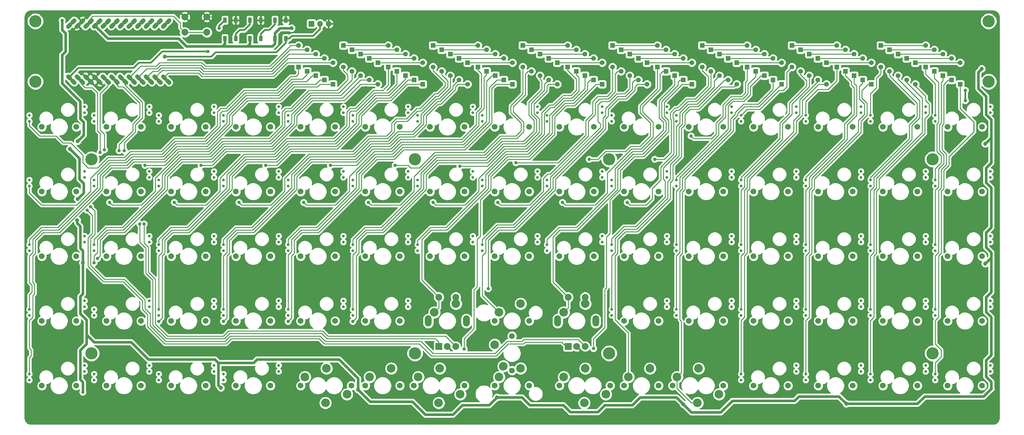
<source format=gtl>
G04 #@! TF.GenerationSoftware,KiCad,Pcbnew,(5.1.5)-2*
G04 #@! TF.CreationDate,2020-09-25T21:59:40+09:00*
G04 #@! TF.ProjectId,astra515,61737472-6135-4313-952e-6b696361645f,rev?*
G04 #@! TF.SameCoordinates,Original*
G04 #@! TF.FileFunction,Copper,L1,Top*
G04 #@! TF.FilePolarity,Positive*
%FSLAX46Y46*%
G04 Gerber Fmt 4.6, Leading zero omitted, Abs format (unit mm)*
G04 Created by KiCad (PCBNEW (5.1.5)-2) date 2020-09-25 21:59:40*
%MOMM*%
%LPD*%
G04 APERTURE LIST*
%ADD10C,2.000000*%
%ADD11C,1.701800*%
%ADD12C,2.540000*%
%ADD13C,0.800000*%
%ADD14C,1.270000*%
%ADD15O,2.000000X3.300000*%
%ADD16R,2.000000X2.000000*%
%ADD17R,1.400000X1.400000*%
%ADD18C,1.400000*%
%ADD19C,3.600000*%
%ADD20R,1.700000X1.700000*%
%ADD21O,1.700000X1.700000*%
%ADD22R,1.000000X1.600000*%
%ADD23C,1.000000*%
%ADD24C,1.200000*%
%ADD25C,0.254000*%
%ADD26C,0.300000*%
%ADD27C,0.762000*%
%ADD28C,0.508000*%
G04 APERTURE END LIST*
D10*
X129615000Y-83911000D03*
X123115000Y-83911000D03*
X123115000Y-79411000D03*
X129615000Y-79411000D03*
D11*
X262636000Y-187956000D03*
X252476000Y-187960000D03*
D12*
X260096000Y-182880000D03*
X253746000Y-185420000D03*
D11*
X186436000Y-187956000D03*
X176276000Y-187960000D03*
D12*
X183896000Y-182880000D03*
X177546000Y-185420000D03*
D11*
X224536000Y-187956000D03*
X214376000Y-187960000D03*
D12*
X221996000Y-182880000D03*
X215646000Y-185420000D03*
D13*
X93599000Y-164719000D03*
X77343000Y-167259000D03*
X93599000Y-162941000D03*
X77343000Y-165481000D03*
D11*
X91186000Y-168910000D03*
X81026000Y-168910000D03*
D13*
X93599000Y-107569000D03*
X77343000Y-110109000D03*
X93599000Y-105791000D03*
X77343000Y-108331000D03*
D11*
X91186000Y-111760000D03*
X81026000Y-111760000D03*
D13*
X131699000Y-183769000D03*
X115443000Y-186309000D03*
X131699000Y-181991000D03*
X115443000Y-184531000D03*
D11*
X129286000Y-187960000D03*
X119126000Y-187960000D03*
D13*
X131699000Y-126619000D03*
X115443000Y-129159000D03*
X131699000Y-124841000D03*
X115443000Y-127381000D03*
D11*
X129286000Y-130810000D03*
X119126000Y-130810000D03*
D13*
X265049000Y-126619000D03*
X248793000Y-129159000D03*
X265049000Y-124841000D03*
X248793000Y-127381000D03*
D11*
X262636000Y-130810000D03*
X252476000Y-130810000D03*
D13*
X360299000Y-107569000D03*
X344043000Y-110109000D03*
X360299000Y-105791000D03*
X344043000Y-108331000D03*
D11*
X357886000Y-111760000D03*
X347726000Y-111760000D03*
D13*
X112649000Y-164719000D03*
X96393000Y-167259000D03*
X112649000Y-162941000D03*
X96393000Y-165481000D03*
D11*
X110236000Y-168910000D03*
X100076000Y-168910000D03*
D13*
X112649000Y-107569000D03*
X96393000Y-110109000D03*
X112649000Y-105791000D03*
X96393000Y-108331000D03*
D11*
X110236000Y-111760000D03*
X100076000Y-111760000D03*
D13*
X131699000Y-107569000D03*
X115443000Y-110109000D03*
X131699000Y-105791000D03*
X115443000Y-108331000D03*
D11*
X129286000Y-111760000D03*
X119126000Y-111760000D03*
D13*
X150749000Y-107569000D03*
X134493000Y-110109000D03*
X150749000Y-105791000D03*
X134493000Y-108331000D03*
D11*
X148336000Y-111760000D03*
X138176000Y-111760000D03*
D13*
X169799000Y-107569000D03*
X153543000Y-110109000D03*
X169799000Y-105791000D03*
X153543000Y-108331000D03*
D11*
X167386000Y-111760000D03*
X157226000Y-111760000D03*
D13*
X188849000Y-107569000D03*
X172593000Y-110109000D03*
X188849000Y-105791000D03*
X172593000Y-108331000D03*
D11*
X186436000Y-111760000D03*
X176276000Y-111760000D03*
D13*
X207899000Y-107569000D03*
X191643000Y-110109000D03*
X207899000Y-105791000D03*
X191643000Y-108331000D03*
D11*
X205486000Y-111760000D03*
X195326000Y-111760000D03*
D13*
X226949000Y-107569000D03*
X210693000Y-110109000D03*
X226949000Y-105791000D03*
X210693000Y-108331000D03*
D11*
X224536000Y-111760000D03*
X214376000Y-111760000D03*
D13*
X245999000Y-107569000D03*
X229743000Y-110109000D03*
X245999000Y-105791000D03*
X229743000Y-108331000D03*
D11*
X243586000Y-111760000D03*
X233426000Y-111760000D03*
D13*
X265049000Y-107569000D03*
X248793000Y-110109000D03*
X265049000Y-105791000D03*
X248793000Y-108331000D03*
D11*
X262636000Y-111760000D03*
X252476000Y-111760000D03*
D13*
X284099000Y-107569000D03*
X267843000Y-110109000D03*
X284099000Y-105791000D03*
X267843000Y-108331000D03*
D11*
X281686000Y-111760000D03*
X271526000Y-111760000D03*
D13*
X303149000Y-107569000D03*
X286893000Y-110109000D03*
X303149000Y-105791000D03*
X286893000Y-108331000D03*
D11*
X300736000Y-111760000D03*
X290576000Y-111760000D03*
D13*
X322199000Y-107569000D03*
X305943000Y-110109000D03*
X322199000Y-105791000D03*
X305943000Y-108331000D03*
D11*
X319786000Y-111760000D03*
X309626000Y-111760000D03*
D13*
X341249000Y-107569000D03*
X324993000Y-110109000D03*
X341249000Y-105791000D03*
X324993000Y-108331000D03*
D11*
X338836000Y-111760000D03*
X328676000Y-111760000D03*
D13*
X93599000Y-126619000D03*
X77343000Y-129159000D03*
X93599000Y-124841000D03*
X77343000Y-127381000D03*
D11*
X91186000Y-130810000D03*
X81026000Y-130810000D03*
D13*
X112649000Y-126619000D03*
X96393000Y-129159000D03*
X112649000Y-124841000D03*
X96393000Y-127381000D03*
D11*
X110236000Y-130810000D03*
X100076000Y-130810000D03*
D13*
X150749000Y-126619000D03*
X134493000Y-129159000D03*
X150749000Y-124841000D03*
X134493000Y-127381000D03*
D11*
X148336000Y-130810000D03*
X138176000Y-130810000D03*
D13*
X169799000Y-126619000D03*
X153543000Y-129159000D03*
X169799000Y-124841000D03*
X153543000Y-127381000D03*
D11*
X167386000Y-130810000D03*
X157226000Y-130810000D03*
D13*
X188849000Y-126619000D03*
X172593000Y-129159000D03*
X188849000Y-124841000D03*
X172593000Y-127381000D03*
D11*
X186436000Y-130810000D03*
X176276000Y-130810000D03*
D13*
X207899000Y-126619000D03*
X191643000Y-129159000D03*
X207899000Y-124841000D03*
X191643000Y-127381000D03*
D11*
X205486000Y-130810000D03*
X195326000Y-130810000D03*
D13*
X226949000Y-126619000D03*
X210693000Y-129159000D03*
X226949000Y-124841000D03*
X210693000Y-127381000D03*
D11*
X224536000Y-130810000D03*
X214376000Y-130810000D03*
D13*
X245999000Y-126619000D03*
X229743000Y-129159000D03*
X245999000Y-124841000D03*
X229743000Y-127381000D03*
D11*
X243586000Y-130810000D03*
X233426000Y-130810000D03*
D13*
X284099000Y-126619000D03*
X267843000Y-129159000D03*
X284099000Y-124841000D03*
X267843000Y-127381000D03*
D11*
X281686000Y-130810000D03*
X271526000Y-130810000D03*
D13*
X303149000Y-126619000D03*
X286893000Y-129159000D03*
X303149000Y-124841000D03*
X286893000Y-127381000D03*
D11*
X300736000Y-130810000D03*
X290576000Y-130810000D03*
D13*
X322199000Y-126619000D03*
X305943000Y-129159000D03*
X322199000Y-124841000D03*
X305943000Y-127381000D03*
D11*
X319786000Y-130810000D03*
X309626000Y-130810000D03*
D13*
X341249000Y-126619000D03*
X324993000Y-129159000D03*
X341249000Y-124841000D03*
X324993000Y-127381000D03*
D11*
X338836000Y-130810000D03*
X328676000Y-130810000D03*
D13*
X360299000Y-126619000D03*
X344043000Y-129159000D03*
X360299000Y-124841000D03*
X344043000Y-127381000D03*
D11*
X357886000Y-130810000D03*
X347726000Y-130810000D03*
D13*
X93599000Y-145669000D03*
X77343000Y-148209000D03*
X93599000Y-143891000D03*
X77343000Y-146431000D03*
D11*
X91186000Y-149860000D03*
X81026000Y-149860000D03*
D13*
X112649000Y-145669000D03*
X96393000Y-148209000D03*
X112649000Y-143891000D03*
X96393000Y-146431000D03*
D11*
X110236000Y-149860000D03*
X100076000Y-149860000D03*
D13*
X131699000Y-145669000D03*
X115443000Y-148209000D03*
X131699000Y-143891000D03*
X115443000Y-146431000D03*
D11*
X129286000Y-149860000D03*
X119126000Y-149860000D03*
D13*
X150749000Y-145669000D03*
X134493000Y-148209000D03*
X150749000Y-143891000D03*
X134493000Y-146431000D03*
D11*
X148336000Y-149860000D03*
X138176000Y-149860000D03*
D13*
X169799000Y-145669000D03*
X153543000Y-148209000D03*
X169799000Y-143891000D03*
X153543000Y-146431000D03*
D11*
X167386000Y-149860000D03*
X157226000Y-149860000D03*
D13*
X188849000Y-145669000D03*
X172593000Y-148209000D03*
X188849000Y-143891000D03*
X172593000Y-146431000D03*
D11*
X186436000Y-149860000D03*
X176276000Y-149860000D03*
D13*
X207899000Y-145669000D03*
X191643000Y-148209000D03*
X207899000Y-143891000D03*
X191643000Y-146431000D03*
D11*
X205486000Y-149860000D03*
X195326000Y-149860000D03*
D13*
X226949000Y-145669000D03*
X210693000Y-148209000D03*
X226949000Y-143891000D03*
X210693000Y-146431000D03*
D11*
X224536000Y-149860000D03*
X214376000Y-149860000D03*
D13*
X245999000Y-145669000D03*
X229743000Y-148209000D03*
X245999000Y-143891000D03*
X229743000Y-146431000D03*
D11*
X243586000Y-149860000D03*
X233426000Y-149860000D03*
D13*
X265049000Y-145669000D03*
X248793000Y-148209000D03*
X265049000Y-143891000D03*
X248793000Y-146431000D03*
D11*
X262636000Y-149860000D03*
X252476000Y-149860000D03*
D13*
X284099000Y-145669000D03*
X267843000Y-148209000D03*
X284099000Y-143891000D03*
X267843000Y-146431000D03*
D11*
X281686000Y-149860000D03*
X271526000Y-149860000D03*
D13*
X303149000Y-145669000D03*
X286893000Y-148209000D03*
X303149000Y-143891000D03*
X286893000Y-146431000D03*
D11*
X300736000Y-149860000D03*
X290576000Y-149860000D03*
D13*
X322199000Y-145669000D03*
X305943000Y-148209000D03*
X322199000Y-143891000D03*
X305943000Y-146431000D03*
D11*
X319786000Y-149860000D03*
X309626000Y-149860000D03*
D13*
X341249000Y-145669000D03*
X324993000Y-148209000D03*
X341249000Y-143891000D03*
X324993000Y-146431000D03*
D11*
X338836000Y-149860000D03*
X328676000Y-149860000D03*
D13*
X360299000Y-145669000D03*
X344043000Y-148209000D03*
X360299000Y-143891000D03*
X344043000Y-146431000D03*
D11*
X357886000Y-149860000D03*
X347726000Y-149860000D03*
D13*
X131699000Y-164719000D03*
X115443000Y-167259000D03*
X131699000Y-162941000D03*
X115443000Y-165481000D03*
D11*
X129286000Y-168910000D03*
X119126000Y-168910000D03*
D13*
X150749000Y-164719000D03*
X134493000Y-167259000D03*
X150749000Y-162941000D03*
X134493000Y-165481000D03*
D11*
X148336000Y-168910000D03*
X138176000Y-168910000D03*
D13*
X169799000Y-164719000D03*
X153543000Y-167259000D03*
X169799000Y-162941000D03*
X153543000Y-165481000D03*
D11*
X167386000Y-168910000D03*
X157226000Y-168910000D03*
D13*
X188849000Y-164719000D03*
X172593000Y-167259000D03*
X188849000Y-162941000D03*
X172593000Y-165481000D03*
D11*
X186436000Y-168910000D03*
X176276000Y-168910000D03*
D13*
X265049000Y-164719000D03*
X248793000Y-167259000D03*
X265049000Y-162941000D03*
X248793000Y-165481000D03*
D11*
X262636000Y-168910000D03*
X252476000Y-168910000D03*
D13*
X284099000Y-164719000D03*
X267843000Y-167259000D03*
X284099000Y-162941000D03*
X267843000Y-165481000D03*
D11*
X281686000Y-168910000D03*
X271526000Y-168910000D03*
D13*
X303149000Y-164719000D03*
X286893000Y-167259000D03*
X303149000Y-162941000D03*
X286893000Y-165481000D03*
D11*
X300736000Y-168910000D03*
X290576000Y-168910000D03*
D13*
X322199000Y-164719000D03*
X305943000Y-167259000D03*
X322199000Y-162941000D03*
X305943000Y-165481000D03*
D11*
X319786000Y-168910000D03*
X309626000Y-168910000D03*
D13*
X341249000Y-164719000D03*
X324993000Y-167259000D03*
X341249000Y-162941000D03*
X324993000Y-165481000D03*
D11*
X338836000Y-168910000D03*
X328676000Y-168910000D03*
D13*
X360299000Y-164719000D03*
X344043000Y-167259000D03*
X360299000Y-162941000D03*
X344043000Y-165481000D03*
D11*
X357886000Y-168910000D03*
X347726000Y-168910000D03*
D13*
X93599000Y-183769000D03*
X77343000Y-186309000D03*
X93599000Y-181991000D03*
X77343000Y-184531000D03*
D11*
X91186000Y-187960000D03*
X81026000Y-187960000D03*
D13*
X112649000Y-183769000D03*
X96393000Y-186309000D03*
X112649000Y-181991000D03*
X96393000Y-184531000D03*
D11*
X110236000Y-187960000D03*
X100076000Y-187960000D03*
D13*
X150749000Y-183769000D03*
X134493000Y-186309000D03*
X150749000Y-181991000D03*
X134493000Y-184531000D03*
D11*
X148336000Y-187960000D03*
X138176000Y-187960000D03*
D13*
X303149000Y-183769000D03*
X286893000Y-186309000D03*
X303149000Y-181991000D03*
X286893000Y-184531000D03*
D11*
X300736000Y-187960000D03*
X290576000Y-187960000D03*
D13*
X322199000Y-183769000D03*
X305943000Y-186309000D03*
X322199000Y-181991000D03*
X305943000Y-184531000D03*
D11*
X319786000Y-187960000D03*
X309626000Y-187960000D03*
D13*
X341249000Y-183769000D03*
X324993000Y-186309000D03*
X341249000Y-181991000D03*
X324993000Y-184531000D03*
D11*
X338836000Y-187960000D03*
X328676000Y-187960000D03*
D13*
X360299000Y-183769000D03*
X344043000Y-186309000D03*
X360299000Y-181991000D03*
X344043000Y-184531000D03*
D11*
X357886000Y-187960000D03*
X347726000Y-187960000D03*
D14*
X90527094Y-98683094D02*
X90010906Y-98166906D01*
X89257094Y-97413094D02*
X88740906Y-96896906D01*
X93067094Y-98683094D02*
X92550906Y-98166906D01*
X91797094Y-97413094D02*
X91280906Y-96896906D01*
X95607094Y-98683094D02*
X95090906Y-98166906D01*
X94337094Y-97413094D02*
X93820906Y-96896906D01*
X98147094Y-98683094D02*
X97630906Y-98166906D01*
X96877094Y-97413094D02*
X96360906Y-96896906D01*
X100687094Y-98683094D02*
X100170906Y-98166906D01*
X99417094Y-97413094D02*
X98900906Y-96896906D01*
X103227094Y-98683094D02*
X102710906Y-98166906D01*
X101957094Y-97413094D02*
X101440906Y-96896906D01*
X105767094Y-98683094D02*
X105250906Y-98166906D01*
X104497094Y-97413094D02*
X103980906Y-96896906D01*
X108307094Y-98683094D02*
X107790906Y-98166906D01*
X107037094Y-97413094D02*
X106520906Y-96896906D01*
X110847094Y-98683094D02*
X110330906Y-98166906D01*
X109577094Y-97413094D02*
X109060906Y-96896906D01*
X113387094Y-98683094D02*
X112870906Y-98166906D01*
X112117094Y-97413094D02*
X111600906Y-96896906D01*
X115927094Y-98684994D02*
X115410906Y-98168806D01*
X114657094Y-97414994D02*
X114140906Y-96898806D01*
X118467094Y-98684994D02*
X117950906Y-98168806D01*
X117197094Y-97414994D02*
X116680906Y-96898806D01*
X118467094Y-80388806D02*
X117950906Y-80904994D01*
X117197094Y-81658806D02*
X116680906Y-82174994D01*
X115927094Y-80388806D02*
X115410906Y-80904994D01*
X114657094Y-81658806D02*
X114140906Y-82174994D01*
X113387094Y-80388806D02*
X112870906Y-80904994D01*
X112117094Y-81658806D02*
X111600906Y-82174994D01*
X110847094Y-80388806D02*
X110330906Y-80904994D01*
X109577094Y-81658806D02*
X109060906Y-82174994D01*
X108307094Y-80388806D02*
X107790906Y-80904994D01*
X107037094Y-81658806D02*
X106520906Y-82174994D01*
X105767094Y-80388806D02*
X105250906Y-80904994D01*
X104497094Y-81658806D02*
X103980906Y-82174994D01*
X103227094Y-80388806D02*
X102710906Y-80904994D01*
X101957094Y-81658806D02*
X101440906Y-82174994D01*
X100687094Y-80388806D02*
X100170906Y-80904994D01*
X99417094Y-81658806D02*
X98900906Y-82174994D01*
X98147094Y-80388806D02*
X97630906Y-80904994D01*
X96877094Y-81658806D02*
X96360906Y-82174994D01*
X94337094Y-81658806D02*
X93820906Y-82174994D01*
X94337094Y-81658806D02*
X93820906Y-82174994D01*
X91797094Y-81658806D02*
X91280906Y-82174994D01*
X89257094Y-81658806D02*
X88740906Y-82174994D01*
X90527094Y-80388806D02*
X90010906Y-80904994D01*
X93067094Y-80388806D02*
X92550906Y-80904994D01*
X95607094Y-80388806D02*
X95090906Y-80904994D01*
D12*
X196596000Y-166370000D03*
X202946000Y-163830000D03*
D10*
X202906000Y-161910000D03*
X197906000Y-161910000D03*
D15*
X206006000Y-168910000D03*
X194806000Y-168910000D03*
D10*
X202906000Y-176410000D03*
X200406000Y-176410000D03*
D16*
X197906000Y-176410000D03*
D12*
X234696000Y-166370000D03*
X241046000Y-163830000D03*
D10*
X241006000Y-161910000D03*
X236006000Y-161910000D03*
D15*
X244106000Y-168910000D03*
X232906000Y-168910000D03*
D10*
X241006000Y-176410000D03*
X238506000Y-176410000D03*
D16*
X236006000Y-176410000D03*
D17*
X156591000Y-94107000D03*
D18*
X156591000Y-87757000D03*
D17*
X169799000Y-87757000D03*
D18*
X169799000Y-94107000D03*
D17*
X183007000Y-94107000D03*
D18*
X183007000Y-87757000D03*
D17*
X196215000Y-87757000D03*
D18*
X196215000Y-94107000D03*
D17*
X209422300Y-94107000D03*
D18*
X209422300Y-87757000D03*
D17*
X222630300Y-87755600D03*
D18*
X222630300Y-94105600D03*
D17*
X235838300Y-94105600D03*
D18*
X235838300Y-87755600D03*
D17*
X249047000Y-87755600D03*
D18*
X249047000Y-94105600D03*
D17*
X262255000Y-94107000D03*
D18*
X262255000Y-87757000D03*
D17*
X275463000Y-87757000D03*
D18*
X275463000Y-94107000D03*
D17*
X288671000Y-94107000D03*
D18*
X288671000Y-87757000D03*
D17*
X301879000Y-87757000D03*
D18*
X301879000Y-94107000D03*
D17*
X315087000Y-94107000D03*
D18*
X315087000Y-87757000D03*
D17*
X328041000Y-87757000D03*
D18*
X328041000Y-94107000D03*
D17*
X341249000Y-94107000D03*
D18*
X341249000Y-87757000D03*
D17*
X159131000Y-95377000D03*
D18*
X159131000Y-89027000D03*
D17*
X172339000Y-89027000D03*
D18*
X172339000Y-95377000D03*
D17*
X185547000Y-95377000D03*
D18*
X185547000Y-89027000D03*
D17*
X198755000Y-89027000D03*
D18*
X198755000Y-95377000D03*
D17*
X211962300Y-95375600D03*
D18*
X211962300Y-89025600D03*
D17*
X225170300Y-89025600D03*
D18*
X225170300Y-95375600D03*
D17*
X238378300Y-95375600D03*
D18*
X238378300Y-89025600D03*
D17*
X251587000Y-89027000D03*
D18*
X251587000Y-95377000D03*
D17*
X264795000Y-95377000D03*
D18*
X264795000Y-89027000D03*
D17*
X278003000Y-89027000D03*
D18*
X278003000Y-95377000D03*
D17*
X291211000Y-95377000D03*
D18*
X291211000Y-89027000D03*
D17*
X304419000Y-89027000D03*
D18*
X304419000Y-95377000D03*
D17*
X317627000Y-95377000D03*
D18*
X317627000Y-89027000D03*
D17*
X330581000Y-89027000D03*
D18*
X330581000Y-95377000D03*
D17*
X343789000Y-95377000D03*
D18*
X343789000Y-89027000D03*
D17*
X161671000Y-96647000D03*
D18*
X161671000Y-90297000D03*
D17*
X174879000Y-90297000D03*
D18*
X174879000Y-96647000D03*
D17*
X188087000Y-96647000D03*
D18*
X188087000Y-90297000D03*
D17*
X201294300Y-90295600D03*
D18*
X201294300Y-96645600D03*
D17*
X214502300Y-96645600D03*
D18*
X214502300Y-90295600D03*
D17*
X227710300Y-90295600D03*
D18*
X227710300Y-96645600D03*
D17*
X240918300Y-96645600D03*
D18*
X240918300Y-90295600D03*
D17*
X254127000Y-90297000D03*
D18*
X254127000Y-96647000D03*
D17*
X267335000Y-96647000D03*
D18*
X267335000Y-90297000D03*
D17*
X280543000Y-90297000D03*
D18*
X280543000Y-96647000D03*
D17*
X293751000Y-96647000D03*
D18*
X293751000Y-90297000D03*
D17*
X306959000Y-90297000D03*
D18*
X306959000Y-96647000D03*
D17*
X320167000Y-96647000D03*
D18*
X320167000Y-90297000D03*
D17*
X333121000Y-90297000D03*
D18*
X333121000Y-96647000D03*
D17*
X346329000Y-96647000D03*
D18*
X346329000Y-90297000D03*
D17*
X164211000Y-97917000D03*
D18*
X164211000Y-91567000D03*
D17*
X177419000Y-91567000D03*
D18*
X177419000Y-97917000D03*
D17*
X190627000Y-97917000D03*
D18*
X190627000Y-91567000D03*
D17*
X203834300Y-91565600D03*
D18*
X203834300Y-97915600D03*
D17*
X217042300Y-97915600D03*
D18*
X217042300Y-91565600D03*
D17*
X230250300Y-91565600D03*
D18*
X230250300Y-97915600D03*
D17*
X243458300Y-97915600D03*
D18*
X243458300Y-91565600D03*
D17*
X256667000Y-91567000D03*
D18*
X256667000Y-97917000D03*
D17*
X269875000Y-97917000D03*
D18*
X269875000Y-91567000D03*
D17*
X283083000Y-91567000D03*
D18*
X283083000Y-97917000D03*
D17*
X296291000Y-97917000D03*
D18*
X296291000Y-91567000D03*
D17*
X309499000Y-91567000D03*
D18*
X309499000Y-97917000D03*
D17*
X322707000Y-97917000D03*
D18*
X322707000Y-91567000D03*
D17*
X335661000Y-91567000D03*
D18*
X335661000Y-97917000D03*
D17*
X348869000Y-97917000D03*
D18*
X348869000Y-91567000D03*
D17*
X166751000Y-99187000D03*
D18*
X166751000Y-92837000D03*
D17*
X179959000Y-92837000D03*
D18*
X179959000Y-99187000D03*
D17*
X193167000Y-99187000D03*
D18*
X193167000Y-92837000D03*
D17*
X206374300Y-92835600D03*
D18*
X206374300Y-99185600D03*
D17*
X219582300Y-99185600D03*
D18*
X219582300Y-92835600D03*
D17*
X232790300Y-92835600D03*
D18*
X232790300Y-99185600D03*
D17*
X245998300Y-99185600D03*
D18*
X245998300Y-92835600D03*
D17*
X259207000Y-92837000D03*
D18*
X259207000Y-99187000D03*
D17*
X272415000Y-99187000D03*
D18*
X272415000Y-92837000D03*
D17*
X285623000Y-92837000D03*
D18*
X285623000Y-99187000D03*
D17*
X298831000Y-99187000D03*
D18*
X298831000Y-92837000D03*
D17*
X312039000Y-92837000D03*
D18*
X312039000Y-99187000D03*
D17*
X325247000Y-99187000D03*
D18*
X325247000Y-92837000D03*
D17*
X338201000Y-92837000D03*
D18*
X338201000Y-99187000D03*
D17*
X351409000Y-99187000D03*
D18*
X351409000Y-92837000D03*
D11*
X266763500Y-187960000D03*
D12*
X274383500Y-182880000D03*
X268033500Y-185420000D03*
D11*
X266763500Y-187960000D03*
X281686000Y-187960000D03*
D12*
X274066000Y-193040000D03*
X280416000Y-190500000D03*
D11*
X190563500Y-187960000D03*
D12*
X198183500Y-182880000D03*
X191833500Y-185420000D03*
D11*
X190563500Y-187960000D03*
X205486000Y-187960000D03*
D12*
X197866000Y-193040000D03*
X204216000Y-190500000D03*
D11*
X248348500Y-187960000D03*
D12*
X240728500Y-193040000D03*
X247078500Y-190500000D03*
D11*
X248348500Y-187960000D03*
X233426000Y-187960000D03*
D12*
X241046000Y-182880000D03*
X234696000Y-185420000D03*
X215646000Y-166370000D03*
D11*
X214376000Y-168910000D03*
X224536000Y-168906000D03*
D12*
X221996000Y-163830000D03*
D11*
X219456000Y-183515000D03*
D12*
X214376000Y-175895000D03*
D11*
X219452000Y-173355000D03*
D12*
X216916000Y-182245000D03*
D11*
X172148500Y-187960000D03*
D12*
X164528500Y-193040000D03*
X170878500Y-190500000D03*
D11*
X172148500Y-187960000D03*
X157226000Y-187960000D03*
D12*
X164846000Y-182880000D03*
X158496000Y-185420000D03*
D19*
X79121000Y-98425000D03*
X79121000Y-80645000D03*
X359791000Y-98425000D03*
X359791000Y-80645000D03*
X248031000Y-121285000D03*
X248031000Y-178435000D03*
X343281000Y-178435000D03*
X343281000Y-121285000D03*
X190881000Y-178435000D03*
X190881000Y-121285000D03*
X95631000Y-121285000D03*
X95631000Y-178435000D03*
D20*
X160401000Y-81407000D03*
D21*
X162941000Y-81407000D03*
X165481000Y-81407000D03*
D22*
X134924800Y-80320000D03*
X138125000Y-80320000D03*
X138125000Y-85720000D03*
X134924800Y-85720000D03*
X142290800Y-80320000D03*
X145491000Y-80320000D03*
X145491000Y-85720000D03*
X142290800Y-85720000D03*
X149656800Y-85720000D03*
X152857000Y-85720000D03*
X152857000Y-80320000D03*
X149656800Y-80320000D03*
D23*
X111379000Y-123063000D03*
X127889000Y-123063000D03*
X146939000Y-123063000D03*
X165989000Y-123063000D03*
X185039000Y-123063000D03*
X204089000Y-123317000D03*
X220599000Y-122301000D03*
X242189000Y-121285000D03*
X261493000Y-121285000D03*
X272161000Y-114427000D03*
X100965000Y-133985000D03*
X120015000Y-133985000D03*
X139065000Y-133985000D03*
X158115000Y-133985000D03*
X177165000Y-133985000D03*
X196215000Y-133985000D03*
X215265000Y-133985000D03*
X234315000Y-133985000D03*
X253365000Y-133985000D03*
X96393000Y-151765000D03*
X97409000Y-150495000D03*
X115443000Y-169037000D03*
X134493000Y-169037000D03*
X153543000Y-169037000D03*
X172593000Y-169037000D03*
X205359000Y-177165000D03*
X212471000Y-159385000D03*
X243459000Y-177038000D03*
D24*
X154559000Y-82677000D03*
X91567000Y-115951000D03*
X91567000Y-132969000D03*
X89281000Y-118237000D03*
X91404999Y-139227001D03*
X93091000Y-151765000D03*
D23*
X93091000Y-189865000D03*
D24*
X133731000Y-188595000D03*
D23*
X86995000Y-80391000D03*
D24*
X357759000Y-94615000D03*
X174117000Y-189103000D03*
X358775000Y-116713000D03*
X358775000Y-152019000D03*
X269875000Y-193421000D03*
X317881000Y-193294000D03*
D23*
X360553000Y-188849000D03*
D24*
X215011000Y-191389000D03*
X117221000Y-91059000D03*
D23*
X251333000Y-120015000D03*
X76581000Y-102235000D03*
X124206000Y-159385000D03*
X143256000Y-159385000D03*
X162306000Y-159385000D03*
X181356000Y-159385000D03*
X76581000Y-140335000D03*
X76581000Y-121285000D03*
X114681000Y-102235000D03*
X105156000Y-102235000D03*
X257429000Y-125984000D03*
X252857000Y-139446000D03*
X114681000Y-124587000D03*
X112014000Y-138430000D03*
X100457000Y-159385000D03*
X214757000Y-159385000D03*
X224282000Y-159385000D03*
X224282000Y-140335000D03*
X212598000Y-171577000D03*
X201422000Y-181737000D03*
X221615000Y-136779000D03*
X213487000Y-136779000D03*
X231521000Y-118745000D03*
X271907000Y-121158000D03*
X348742000Y-115443000D03*
X349250000Y-104648000D03*
X292608000Y-99695000D03*
X152908000Y-104648000D03*
X142494000Y-105410000D03*
X161417000Y-105410000D03*
X109982000Y-159385000D03*
X100330000Y-140335000D03*
X218059000Y-125095000D03*
X226568000Y-121158000D03*
X146431000Y-110109000D03*
X181737000Y-122428000D03*
X195199000Y-175387000D03*
X209931000Y-163449000D03*
D24*
X209931000Y-116459000D03*
X221615000Y-172847000D03*
D23*
X238125000Y-184277000D03*
X213995000Y-113919000D03*
X264795000Y-99441000D03*
X225933000Y-99441000D03*
X295275000Y-106045000D03*
X184277000Y-97917000D03*
X176403000Y-100203000D03*
X120523000Y-81915000D03*
X76581000Y-159385000D03*
X76581000Y-178435000D03*
X76581000Y-197485000D03*
X114681000Y-197485000D03*
X152781000Y-197485000D03*
X190881000Y-197485000D03*
X362331000Y-197485000D03*
X362331000Y-178435000D03*
X362331000Y-159385000D03*
X362331000Y-140335000D03*
X362331000Y-121285000D03*
X362331000Y-102235000D03*
X348107000Y-159385000D03*
X89535000Y-122555000D03*
X90297000Y-128143000D03*
X89789000Y-152527000D03*
X90805000Y-159385000D03*
X90805000Y-178435000D03*
X355473000Y-140335000D03*
X356743000Y-146939000D03*
X355219000Y-103759000D03*
X356743000Y-108839000D03*
X356743000Y-113411000D03*
X199517000Y-107315000D03*
X180721000Y-106045000D03*
X89535000Y-141605000D03*
X209931000Y-185039000D03*
X214757000Y-100711000D03*
X215519000Y-105283000D03*
X110617000Y-115443000D03*
X171831000Y-116459000D03*
X248031000Y-197485000D03*
X286131000Y-197485000D03*
X324231000Y-197485000D03*
X177927000Y-113157000D03*
D24*
X206629000Y-183261000D03*
X94742000Y-140335000D03*
X89662000Y-147193000D03*
D23*
X92837000Y-84455000D03*
X91567000Y-91567000D03*
X101981000Y-113411000D03*
X101981000Y-117475000D03*
X95631000Y-102235000D03*
X145161000Y-91567000D03*
X133223000Y-82677000D03*
X129921000Y-89535000D03*
X105283000Y-118745000D03*
X111125000Y-140335000D03*
X109855000Y-140335000D03*
X103759000Y-118745000D03*
X94361000Y-136271000D03*
X98171000Y-119253000D03*
X99441000Y-118491000D03*
X95377000Y-135255000D03*
X352933000Y-104013000D03*
X352933000Y-100965000D03*
D25*
X328041000Y-87757000D02*
X341249000Y-87757000D01*
X302833000Y-87757000D02*
X315087000Y-87757000D01*
X301879000Y-87757000D02*
X302833000Y-87757000D01*
X197169000Y-87757000D02*
X209422300Y-87757000D01*
X196215000Y-87757000D02*
X197169000Y-87757000D01*
X222628900Y-87757000D02*
X222630300Y-87755600D01*
X170753000Y-87757000D02*
X183007000Y-87757000D01*
X169799000Y-87757000D02*
X170753000Y-87757000D01*
X156591000Y-87757000D02*
X155321000Y-87757000D01*
X223584300Y-87755600D02*
X235838300Y-87755600D01*
X222630300Y-87755600D02*
X223584300Y-87755600D01*
X262253600Y-87755600D02*
X262255000Y-87757000D01*
X249047000Y-87755600D02*
X262253600Y-87755600D01*
X276417000Y-87757000D02*
X288671000Y-87757000D01*
X275463000Y-87757000D02*
X276417000Y-87757000D01*
X148209000Y-93853000D02*
X154305000Y-87757000D01*
X129159000Y-93853000D02*
X148209000Y-93853000D01*
X106779000Y-97155000D02*
X110081000Y-93853000D01*
X110081000Y-93853000D02*
X114681000Y-93853000D01*
X114681000Y-93853000D02*
X115697000Y-92837000D01*
X115697000Y-92837000D02*
X128143000Y-92837000D01*
X154305000Y-87757000D02*
X156591000Y-87757000D01*
X128143000Y-92837000D02*
X129159000Y-93853000D01*
X106779000Y-97155000D02*
X108049000Y-98425000D01*
X156591000Y-94107000D02*
X156591000Y-95061000D01*
X150241000Y-100965000D02*
X154305000Y-96901000D01*
X135255000Y-106299000D02*
X140589000Y-100965000D01*
X154305000Y-96901000D02*
X155829000Y-96901000D01*
X132715000Y-111379000D02*
X132715000Y-107315000D01*
X80391000Y-114427000D02*
X85217000Y-114427000D01*
X128905000Y-115189000D02*
X132715000Y-111379000D01*
X77343000Y-111379000D02*
X80391000Y-114427000D01*
X94615000Y-123825000D02*
X97409000Y-123825000D01*
X140589000Y-100965000D02*
X150241000Y-100965000D01*
X97409000Y-123825000D02*
X100457000Y-120777000D01*
X77343000Y-110109000D02*
X77343000Y-111379000D01*
X132715000Y-107315000D02*
X133731000Y-106299000D01*
X100457000Y-120777000D02*
X105283000Y-120777000D01*
X107061000Y-118999000D02*
X116205000Y-118999000D01*
X133731000Y-106299000D02*
X135255000Y-106299000D01*
X116205000Y-118999000D02*
X120015000Y-115189000D01*
X105283000Y-120777000D02*
X107061000Y-118999000D01*
X120015000Y-115189000D02*
X128905000Y-115189000D01*
X87249000Y-116459000D02*
X89535000Y-116459000D01*
X85217000Y-114427000D02*
X87249000Y-116459000D01*
X93091000Y-120015000D02*
X93091000Y-122301000D01*
X89535000Y-116459000D02*
X93091000Y-120015000D01*
X93091000Y-122301000D02*
X94615000Y-123825000D01*
X156591000Y-96139000D02*
X156591000Y-94107000D01*
X155829000Y-96901000D02*
X156591000Y-96139000D01*
X117221000Y-123063000D02*
X111379000Y-123063000D01*
X121285000Y-118999000D02*
X117221000Y-123063000D01*
X130175000Y-118999000D02*
X121285000Y-118999000D01*
X133985000Y-115189000D02*
X130175000Y-118999000D01*
X171069000Y-97917000D02*
X168021000Y-100965000D01*
X169799000Y-94107000D02*
X169799000Y-95096949D01*
X151765000Y-107315000D02*
X151765000Y-111379000D01*
X171069000Y-96366949D02*
X171069000Y-97917000D01*
X152781000Y-106299000D02*
X151765000Y-107315000D01*
X169799000Y-95096949D02*
X171069000Y-96366949D01*
X151765000Y-111379000D02*
X147955000Y-115189000D01*
X168021000Y-100965000D02*
X159639000Y-100965000D01*
X159639000Y-100965000D02*
X154305000Y-106299000D01*
X154305000Y-106299000D02*
X152781000Y-106299000D01*
X147955000Y-115189000D02*
X133985000Y-115189000D01*
X131191000Y-123063000D02*
X127889000Y-123063000D01*
X135255000Y-118999000D02*
X131191000Y-123063000D01*
X173355000Y-106299000D02*
X171831000Y-106299000D01*
X178689000Y-100965000D02*
X173355000Y-106299000D01*
X183007000Y-99441000D02*
X181483000Y-100965000D01*
X171831000Y-106299000D02*
X170815000Y-107315000D01*
X167005000Y-115189000D02*
X153035000Y-115189000D01*
X170815000Y-107315000D02*
X170815000Y-111379000D01*
X170815000Y-111379000D02*
X167005000Y-115189000D01*
X181483000Y-100965000D02*
X178689000Y-100965000D01*
X153035000Y-115189000D02*
X149225000Y-118999000D01*
X149225000Y-118999000D02*
X135255000Y-118999000D01*
X183007000Y-94107000D02*
X183007000Y-99441000D01*
X150241000Y-123063000D02*
X146939000Y-123063000D01*
X154305000Y-118999000D02*
X150241000Y-123063000D01*
X172593000Y-118999000D02*
X154305000Y-118999000D01*
X177165000Y-114427000D02*
X172593000Y-118999000D01*
X182499000Y-114427000D02*
X177165000Y-114427000D01*
X196723000Y-101981000D02*
X192405000Y-106299000D01*
X196215000Y-95096949D02*
X199771000Y-98652949D01*
X197485000Y-101981000D02*
X196723000Y-101981000D01*
X199771000Y-99695000D02*
X197485000Y-101981000D01*
X196215000Y-94107000D02*
X196215000Y-95096949D01*
X184023000Y-112903000D02*
X182499000Y-114427000D01*
X188341000Y-109347000D02*
X185293000Y-109347000D01*
X192405000Y-106299000D02*
X191389000Y-106299000D01*
X191389000Y-106299000D02*
X188341000Y-109347000D01*
X185293000Y-109347000D02*
X184023000Y-110617000D01*
X184023000Y-110617000D02*
X184023000Y-112903000D01*
X199771000Y-99695000D02*
X199771000Y-98652949D01*
X178435000Y-118237000D02*
X173609000Y-123063000D01*
X186563000Y-115443000D02*
X183769000Y-118237000D01*
X204597000Y-115443000D02*
X186563000Y-115443000D01*
X208915000Y-111125000D02*
X204597000Y-115443000D01*
X209422300Y-94107000D02*
X209422300Y-95061000D01*
X173609000Y-123063000D02*
X165989000Y-123063000D01*
X209422300Y-95061000D02*
X210439000Y-96077700D01*
X210439000Y-106045000D02*
X208915000Y-107569000D01*
X183769000Y-118237000D02*
X178435000Y-118237000D01*
X208915000Y-107569000D02*
X208915000Y-111125000D01*
X210439000Y-96077700D02*
X210439000Y-106045000D01*
X189611000Y-123825000D02*
X188849000Y-123063000D01*
X192151000Y-123825000D02*
X189611000Y-123825000D01*
X196723000Y-119253000D02*
X192151000Y-123825000D01*
X203581000Y-119253000D02*
X196723000Y-119253000D01*
X209930950Y-119253050D02*
X203581000Y-119253000D01*
X222123000Y-110617000D02*
X222123000Y-112903000D01*
X219075000Y-107569000D02*
X222123000Y-110617000D01*
X211200950Y-119253050D02*
X209930950Y-119253050D01*
X188849000Y-123063000D02*
X185039000Y-123063000D01*
X220599000Y-114427000D02*
X216027000Y-114427000D01*
X216027000Y-114427000D02*
X211200950Y-119253050D01*
X219075000Y-105537000D02*
X219075000Y-107569000D01*
X222123000Y-112903000D02*
X220599000Y-114427000D01*
X222630300Y-101980300D02*
X222631000Y-101981000D01*
X222631000Y-101981000D02*
X219075000Y-105537000D01*
X222630300Y-95095549D02*
X222631000Y-95096249D01*
X222631000Y-95096249D02*
X222631000Y-101981000D01*
X222630300Y-94105600D02*
X222630300Y-95095549D01*
X212217000Y-123317000D02*
X204089000Y-123317000D01*
X217297000Y-118237000D02*
X212217000Y-123317000D01*
X223647000Y-118237000D02*
X217297000Y-118237000D01*
X228219000Y-113665000D02*
X223647000Y-118237000D01*
X231521000Y-105283000D02*
X230505000Y-105283000D01*
X230505000Y-105283000D02*
X228219000Y-107569000D01*
X228219000Y-107569000D02*
X228219000Y-113665000D01*
X236855000Y-102489000D02*
X234569000Y-102489000D01*
X234569000Y-102489000D02*
X231521000Y-105283000D01*
X235838300Y-95059600D02*
X235839000Y-95123000D01*
X235838300Y-95059600D02*
X235838300Y-94105600D01*
X238379000Y-97663000D02*
X238379000Y-100965000D01*
X238379000Y-100965000D02*
X236855000Y-102489000D01*
X238379000Y-97663000D02*
X235839000Y-95123000D01*
X249047000Y-101219000D02*
X249047000Y-99441000D01*
X243205000Y-104267000D02*
X244729000Y-102743000D01*
X233045000Y-122301000D02*
X241173000Y-114173000D01*
X249047000Y-100457000D02*
X249047000Y-94105600D01*
X220599000Y-122301000D02*
X233045000Y-122301000D01*
X244729000Y-102743000D02*
X247523000Y-102743000D01*
X241173000Y-109855000D02*
X243205000Y-107823000D01*
X247523000Y-102743000D02*
X249047000Y-101219000D01*
X243205000Y-107823000D02*
X243205000Y-104267000D01*
X241173000Y-114173000D02*
X241173000Y-109855000D01*
X262255000Y-95123000D02*
X262255000Y-100457000D01*
X244729000Y-121285000D02*
X242189000Y-121285000D01*
X257175000Y-107569000D02*
X257175000Y-105537000D01*
X257175000Y-105537000D02*
X262255000Y-100457000D01*
X257175000Y-117475000D02*
X260223000Y-114427000D01*
X260223000Y-114427000D02*
X260223000Y-110617000D01*
X260223000Y-110617000D02*
X257175000Y-107569000D01*
X247015000Y-118999000D02*
X244729000Y-121285000D01*
X247015000Y-118999000D02*
X252857000Y-118999000D01*
X252857000Y-118999000D02*
X254381000Y-117475000D01*
X254381000Y-117475000D02*
X257175000Y-117475000D01*
X262255000Y-95123000D02*
X262255000Y-94107000D01*
X261493000Y-121285000D02*
X264287000Y-121285000D01*
X264287000Y-121285000D02*
X266319000Y-119253000D01*
X266319000Y-119253000D02*
X266319000Y-109601000D01*
X266065000Y-109347000D02*
X266065000Y-107569000D01*
X266319000Y-109601000D02*
X266065000Y-109347000D01*
X269113000Y-105283000D02*
X269367000Y-105029000D01*
X268224000Y-106172000D02*
X269113000Y-105283000D01*
X267462000Y-106172000D02*
X268224000Y-106172000D01*
X266065000Y-107569000D02*
X267462000Y-106172000D01*
X270891000Y-103505000D02*
X269113000Y-105283000D01*
X273431000Y-103505000D02*
X270891000Y-103505000D01*
X277241000Y-99695000D02*
X273431000Y-103505000D01*
X275463000Y-94107000D02*
X275463000Y-95096949D01*
X277000025Y-96633975D02*
X277000025Y-96660025D01*
X277241000Y-96901000D02*
X277241000Y-99695000D01*
X275463000Y-95096949D02*
X277000025Y-96633975D01*
X277000025Y-96660025D02*
X277241000Y-96901000D01*
X272161000Y-114427000D02*
X272161000Y-114427000D01*
X288671000Y-98171000D02*
X288671000Y-94107000D01*
X278257000Y-115189000D02*
X279527000Y-113919000D01*
X272923000Y-115189000D02*
X278257000Y-115189000D01*
X279527000Y-110617000D02*
X281559000Y-108585000D01*
X279527000Y-113919000D02*
X279527000Y-110617000D01*
X288163000Y-98679000D02*
X288671000Y-98171000D01*
X281559000Y-108585000D02*
X281559000Y-105283000D01*
X272161000Y-114427000D02*
X272923000Y-115189000D01*
X281559000Y-105283000D02*
X283972000Y-102870000D01*
X283972000Y-102870000D02*
X287020000Y-102870000D01*
X287020000Y-102870000D02*
X288163000Y-101727000D01*
X288163000Y-98679000D02*
X288163000Y-101727000D01*
X288671000Y-106553000D02*
X286893000Y-108331000D01*
X300355000Y-95631000D02*
X300355000Y-99949000D01*
X292481000Y-106553000D02*
X288671000Y-106553000D01*
X300355000Y-99949000D02*
X299339000Y-100965000D01*
X301879000Y-94107000D02*
X300355000Y-95631000D01*
X298069000Y-100965000D02*
X292481000Y-106553000D01*
X299339000Y-100965000D02*
X298069000Y-100965000D01*
X305943000Y-109855000D02*
X305943000Y-110363000D01*
X315087000Y-95123000D02*
X315087000Y-94107000D01*
X312547000Y-100711000D02*
X315087000Y-98171000D01*
X315087000Y-98171000D02*
X315087000Y-94107000D01*
X309499000Y-100711000D02*
X312547000Y-100711000D01*
X305943000Y-104267000D02*
X309499000Y-100711000D01*
X305943000Y-108331000D02*
X305943000Y-104267000D01*
X328041000Y-95377000D02*
X328041000Y-95631000D01*
X328041000Y-94107000D02*
X328041000Y-95631000D01*
X326771000Y-100203000D02*
X324993000Y-101981000D01*
X324993000Y-101981000D02*
X324993000Y-108331000D01*
X328041000Y-96139000D02*
X326771000Y-97409000D01*
X328041000Y-95631000D02*
X328041000Y-96139000D01*
X326771000Y-97409000D02*
X326771000Y-100203000D01*
X344043000Y-108204000D02*
X344043000Y-99314000D01*
X344043000Y-99060000D02*
X341249000Y-96266000D01*
X344043000Y-99060000D02*
X344043000Y-100330000D01*
X341249000Y-94107000D02*
X341249000Y-96266000D01*
X330581000Y-89027000D02*
X343789000Y-89027000D01*
X304419000Y-89027000D02*
X317627000Y-89027000D01*
X159131000Y-89027000D02*
X158141051Y-89027000D01*
X251585600Y-89025600D02*
X251587000Y-89027000D01*
X211960900Y-89027000D02*
X211962300Y-89025600D01*
X198755000Y-89027000D02*
X211960900Y-89027000D01*
X172339000Y-89027000D02*
X185547000Y-89027000D01*
X225170300Y-89025600D02*
X238378300Y-89025600D01*
X251587000Y-89027000D02*
X264795000Y-89027000D01*
X278957000Y-89027000D02*
X291211000Y-89027000D01*
X278003000Y-89027000D02*
X278957000Y-89027000D01*
X159131000Y-89027000D02*
X155277434Y-89027000D01*
X159131000Y-89027000D02*
X154051000Y-89027000D01*
X148463000Y-94615000D02*
X128905000Y-94615000D01*
X154051000Y-89027000D02*
X148463000Y-94615000D01*
X128905000Y-94615000D02*
X128016000Y-93726000D01*
X111873000Y-94601000D02*
X114921000Y-94601000D01*
X111873000Y-94601000D02*
X109319000Y-97155000D01*
X114921000Y-94601000D02*
X115923000Y-93599000D01*
X115923000Y-93599000D02*
X127889000Y-93599000D01*
X128016000Y-93726000D02*
X127889000Y-93599000D01*
X109319000Y-97155000D02*
X110589000Y-98425000D01*
X135509000Y-107061000D02*
X140843000Y-101727000D01*
X134239000Y-107061000D02*
X135509000Y-107061000D01*
X159131000Y-96331000D02*
X159131000Y-95377000D01*
X95377000Y-130683000D02*
X95377000Y-126873000D01*
X91313000Y-134747000D02*
X95377000Y-130683000D01*
X133477000Y-107823000D02*
X134239000Y-107061000D01*
X129159000Y-115951000D02*
X133477000Y-111633000D01*
X80899000Y-134747000D02*
X91313000Y-134747000D01*
X120269000Y-115951000D02*
X129159000Y-115951000D01*
X154559000Y-97663000D02*
X157799000Y-97663000D01*
X150495000Y-101727000D02*
X154559000Y-97663000D01*
X77343000Y-131191000D02*
X80899000Y-134747000D01*
X157799000Y-97663000D02*
X159131000Y-96331000D01*
X77343000Y-129159000D02*
X77343000Y-131191000D01*
X140843000Y-101727000D02*
X150495000Y-101727000D01*
X95377000Y-126873000D02*
X100711000Y-121539000D01*
X105537000Y-121539000D02*
X107315000Y-119761000D01*
X100711000Y-121539000D02*
X105537000Y-121539000D01*
X133477000Y-111633000D02*
X133477000Y-107823000D01*
X107315000Y-119761000D02*
X116459000Y-119761000D01*
X116459000Y-119761000D02*
X120269000Y-115951000D01*
X101727000Y-134747000D02*
X100965000Y-133985000D01*
X110363000Y-134747000D02*
X101727000Y-134747000D01*
X114427000Y-126873000D02*
X114427000Y-130683000D01*
X159893000Y-101727000D02*
X154559000Y-107061000D01*
X148209000Y-115951000D02*
X134239000Y-115951000D01*
X168529000Y-101727000D02*
X159893000Y-101727000D01*
X114427000Y-130683000D02*
X110363000Y-134747000D01*
X154559000Y-107061000D02*
X153035000Y-107061000D01*
X153035000Y-107061000D02*
X152527000Y-107569000D01*
X130429000Y-119761000D02*
X121539000Y-119761000D01*
X121539000Y-119761000D02*
X114427000Y-126873000D01*
X152527000Y-107569000D02*
X152527000Y-111633000D01*
X152527000Y-111633000D02*
X148209000Y-115951000D01*
X172339000Y-97917000D02*
X168529000Y-101727000D01*
X134239000Y-115951000D02*
X130429000Y-119761000D01*
X172339000Y-97917000D02*
X172339000Y-95377000D01*
X185547000Y-99187000D02*
X185547000Y-95377000D01*
X183007000Y-101727000D02*
X185547000Y-99187000D01*
X178943000Y-101727000D02*
X183007000Y-101727000D01*
X172085000Y-107061000D02*
X173609000Y-107061000D01*
X133477000Y-126873000D02*
X140589000Y-119761000D01*
X171577000Y-107569000D02*
X172085000Y-107061000D01*
X129413000Y-134747000D02*
X133477000Y-130683000D01*
X171577000Y-111633000D02*
X171577000Y-107569000D01*
X120015000Y-133985000D02*
X120777000Y-134747000D01*
X133477000Y-130683000D02*
X133477000Y-126873000D01*
X173609000Y-107061000D02*
X178943000Y-101727000D01*
X120777000Y-134747000D02*
X129413000Y-134747000D01*
X140589000Y-119761000D02*
X149479000Y-119761000D01*
X149479000Y-119761000D02*
X153289000Y-115951000D01*
X167259000Y-115951000D02*
X171577000Y-111633000D01*
X153289000Y-115951000D02*
X167259000Y-115951000D01*
X148463000Y-134747000D02*
X139827000Y-134747000D01*
X152527000Y-130683000D02*
X148463000Y-134747000D01*
X152527000Y-126873000D02*
X152527000Y-130683000D01*
X159639000Y-119761000D02*
X152527000Y-126873000D01*
X139827000Y-134747000D02*
X139065000Y-133985000D01*
X177419000Y-115189000D02*
X172847000Y-119761000D01*
X182753000Y-115189000D02*
X177419000Y-115189000D01*
X197739000Y-102743000D02*
X196977000Y-102743000D01*
X200533000Y-99949000D02*
X197739000Y-102743000D01*
X196977000Y-102743000D02*
X192659000Y-107061000D01*
X198755000Y-96366949D02*
X200533000Y-98144949D01*
X198755000Y-95377000D02*
X198755000Y-96366949D01*
X185547000Y-110109000D02*
X184785000Y-110871000D01*
X184785000Y-113157000D02*
X182753000Y-115189000D01*
X192659000Y-107061000D02*
X191643000Y-107061000D01*
X191643000Y-107061000D02*
X188595000Y-110109000D01*
X188595000Y-110109000D02*
X185547000Y-110109000D01*
X172847000Y-119761000D02*
X159639000Y-119761000D01*
X184785000Y-110871000D02*
X184785000Y-113157000D01*
X200533000Y-99949000D02*
X200533000Y-98144949D01*
X158877000Y-134747000D02*
X158115000Y-133985000D01*
X167513000Y-134747000D02*
X158877000Y-134747000D01*
X171577000Y-130683000D02*
X167513000Y-134747000D01*
X171577000Y-126365000D02*
X171577000Y-130683000D01*
X178943000Y-118999000D02*
X171577000Y-126365000D01*
X186817000Y-116205000D02*
X184023000Y-118999000D01*
X209677000Y-107823000D02*
X209677000Y-111379000D01*
X209677000Y-111379000D02*
X204851000Y-116205000D01*
X211201000Y-106299000D02*
X209677000Y-107823000D01*
X204851000Y-116205000D02*
X186817000Y-116205000D01*
X184023000Y-118999000D02*
X178943000Y-118999000D01*
X211962300Y-96329600D02*
X211201000Y-97090900D01*
X211962300Y-95375600D02*
X211962300Y-96329600D01*
X211201000Y-97090900D02*
X211201000Y-106299000D01*
X219837000Y-105791000D02*
X223393000Y-102235000D01*
X219837000Y-107315000D02*
X219837000Y-105791000D01*
X186563000Y-134747000D02*
X190627000Y-130683000D01*
X190627000Y-126365000D02*
X196977000Y-120015000D01*
X222885000Y-110363000D02*
X219837000Y-107315000D01*
X177165000Y-133985000D02*
X177927000Y-134747000D01*
X190627000Y-130683000D02*
X190627000Y-126365000D01*
X177927000Y-134747000D02*
X186563000Y-134747000D01*
X196977000Y-120015000D02*
X211455000Y-120015000D01*
X216281000Y-115189000D02*
X220853000Y-115189000D01*
X211455000Y-120015000D02*
X216281000Y-115189000D01*
X220853000Y-115189000D02*
X222885000Y-113157000D01*
X222885000Y-113157000D02*
X222885000Y-110363000D01*
X224180351Y-95375600D02*
X223393000Y-96162951D01*
X225170300Y-95375600D02*
X224180351Y-95375600D01*
X223393000Y-96162951D02*
X223393000Y-102235000D01*
X222631000Y-118999000D02*
X221869000Y-118999000D01*
X196977000Y-134747000D02*
X196215000Y-133985000D01*
X221869000Y-118999000D02*
X217551000Y-118999000D01*
X205613000Y-134747000D02*
X196977000Y-134747000D01*
X217551000Y-118999000D02*
X209677000Y-126873000D01*
X209677000Y-126873000D02*
X209677000Y-130683000D01*
X209677000Y-130683000D02*
X205613000Y-134747000D01*
X223901000Y-118999000D02*
X221869000Y-118999000D01*
X228981000Y-110617000D02*
X228981000Y-113919000D01*
X228961999Y-110597999D02*
X228981000Y-110617000D01*
X234569000Y-103251000D02*
X231775000Y-106045000D01*
X228981000Y-107823000D02*
X228981000Y-107937118D01*
X228961999Y-107956119D02*
X228961999Y-110597999D01*
X237109000Y-103251000D02*
X234569000Y-103251000D01*
X231775000Y-106045000D02*
X230759000Y-106045000D01*
X230759000Y-106045000D02*
X228981000Y-107823000D01*
X228981000Y-113919000D02*
X223901000Y-118999000D01*
X228981000Y-107937118D02*
X228961999Y-107956119D01*
X239141000Y-101219000D02*
X237109000Y-103251000D01*
X239141000Y-97155000D02*
X239141000Y-101219000D01*
X238378300Y-96392300D02*
X238378300Y-95375600D01*
X239141000Y-97155000D02*
X238378300Y-96392300D01*
X245237000Y-103505000D02*
X247777000Y-103505000D01*
X228727000Y-126873000D02*
X229997000Y-125603000D01*
X230759000Y-125603000D02*
X241935000Y-114427000D01*
X241935000Y-114427000D02*
X241935000Y-110109000D01*
X228727000Y-130683000D02*
X228727000Y-126873000D01*
X216027000Y-134747000D02*
X224663000Y-134747000D01*
X224663000Y-134747000D02*
X228727000Y-130683000D01*
X215265000Y-133985000D02*
X216027000Y-134747000D01*
X229997000Y-125603000D02*
X230759000Y-125603000D01*
X241935000Y-110109000D02*
X243967000Y-108077000D01*
X243967000Y-108077000D02*
X243967000Y-104775000D01*
X243967000Y-104775000D02*
X245237000Y-103505000D01*
X250597051Y-95377000D02*
X249809000Y-96165051D01*
X251587000Y-95377000D02*
X250597051Y-95377000D01*
X247777000Y-103505000D02*
X249809000Y-101473000D01*
X249809000Y-96165051D02*
X249809000Y-101473000D01*
X235077000Y-134747000D02*
X234315000Y-133985000D01*
X243967000Y-134747000D02*
X235077000Y-134747000D01*
X257937000Y-105791000D02*
X257937000Y-107315000D01*
X247523000Y-131191000D02*
X243967000Y-134747000D01*
X263841000Y-95377000D02*
X263017000Y-96201000D01*
X263017000Y-100711000D02*
X257937000Y-105791000D01*
X254635000Y-118237000D02*
X247523000Y-125349000D01*
X264795000Y-95377000D02*
X263841000Y-95377000D01*
X260985000Y-110363000D02*
X260985000Y-114681000D01*
X247523000Y-125349000D02*
X247523000Y-131191000D01*
X257937000Y-107315000D02*
X260985000Y-110363000D01*
X260985000Y-114681000D02*
X257429000Y-118237000D01*
X257429000Y-118237000D02*
X254635000Y-118237000D01*
X263017000Y-96201000D02*
X263017000Y-100711000D01*
X278003000Y-96139000D02*
X278003000Y-95377000D01*
X278003000Y-96366949D02*
X278003000Y-96139000D01*
X254127000Y-134747000D02*
X253365000Y-133985000D01*
X260731000Y-132969000D02*
X258953000Y-134747000D01*
X263271000Y-127381000D02*
X260731000Y-129921000D01*
X263271000Y-123571000D02*
X263271000Y-127381000D01*
X271907029Y-104266971D02*
X271907000Y-104267000D01*
X278003000Y-96139000D02*
X278003000Y-99949000D01*
X278003000Y-99949000D02*
X273685029Y-104266971D01*
X260731000Y-129921000D02*
X260731000Y-132969000D01*
X267843000Y-106807000D02*
X266827000Y-107823000D01*
X267061999Y-119780001D02*
X263271000Y-123571000D01*
X266827000Y-109093000D02*
X267061999Y-109327999D01*
X273685029Y-104266971D02*
X271907029Y-104266971D01*
X271907000Y-104267000D02*
X271145000Y-104267000D01*
X271145000Y-104267000D02*
X268605000Y-106807000D01*
X258953000Y-134747000D02*
X254127000Y-134747000D01*
X268605000Y-106807000D02*
X267843000Y-106807000D01*
X267061999Y-109327999D02*
X267061999Y-119780001D01*
X266827000Y-107823000D02*
X266827000Y-109093000D01*
X288925000Y-99187000D02*
X291211000Y-96901000D01*
X291211000Y-96901000D02*
X291211000Y-95377000D01*
X287401000Y-103505000D02*
X288925000Y-101981000D01*
X284353000Y-103505000D02*
X287401000Y-103505000D01*
X282321000Y-105537000D02*
X284353000Y-103505000D01*
X267843000Y-127381000D02*
X267843000Y-126619000D01*
X267843000Y-126619000D02*
X280289000Y-114173000D01*
X280289000Y-114173000D02*
X280289000Y-110871000D01*
X280289000Y-110871000D02*
X282321000Y-108839000D01*
X282321000Y-108839000D02*
X282321000Y-105537000D01*
X288925000Y-99187000D02*
X288925000Y-101981000D01*
X298323000Y-115189000D02*
X286893000Y-126619000D01*
X301117000Y-107823000D02*
X298323000Y-110617000D01*
X304419000Y-96366949D02*
X306197000Y-98144949D01*
X286893000Y-126619000D02*
X286893000Y-127381000D01*
X304419000Y-95377000D02*
X304419000Y-96366949D01*
X301117000Y-104775000D02*
X301117000Y-107823000D01*
X298323000Y-110617000D02*
X298323000Y-115189000D01*
X306197000Y-99695000D02*
X301117000Y-104775000D01*
X306197000Y-98144949D02*
X306197000Y-99695000D01*
X305943000Y-126619000D02*
X305943000Y-127381000D01*
X317373000Y-110871000D02*
X317373000Y-115189000D01*
X317373000Y-115189000D02*
X305943000Y-126619000D01*
X317627000Y-96647000D02*
X319405000Y-98425000D01*
X317627000Y-95377000D02*
X317627000Y-96647000D01*
X319405000Y-98425000D02*
X319405000Y-99441000D01*
X320167000Y-108077000D02*
X317373000Y-110871000D01*
X319405000Y-99441000D02*
X320167000Y-100203000D01*
X320167000Y-100203000D02*
X320167000Y-108077000D01*
X336423000Y-115189000D02*
X324993000Y-126619000D01*
X330581000Y-96647000D02*
X338709000Y-104775000D01*
X324993000Y-126619000D02*
X324993000Y-127381000D01*
X330581000Y-95377000D02*
X330581000Y-96647000D01*
X338709000Y-104775000D02*
X338709000Y-108839000D01*
X336423000Y-111125000D02*
X336423000Y-115189000D01*
X338709000Y-108839000D02*
X336423000Y-111125000D01*
X345059000Y-110363000D02*
X344551000Y-110871000D01*
X345059000Y-99441000D02*
X345059000Y-110363000D01*
X344551000Y-118999000D02*
X345821000Y-120269000D01*
X344551000Y-110871000D02*
X344551000Y-118999000D01*
X345821000Y-120269000D02*
X345821000Y-122301000D01*
X345821000Y-122301000D02*
X344043000Y-124079000D01*
X344043000Y-124079000D02*
X344043000Y-127381000D01*
X345059000Y-100457000D02*
X345059000Y-100431600D01*
X343789000Y-95377000D02*
X343789000Y-97409000D01*
X345059000Y-98679000D02*
X345059000Y-100457000D01*
X343789000Y-97409000D02*
X345059000Y-98679000D01*
X77343000Y-146431000D02*
X77343000Y-144907000D01*
X77343000Y-144907000D02*
X80899000Y-141351000D01*
X82423010Y-141350990D02*
X81407000Y-141350990D01*
X82423010Y-141350990D02*
X80899010Y-141350990D01*
X80391000Y-141859000D02*
X77343000Y-144907000D01*
X80899010Y-141350990D02*
X80391000Y-141859000D01*
X85725000Y-141351000D02*
X82423010Y-141350990D01*
X97409000Y-129667000D02*
X85725000Y-141351000D01*
X97409000Y-125857000D02*
X97409000Y-129667000D01*
X105791000Y-122301000D02*
X100965000Y-122301000D01*
X107569000Y-120523000D02*
X105791000Y-122301000D01*
X154813000Y-98425000D02*
X150749000Y-102489000D01*
X116713000Y-120523000D02*
X107569000Y-120523000D01*
X150749000Y-102489000D02*
X141097000Y-102489000D01*
X141097000Y-102489000D02*
X135509000Y-108077000D01*
X100965000Y-122301000D02*
X97409000Y-125857000D01*
X120523000Y-116713000D02*
X116713000Y-120523000D01*
X135509000Y-108077000D02*
X135509000Y-110617000D01*
X135509000Y-110617000D02*
X129413000Y-116713000D01*
X129413000Y-116713000D02*
X120523000Y-116713000D01*
X160655000Y-96647000D02*
X161671000Y-96647000D01*
X158877000Y-98425000D02*
X160655000Y-96647000D01*
X158877000Y-98425000D02*
X154813000Y-98425000D01*
D26*
X161573000Y-89954000D02*
X161573000Y-90304000D01*
X201292900Y-90297000D02*
X201294300Y-90295600D01*
D25*
X333121000Y-90297000D02*
X346329000Y-90297000D01*
X307913000Y-90297000D02*
X320167000Y-90297000D01*
X306959000Y-90297000D02*
X307913000Y-90297000D01*
X254125600Y-90295600D02*
X254127000Y-90297000D01*
X201294300Y-90295600D02*
X214502300Y-90295600D01*
X174879000Y-90297000D02*
X188087000Y-90297000D01*
X227710300Y-90295600D02*
X240918300Y-90295600D01*
X255081000Y-90297000D02*
X267335000Y-90297000D01*
X254127000Y-90297000D02*
X255081000Y-90297000D01*
X280543000Y-90297000D02*
X293751000Y-90297000D01*
X153797000Y-90297000D02*
X161671000Y-90297000D01*
X128651000Y-95377000D02*
X148717000Y-95377000D01*
X111859000Y-97155000D02*
X113637000Y-95377000D01*
X113637000Y-95377000D02*
X115189000Y-95377000D01*
X115189000Y-95377000D02*
X116205000Y-94361000D01*
X148717000Y-95377000D02*
X153797000Y-90297000D01*
X116205000Y-94361000D02*
X127635000Y-94361000D01*
X127635000Y-94361000D02*
X128651000Y-95377000D01*
X111859000Y-97155000D02*
X113129000Y-98425000D01*
X96393000Y-144907000D02*
X96393000Y-146431000D01*
X104775000Y-141351000D02*
X99949000Y-141351000D01*
X116459000Y-129667000D02*
X104775000Y-141351000D01*
X154559000Y-108077000D02*
X154559000Y-110617000D01*
X160147000Y-102489000D02*
X154559000Y-108077000D01*
X169037000Y-102489000D02*
X160147000Y-102489000D01*
X154559000Y-110617000D02*
X148463000Y-116713000D01*
X116459000Y-125857000D02*
X116459000Y-129667000D01*
X99949000Y-141351000D02*
X96393000Y-144907000D01*
X148463000Y-116713000D02*
X134493000Y-116713000D01*
X134493000Y-116713000D02*
X130683000Y-120523000D01*
X121793000Y-120523000D02*
X116459000Y-125857000D01*
X130683000Y-120523000D02*
X121793000Y-120523000D01*
X169037000Y-102489000D02*
X174879000Y-96647000D01*
X173609000Y-108077000D02*
X179197000Y-102489000D01*
X167513000Y-116713000D02*
X173609000Y-110617000D01*
X153543000Y-116713000D02*
X167513000Y-116713000D01*
X149733000Y-120523000D02*
X153543000Y-116713000D01*
X118999000Y-141351000D02*
X123825000Y-141351000D01*
X183261000Y-102489000D02*
X188087000Y-97663000D01*
X173609000Y-110617000D02*
X173609000Y-108077000D01*
X123825000Y-141351000D02*
X135509000Y-129667000D01*
X135509000Y-129667000D02*
X135509000Y-129413000D01*
X115443000Y-144907000D02*
X118999000Y-141351000D01*
X115443000Y-146431000D02*
X115443000Y-144907000D01*
X135509000Y-129413000D02*
X135508991Y-129412991D01*
X188087000Y-96647000D02*
X188087000Y-97663000D01*
X135508991Y-125857009D02*
X140843000Y-120523000D01*
X179197000Y-102489000D02*
X183261000Y-102489000D01*
X135508991Y-129412991D02*
X135508991Y-125857009D01*
X140843000Y-120523000D02*
X149733000Y-120523000D01*
X134493000Y-144907000D02*
X134493000Y-146431000D01*
X138049000Y-141351000D02*
X134493000Y-144907000D01*
X154559000Y-129667000D02*
X142875000Y-141351000D01*
X154559000Y-125857000D02*
X154559000Y-129667000D01*
X159893000Y-120523000D02*
X154559000Y-125857000D01*
X197231000Y-103505000D02*
X192659000Y-108077000D01*
X197993000Y-103505000D02*
X197231000Y-103505000D01*
X192659000Y-108077000D02*
X192659000Y-110617000D01*
X201295000Y-100203000D02*
X197993000Y-103505000D01*
X185801000Y-113157000D02*
X183007000Y-115951000D01*
X142875000Y-141351000D02*
X138049000Y-141351000D01*
X173101000Y-120523000D02*
X159893000Y-120523000D01*
X192659000Y-110617000D02*
X190119000Y-113157000D01*
X183007000Y-115951000D02*
X177673000Y-115951000D01*
X177673000Y-115951000D02*
X173101000Y-120523000D01*
X190119000Y-113157000D02*
X185801000Y-113157000D01*
X201294300Y-100202300D02*
X201294300Y-96645600D01*
X201295000Y-100203000D02*
X201294300Y-100202300D01*
X173609000Y-129667000D02*
X173609000Y-125349000D01*
X205105000Y-116967000D02*
X211963000Y-110109000D01*
X153543000Y-144907000D02*
X157099000Y-141351000D01*
X161925000Y-141351000D02*
X173609000Y-129667000D01*
X157099000Y-141351000D02*
X161925000Y-141351000D01*
X179197000Y-119761000D02*
X184277000Y-119761000D01*
X153543000Y-146431000D02*
X153543000Y-144907000D01*
X187071000Y-116967000D02*
X205105000Y-116967000D01*
X213548300Y-96645600D02*
X214502300Y-96645600D01*
X173609000Y-125349000D02*
X179197000Y-119761000D01*
X211963000Y-98230900D02*
X213548300Y-96645600D01*
X184277000Y-119761000D02*
X187071000Y-116967000D01*
X211963000Y-110109000D02*
X211963000Y-98230900D01*
X172593000Y-144907000D02*
X172593000Y-146431000D01*
X176149000Y-141351000D02*
X172593000Y-144907000D01*
X192659000Y-125349000D02*
X192659000Y-129667000D01*
X197231000Y-120777000D02*
X192659000Y-125349000D01*
X227710300Y-96645600D02*
X227710300Y-97635549D01*
X192659000Y-129667000D02*
X180975000Y-141351000D01*
X227710300Y-97635549D02*
X228232375Y-98157625D01*
X228232375Y-100697625D02*
X224409000Y-104521000D01*
X180975000Y-141351000D02*
X176149000Y-141351000D01*
X216535000Y-115951000D02*
X211709000Y-120777000D01*
X224409000Y-104521000D02*
X224409000Y-108331000D01*
X224409000Y-108331000D02*
X225933000Y-109855000D01*
X225933000Y-109855000D02*
X225933000Y-112903000D01*
X228232375Y-98157625D02*
X228232375Y-100697625D01*
X225933000Y-112903000D02*
X222885000Y-115951000D01*
X222885000Y-115951000D02*
X216535000Y-115951000D01*
X211709000Y-120777000D02*
X197231000Y-120777000D01*
X222885000Y-119761000D02*
X222631000Y-119761000D01*
X191643000Y-145161000D02*
X191643000Y-146431000D01*
X195453000Y-141351000D02*
X191643000Y-145161000D01*
X217805000Y-119761000D02*
X211709000Y-125857000D01*
X222631000Y-119761000D02*
X217805000Y-119761000D01*
X211709000Y-125857000D02*
X211709000Y-129667000D01*
X211709000Y-129667000D02*
X200025000Y-141351000D01*
X200025000Y-141351000D02*
X195453000Y-141351000D01*
X230524001Y-113391999D02*
X224155000Y-119761000D01*
X224155000Y-119761000D02*
X222631000Y-119761000D01*
X240918300Y-100457700D02*
X237363000Y-104013000D01*
X240918300Y-96645600D02*
X240918300Y-100457700D01*
X237363000Y-104013000D02*
X234823000Y-104013000D01*
X234823000Y-104013000D02*
X230524001Y-108311999D01*
X230524001Y-108311999D02*
X230524001Y-113391999D01*
X210693000Y-144907000D02*
X210693000Y-146431000D01*
X215011000Y-140589000D02*
X210693000Y-144907000D01*
X219837000Y-140589000D02*
X215011000Y-140589000D01*
X230759000Y-129667000D02*
X219837000Y-140589000D01*
X230887104Y-126493104D02*
X230759000Y-126619000D01*
X252603000Y-101981000D02*
X250317000Y-101981000D01*
X250317000Y-101981000D02*
X248031000Y-104267000D01*
X245491000Y-110871000D02*
X245491000Y-111889208D01*
X254127000Y-100457000D02*
X252603000Y-101981000D01*
X248031000Y-104267000D02*
X245745000Y-104267000D01*
X230759000Y-126619000D02*
X230759000Y-129667000D01*
X245745000Y-104267000D02*
X244729000Y-105283000D01*
X244729000Y-105283000D02*
X244729000Y-110109000D01*
X244729000Y-110109000D02*
X245491000Y-110871000D01*
X245491000Y-111889208D02*
X230887104Y-126493104D01*
X254127000Y-96647000D02*
X254127000Y-100457000D01*
X229743000Y-144907000D02*
X229743000Y-146431000D01*
X233299000Y-141351000D02*
X229743000Y-144907000D01*
X249809000Y-124333000D02*
X249809000Y-129921000D01*
X249809000Y-129921000D02*
X246761000Y-132969000D01*
X246761000Y-132969000D02*
X238379000Y-141351000D01*
X233342576Y-141350990D02*
X238379000Y-141351000D01*
X238379000Y-141351000D02*
X238422576Y-141350990D01*
X249808990Y-124079010D02*
X249808990Y-129964576D01*
X264033000Y-112649000D02*
X257683000Y-118999000D01*
X267335000Y-99441000D02*
X262763000Y-104013000D01*
X254889000Y-118999000D02*
X249808990Y-124079010D01*
X267335000Y-96647000D02*
X267335000Y-99441000D01*
X257683000Y-118999000D02*
X254889000Y-118999000D01*
X262763000Y-104013000D02*
X262763000Y-109093000D01*
X262763000Y-109093000D02*
X264033000Y-110363000D01*
X264033000Y-110363000D02*
X264033000Y-112649000D01*
X248793000Y-144653000D02*
X248793000Y-146431000D01*
X255905000Y-141097000D02*
X252349000Y-141097000D01*
X264541000Y-132461000D02*
X255905000Y-141097000D01*
X268859000Y-107569000D02*
X268859000Y-110617000D01*
X271399000Y-105029000D02*
X268859000Y-107569000D01*
X267843000Y-120015000D02*
X264033000Y-123868566D01*
X264541000Y-127635000D02*
X264541000Y-132461000D01*
X273939000Y-105029000D02*
X271399000Y-105029000D01*
X268859000Y-110617000D02*
X267843000Y-111633000D01*
X267843000Y-111633000D02*
X267843000Y-120015000D01*
X264033000Y-123868566D02*
X264033000Y-127127000D01*
X252349000Y-141097000D02*
X248793000Y-144653000D01*
X264033000Y-127127000D02*
X264541000Y-127635000D01*
X279019000Y-99949000D02*
X273939000Y-105029000D01*
X279019000Y-98171000D02*
X280543000Y-96647000D01*
X279019000Y-98171000D02*
X279019000Y-99949000D01*
X289591000Y-99853000D02*
X292797000Y-96647000D01*
X284537059Y-104197059D02*
X287724941Y-104197059D01*
X287724941Y-104197059D02*
X289591000Y-102331000D01*
X267843000Y-146431000D02*
X267843000Y-130683000D01*
X268859000Y-129667000D02*
X268859000Y-126619000D01*
X283083000Y-105651118D02*
X284537059Y-104197059D01*
X268859000Y-126619000D02*
X283083000Y-112395000D01*
X292797000Y-96647000D02*
X293751000Y-96647000D01*
X267843000Y-130683000D02*
X268859000Y-129667000D01*
X283083000Y-112395000D02*
X283083000Y-105651118D01*
X289591000Y-99853000D02*
X289591000Y-102331000D01*
X287909000Y-127214132D02*
X287908981Y-127214151D01*
X287909000Y-127127000D02*
X287909000Y-127214132D01*
X286893000Y-130937000D02*
X286893000Y-130683000D01*
X287908981Y-127127019D02*
X287909000Y-127127000D01*
X287908981Y-129413019D02*
X286893000Y-130429000D01*
X287908981Y-129413019D02*
X287908981Y-127127019D01*
X286893000Y-130429000D02*
X286893000Y-131191000D01*
X286893000Y-130937000D02*
X286893000Y-131191000D01*
X286893000Y-131191000D02*
X286893000Y-146431000D01*
X287908981Y-126619019D02*
X287908981Y-127127019D01*
X299085000Y-115443000D02*
X287908981Y-126619019D01*
X299085000Y-110871000D02*
X299085000Y-115443000D01*
X301879000Y-108077000D02*
X299085000Y-110871000D01*
X301879000Y-105029000D02*
X301879000Y-108077000D01*
X306959000Y-96647000D02*
X306959000Y-97636949D01*
X306959000Y-96647000D02*
X306959000Y-99949000D01*
X306959000Y-99949000D02*
X301879000Y-105029000D01*
X305943000Y-130429000D02*
X305943000Y-146431000D01*
X306959000Y-126619000D02*
X306959000Y-129413000D01*
X318135000Y-115443000D02*
X306959000Y-126619000D01*
X320167000Y-96647000D02*
X320167000Y-98933000D01*
X320167000Y-98933000D02*
X320929000Y-99695000D01*
X320929000Y-108331000D02*
X318135000Y-111125000D01*
X306959000Y-129413000D02*
X305943000Y-130429000D01*
X318135000Y-111125000D02*
X318135000Y-115443000D01*
X320929000Y-99695000D02*
X320929000Y-108331000D01*
X325755000Y-129667000D02*
X326009000Y-129413000D01*
X326009000Y-129413000D02*
X324993000Y-130429000D01*
X324993000Y-130429000D02*
X324993000Y-146431000D01*
X326009000Y-129413000D02*
X326009000Y-126619000D01*
X339471000Y-109093000D02*
X339471000Y-104013000D01*
X326009000Y-126619000D02*
X337185000Y-115443000D01*
X339471000Y-104013000D02*
X333121000Y-97663000D01*
X337185000Y-111379000D02*
X339471000Y-109093000D01*
X337185000Y-115443000D02*
X337185000Y-111379000D01*
X333121000Y-96647000D02*
X333121000Y-97663000D01*
X346583000Y-122555000D02*
X345059000Y-124079000D01*
X345059000Y-124079000D02*
X345059000Y-129413000D01*
X345313000Y-118745000D02*
X346583000Y-120015000D01*
X344043000Y-130429000D02*
X344043000Y-146431000D01*
X345059000Y-129413000D02*
X344043000Y-130429000D01*
X346583000Y-120015000D02*
X346583000Y-122555000D01*
X346329000Y-96647000D02*
X346329000Y-98171000D01*
X346329000Y-98171000D02*
X345821000Y-98679000D01*
X345821000Y-110617000D02*
X345313000Y-111125000D01*
X345313000Y-111125000D02*
X345313000Y-118745000D01*
X345821000Y-98679000D02*
X345821000Y-110617000D01*
X77343000Y-161163000D02*
X77343000Y-165481000D01*
X78105000Y-160401000D02*
X77343000Y-161163000D01*
X116967000Y-121285000D02*
X107823000Y-121285000D01*
X78359000Y-144907000D02*
X78359000Y-148717000D01*
X136271000Y-110871000D02*
X129667000Y-117475000D01*
X136271000Y-108331000D02*
X136271000Y-110871000D01*
X162941000Y-97917000D02*
X161671000Y-99187000D01*
X155067000Y-99187000D02*
X151003000Y-103251000D01*
X129667000Y-117475000D02*
X120777000Y-117475000D01*
X106045000Y-123063000D02*
X101219000Y-123063000D01*
X164211000Y-97917000D02*
X162941000Y-97917000D01*
X161671000Y-99187000D02*
X155067000Y-99187000D01*
X120777000Y-117475000D02*
X116967000Y-121285000D01*
X141351000Y-103251000D02*
X136271000Y-108331000D01*
X151003000Y-103251000D02*
X141351000Y-103251000D01*
X107823000Y-121285000D02*
X106045000Y-123063000D01*
X101219000Y-123063000D02*
X98171000Y-126111000D01*
X98171000Y-126111000D02*
X98171000Y-129921000D01*
X77343000Y-149733000D02*
X77343000Y-157607000D01*
X98171000Y-129921000D02*
X85979000Y-142113000D01*
X85979000Y-142113000D02*
X81153000Y-142113000D01*
X81153000Y-142113000D02*
X78359000Y-144907000D01*
X78359000Y-148717000D02*
X77343000Y-149733000D01*
X77343000Y-157607000D02*
X78105000Y-158369000D01*
X78105000Y-158369000D02*
X78105000Y-160401000D01*
D26*
X177381000Y-91567000D02*
X177419000Y-91529000D01*
X203832900Y-91567000D02*
X203834300Y-91565600D01*
D25*
X335661000Y-91567000D02*
X348869000Y-91567000D01*
X309499000Y-91567000D02*
X322707000Y-91567000D01*
X256665600Y-91565600D02*
X256667000Y-91567000D01*
X203834300Y-91565600D02*
X217042300Y-91565600D01*
X177419000Y-91567000D02*
X190627000Y-91567000D01*
X230250300Y-91565600D02*
X243458300Y-91565600D01*
X256667000Y-91567000D02*
X269875000Y-91567000D01*
X283083000Y-91567000D02*
X296291000Y-91567000D01*
X153543000Y-91567000D02*
X148971000Y-96139000D01*
X164211000Y-91567000D02*
X153543000Y-91567000D01*
X148971000Y-96139000D02*
X128397000Y-96139000D01*
X128397000Y-96139000D02*
X127381000Y-95123000D01*
X115837050Y-95744950D02*
X116459000Y-95123000D01*
X115810950Y-95744950D02*
X115837050Y-95744950D01*
X115810950Y-95744950D02*
X114399000Y-97156900D01*
X127381000Y-95123000D02*
X116459000Y-95123000D01*
X114399000Y-97156900D02*
X115669000Y-98426900D01*
X105283000Y-141859000D02*
X116205000Y-130937000D01*
X114173000Y-132969000D02*
X116205000Y-130937000D01*
X116205000Y-130937000D02*
X116713000Y-130429000D01*
X105283000Y-141859000D02*
X116713000Y-130429000D01*
X96393000Y-149733000D02*
X96393000Y-151765000D01*
X105029000Y-142113000D02*
X100203000Y-142113000D01*
X97409000Y-144907000D02*
X97409000Y-148717000D01*
X100203000Y-142113000D02*
X97409000Y-144907000D01*
X105283000Y-141859000D02*
X105029000Y-142113000D01*
X97409000Y-148717000D02*
X96393000Y-149733000D01*
X174879000Y-97917000D02*
X177419000Y-97917000D01*
X117221000Y-126111000D02*
X122047000Y-121285000D01*
X122047000Y-121285000D02*
X130937000Y-121285000D01*
X169545000Y-103251000D02*
X174879000Y-97917000D01*
X117221000Y-129921000D02*
X117221000Y-126111000D01*
X116713000Y-130429000D02*
X117221000Y-129921000D01*
X134747000Y-117475000D02*
X148717000Y-117475000D01*
X148717000Y-117475000D02*
X155321000Y-110871000D01*
X130937000Y-121285000D02*
X134747000Y-117475000D01*
X155321000Y-110871000D02*
X155321000Y-108331000D01*
X155321000Y-108331000D02*
X160401000Y-103251000D01*
X160401000Y-103251000D02*
X169545000Y-103251000D01*
X190627000Y-97917000D02*
X189357000Y-97917000D01*
X183515000Y-103251000D02*
X188849000Y-97917000D01*
X188849000Y-97917000D02*
X190627000Y-97917000D01*
X174371000Y-110871000D02*
X174371000Y-108331000D01*
X179451000Y-103251000D02*
X183515000Y-103251000D01*
X167767000Y-117475000D02*
X174371000Y-110871000D01*
X119253000Y-142113000D02*
X124079000Y-142113000D01*
X149987000Y-121285000D02*
X153797000Y-117475000D01*
X116459000Y-144907000D02*
X119253000Y-142113000D01*
X116459000Y-148717000D02*
X116459000Y-144907000D01*
X115443000Y-149733000D02*
X116459000Y-148717000D01*
X115443000Y-165481000D02*
X115443000Y-149733000D01*
X136271000Y-129921000D02*
X136271000Y-126111000D01*
X174371000Y-108331000D02*
X179451000Y-103251000D01*
X136271000Y-126111000D02*
X141097000Y-121285000D01*
X124079000Y-142113000D02*
X136271000Y-129921000D01*
X141097000Y-121285000D02*
X149987000Y-121285000D01*
X153797000Y-117475000D02*
X167767000Y-117475000D01*
X134493000Y-149733000D02*
X134493000Y-165481000D01*
X138303000Y-142113000D02*
X135509000Y-144907000D01*
X143129000Y-142113000D02*
X138303000Y-142113000D01*
X155321000Y-126111000D02*
X155321000Y-129921000D01*
X160147000Y-121285000D02*
X155321000Y-126111000D01*
X198247000Y-104267000D02*
X197485000Y-104267000D01*
X197485000Y-104267000D02*
X193421000Y-108331000D01*
X193421000Y-108331000D02*
X193421000Y-110871000D01*
X135509000Y-148717000D02*
X134493000Y-149733000D01*
X135509000Y-144907000D02*
X135509000Y-148717000D01*
X155321000Y-129921000D02*
X143129000Y-142113000D01*
X202057000Y-100457000D02*
X198247000Y-104267000D01*
X190373000Y-113919000D02*
X186055000Y-113919000D01*
X173355000Y-121285000D02*
X160147000Y-121285000D01*
X186055000Y-113919000D02*
X183261000Y-116713000D01*
X203834300Y-97915600D02*
X202057000Y-99692900D01*
X183261000Y-116713000D02*
X177927000Y-116713000D01*
X193421000Y-110871000D02*
X190373000Y-113919000D01*
X177927000Y-116713000D02*
X173355000Y-121285000D01*
X202057000Y-100457000D02*
X202057000Y-99692900D01*
X154559000Y-148463000D02*
X153543000Y-149479000D01*
X154559000Y-144907000D02*
X154559000Y-148463000D01*
X157353000Y-142113000D02*
X154559000Y-144907000D01*
X162179000Y-142113000D02*
X157353000Y-142113000D01*
X212725000Y-110363000D02*
X205359000Y-117729000D01*
X212725000Y-100203000D02*
X212725000Y-110363000D01*
X187325000Y-117729000D02*
X184531000Y-120523000D01*
X216088300Y-97915600D02*
X216027000Y-97917000D01*
X174371000Y-129921000D02*
X162179000Y-142113000D01*
X153543000Y-149479000D02*
X153543000Y-165481000D01*
X217042300Y-97915600D02*
X216088300Y-97915600D01*
X205359000Y-117729000D02*
X187325000Y-117729000D01*
X184531000Y-120523000D02*
X179451000Y-120523000D01*
X174371000Y-125603000D02*
X174371000Y-129921000D01*
X179451000Y-120523000D02*
X174371000Y-125603000D01*
X215012400Y-97915600D02*
X212725000Y-100203000D01*
X216088300Y-97915600D02*
X215012400Y-97915600D01*
X226695000Y-109601000D02*
X225171000Y-108077000D01*
X226695000Y-113157000D02*
X226695000Y-109601000D01*
X223139000Y-116713000D02*
X226695000Y-113157000D01*
X173609000Y-144907000D02*
X176403000Y-142113000D01*
X173608991Y-148462991D02*
X173609000Y-144907000D01*
X225171000Y-108077000D02*
X225171000Y-104775000D01*
X173609000Y-148463000D02*
X173608991Y-148462991D01*
X172593000Y-149479000D02*
X173609000Y-148463000D01*
X172593000Y-165481000D02*
X172593000Y-149479000D01*
X193421000Y-125603000D02*
X197485000Y-121539000D01*
X176403000Y-142113000D02*
X181229000Y-142113000D01*
X216789000Y-116713000D02*
X223139000Y-116713000D01*
X197485000Y-121539000D02*
X211963000Y-121539000D01*
X181229000Y-142113000D02*
X193421000Y-129921000D01*
X193421000Y-129921000D02*
X193421000Y-125603000D01*
X211963000Y-121539000D02*
X216789000Y-116713000D01*
X230250300Y-97915600D02*
X228981000Y-99184900D01*
X228981000Y-99184900D02*
X228981000Y-100965000D01*
X225171000Y-104775000D02*
X228981000Y-100965000D01*
X192913000Y-156845000D02*
X196906001Y-160838001D01*
X192913000Y-144907000D02*
X192913000Y-156845000D01*
X195707000Y-142113000D02*
X192913000Y-144907000D01*
X200279000Y-142113000D02*
X195707000Y-142113000D01*
X196906001Y-160910001D02*
X197906000Y-161910000D01*
X237617000Y-104775000D02*
X235077000Y-104775000D01*
X231267000Y-108585000D02*
X231267000Y-113665000D01*
X235077000Y-104775000D02*
X231267000Y-108585000D01*
X231267000Y-113665000D02*
X224409000Y-120523000D01*
X212471000Y-129921000D02*
X200279000Y-142113000D01*
X224409000Y-120523000D02*
X218059000Y-120523000D01*
X196906001Y-160838001D02*
X196906001Y-160910001D01*
X218059000Y-120523000D02*
X212471000Y-126111000D01*
X212471000Y-126111000D02*
X212471000Y-129921000D01*
X197906000Y-165060000D02*
X196596000Y-166370000D01*
X197906000Y-161910000D02*
X197906000Y-165060000D01*
X242504300Y-97915600D02*
X241681000Y-98738900D01*
X243458300Y-97915600D02*
X242504300Y-97915600D01*
X241681000Y-100711000D02*
X237617000Y-104775000D01*
X241681000Y-98738900D02*
X241681000Y-100711000D01*
X247015000Y-106299000D02*
X250571000Y-102743000D01*
X247015000Y-108331000D02*
X247015000Y-106299000D01*
X211709000Y-144907000D02*
X215265000Y-141351000D01*
X210693000Y-161417000D02*
X210693000Y-149733000D01*
X215265000Y-141351000D02*
X220091000Y-141351000D01*
X210693000Y-149733000D02*
X211709000Y-148717000D01*
X246253000Y-112141000D02*
X246253000Y-109093000D01*
X215646000Y-166370000D02*
X210693000Y-161417000D01*
X246253000Y-109093000D02*
X247015000Y-108331000D01*
X211709000Y-148717000D02*
X211709000Y-144907000D01*
X220091000Y-141351000D02*
X231521000Y-129921000D01*
X231521000Y-129921000D02*
X231521000Y-126873000D01*
X231521000Y-126873000D02*
X246253000Y-112141000D01*
X255677051Y-97917000D02*
X254889000Y-98705051D01*
X256667000Y-97917000D02*
X255677051Y-97917000D01*
X254889000Y-100711000D02*
X252857000Y-102743000D01*
X250571000Y-102743000D02*
X252857000Y-102743000D01*
X254889000Y-98705051D02*
X254889000Y-100711000D01*
X233553000Y-142113000D02*
X231521000Y-144145000D01*
X238633000Y-142113000D02*
X233553000Y-142113000D01*
X250571000Y-130175000D02*
X238633000Y-142113000D01*
X257937000Y-119761000D02*
X255143000Y-119761000D01*
X231521000Y-157425000D02*
X236006000Y-161910000D01*
X263525000Y-108839000D02*
X264795000Y-110109000D01*
X264795000Y-110109000D02*
X264795000Y-112903000D01*
X231521000Y-144145000D02*
X231521000Y-157425000D01*
X264795000Y-112903000D02*
X257937000Y-119761000D01*
X255143000Y-119761000D02*
X250571000Y-124333000D01*
X250571000Y-124333000D02*
X250571000Y-130175000D01*
X263525000Y-104267000D02*
X263525000Y-108839000D01*
X236006000Y-165060000D02*
X234696000Y-166370000D01*
X236006000Y-161910000D02*
X236006000Y-165060000D01*
X268921000Y-97917000D02*
X268351000Y-98487000D01*
X269875000Y-97917000D02*
X268921000Y-97917000D01*
X268351000Y-99441000D02*
X263525000Y-104267000D01*
X268351000Y-98487000D02*
X268351000Y-99441000D01*
X256159000Y-141859000D02*
X252603000Y-141859000D01*
X265303020Y-127888980D02*
X265303020Y-132714980D01*
X271653000Y-105791000D02*
X269621000Y-107823000D01*
X249809000Y-144653000D02*
X249809000Y-148717000D01*
X266065000Y-122809000D02*
X266065000Y-127127000D01*
X269621000Y-107823000D02*
X269621000Y-110871000D01*
X268605000Y-111887000D02*
X268605000Y-120269000D01*
X249809000Y-148717000D02*
X248793000Y-149733000D01*
X265303020Y-132714980D02*
X256159000Y-141859000D01*
X274193000Y-105791000D02*
X271653000Y-105791000D01*
X269621000Y-110871000D02*
X268605000Y-111887000D01*
X252603000Y-141859000D02*
X249809000Y-144653000D01*
X268605000Y-120269000D02*
X266065000Y-122809000D01*
X248793000Y-149733000D02*
X248793000Y-165481000D01*
X266065000Y-127127000D02*
X265303020Y-127888980D01*
X282067000Y-97917000D02*
X274193000Y-105791000D01*
X283083000Y-97917000D02*
X282067000Y-97917000D01*
X268859000Y-148717000D02*
X267843000Y-149733000D01*
X285115000Y-107569000D02*
X285115000Y-108077000D01*
X291973000Y-105029000D02*
X287655000Y-105029000D01*
X268859000Y-130683000D02*
X268859000Y-148717000D01*
X296291000Y-100711000D02*
X291973000Y-105029000D01*
X283845000Y-109347000D02*
X283845000Y-112649000D01*
X287655000Y-105029000D02*
X285115000Y-107569000D01*
X296291000Y-97917000D02*
X296291000Y-100711000D01*
X285115000Y-108077000D02*
X283845000Y-109347000D01*
X283845000Y-112649000D02*
X269621000Y-126873000D01*
X269621000Y-126873000D02*
X269621000Y-129921000D01*
X267843000Y-149733000D02*
X267843000Y-165481000D01*
X269621000Y-129921000D02*
X268859000Y-130683000D01*
X287909000Y-130429000D02*
X287909000Y-148717000D01*
X288671000Y-129667000D02*
X287909000Y-130429000D01*
X286893000Y-149733000D02*
X286893000Y-165481000D01*
X309499000Y-97917000D02*
X309499000Y-98425000D01*
X309499000Y-98425000D02*
X304165000Y-103759000D01*
X302387000Y-113157000D02*
X288671000Y-126873000D01*
X304165000Y-103759000D02*
X304165000Y-108077000D01*
X287909000Y-148717000D02*
X286893000Y-149733000D01*
X304165000Y-108077000D02*
X302387000Y-109855000D01*
X288671000Y-126873000D02*
X288671000Y-129667000D01*
X302387000Y-109855000D02*
X302387000Y-113157000D01*
X306959000Y-130429000D02*
X306959000Y-148717000D01*
X307721000Y-129667000D02*
X306959000Y-130429000D01*
X305943000Y-149733000D02*
X305943000Y-165481000D01*
X321437000Y-113157000D02*
X307721000Y-126873000D01*
X307721000Y-126873000D02*
X307721000Y-129667000D01*
X306959000Y-148717000D02*
X305943000Y-149733000D01*
X323215000Y-108077000D02*
X321437000Y-109855000D01*
X321437000Y-109855000D02*
X321437000Y-113157000D01*
X322707000Y-98871000D02*
X321691000Y-99887000D01*
X322707000Y-97917000D02*
X322707000Y-98871000D01*
X321691000Y-103505000D02*
X323215000Y-105029000D01*
X323215000Y-105029000D02*
X323215000Y-108077000D01*
X321691000Y-99887000D02*
X321691000Y-103505000D01*
X326009000Y-145966566D02*
X326009000Y-146939000D01*
X326517000Y-129921000D02*
X326009000Y-130429000D01*
X326009000Y-148717000D02*
X324993000Y-149733000D01*
X324993000Y-149733000D02*
X324993000Y-165481000D01*
X326009000Y-130429000D02*
X326009000Y-148717000D01*
X335661000Y-98679000D02*
X340233000Y-103251000D01*
X335661000Y-97917000D02*
X335661000Y-98679000D01*
X340233000Y-103251000D02*
X340233000Y-113411000D01*
X326771000Y-129667000D02*
X326009000Y-130429000D01*
X340233000Y-113411000D02*
X326771000Y-126873000D01*
X326771000Y-126873000D02*
X326771000Y-129667000D01*
X344043000Y-165481000D02*
X344043000Y-161671000D01*
X346075000Y-117983000D02*
X346075000Y-118237000D01*
X344043000Y-149733000D02*
X344043000Y-165481000D01*
X345059000Y-148717000D02*
X344043000Y-149733000D01*
X345821000Y-129667000D02*
X345059000Y-130429000D01*
X346075000Y-117983000D02*
X346075000Y-118491000D01*
X345821000Y-124333000D02*
X345821000Y-129667000D01*
X347345000Y-119761000D02*
X347345000Y-122809000D01*
X346075000Y-118491000D02*
X347345000Y-119761000D01*
X345059000Y-130429000D02*
X345059000Y-148717000D01*
X347345000Y-122809000D02*
X345821000Y-124333000D01*
X347915000Y-97917000D02*
X348869000Y-97917000D01*
X346583000Y-99249000D02*
X347915000Y-97917000D01*
X346075000Y-111379000D02*
X346583000Y-110871000D01*
X346075000Y-117983000D02*
X346075000Y-111379000D01*
X346583000Y-99249000D02*
X346583000Y-110871000D01*
X155321000Y-99949000D02*
X151257000Y-104013000D01*
X137033000Y-111125000D02*
X136779000Y-111379000D01*
X137033000Y-108585000D02*
X141605000Y-104013000D01*
X151257000Y-104013000D02*
X141605000Y-104013000D01*
X137033000Y-108585000D02*
X137033000Y-111125000D01*
X121031000Y-118237000D02*
X129921000Y-118237000D01*
X117221000Y-122047000D02*
X121031000Y-118237000D01*
X108077000Y-122047000D02*
X117221000Y-122047000D01*
X106299000Y-123825000D02*
X108077000Y-122047000D01*
X98933000Y-126365000D02*
X101473000Y-123825000D01*
X78359000Y-149733000D02*
X79121000Y-148971000D01*
X79121000Y-148971000D02*
X79121000Y-145161000D01*
X101473000Y-123825000D02*
X106299000Y-123825000D01*
X98933000Y-130129786D02*
X98933000Y-126365000D01*
X77343000Y-168783000D02*
X78359000Y-167767000D01*
X79121000Y-145161000D02*
X81407000Y-142875000D01*
X97917000Y-131191000D02*
X97917000Y-131145786D01*
X81407000Y-142875000D02*
X86233000Y-142875000D01*
X97917000Y-131145786D02*
X98933000Y-130129786D01*
X129921000Y-118237000D02*
X137033000Y-111125000D01*
X86233000Y-142875000D02*
X97917000Y-131191000D01*
X162179000Y-99949000D02*
X162941000Y-99187000D01*
X162179000Y-99949000D02*
X155321000Y-99949000D01*
X162941000Y-99187000D02*
X166751000Y-99187000D01*
X78359000Y-157607000D02*
X78867000Y-158115000D01*
X78359000Y-157607000D02*
X78359000Y-149733000D01*
X78867000Y-158115000D02*
X78867000Y-160909000D01*
X78867000Y-160909000D02*
X78359000Y-161417000D01*
X78359000Y-167767000D02*
X78359000Y-161417000D01*
X77343000Y-176911000D02*
X77343000Y-168783000D01*
X77343000Y-176911000D02*
X77851000Y-177419000D01*
X77851000Y-177419000D02*
X77851000Y-179197000D01*
X77851000Y-179197000D02*
X77343000Y-179705000D01*
X77343000Y-184531000D02*
X77343000Y-179705000D01*
D26*
X206372900Y-92837000D02*
X206374300Y-92835600D01*
D25*
X338201000Y-92837000D02*
X351409000Y-92837000D01*
X312039000Y-92837000D02*
X312993000Y-92837000D01*
X312993000Y-92837000D02*
X325247000Y-92837000D01*
X259205600Y-92835600D02*
X259207000Y-92837000D01*
X206374300Y-92835600D02*
X219582300Y-92835600D01*
X179959000Y-92837000D02*
X193167000Y-92837000D01*
X149225000Y-96901000D02*
X128143000Y-96901000D01*
X232790300Y-92835600D02*
X245998300Y-92835600D01*
X259207000Y-92837000D02*
X272415000Y-92837000D01*
X285623000Y-92837000D02*
X298831000Y-92837000D01*
X166751000Y-92837000D02*
X153289000Y-92837000D01*
X153289000Y-92837000D02*
X149225000Y-96901000D01*
X118210900Y-95885000D02*
X116939000Y-97156900D01*
X127127000Y-95885000D02*
X118210900Y-95885000D01*
X128143000Y-96901000D02*
X127127000Y-95885000D01*
X116939000Y-97156900D02*
X118209000Y-98426900D01*
X105283000Y-142875000D02*
X100457000Y-142875000D01*
X170053000Y-104013000D02*
X160655000Y-104013000D01*
X117983000Y-130175000D02*
X105283000Y-142875000D01*
X160655000Y-104013000D02*
X156083000Y-108585000D01*
X100457000Y-142875000D02*
X98171000Y-145161000D01*
X98171000Y-149733000D02*
X97409000Y-150495000D01*
X156083000Y-111125000D02*
X148971000Y-118237000D01*
X148971000Y-118237000D02*
X135001000Y-118237000D01*
X98171000Y-145161000D02*
X98171000Y-149733000D01*
X117983000Y-126365000D02*
X117983000Y-130175000D01*
X131191000Y-122047000D02*
X122301000Y-122047000D01*
X156083000Y-108585000D02*
X156083000Y-111125000D01*
X135001000Y-118237000D02*
X131191000Y-122047000D01*
X122301000Y-122047000D02*
X117983000Y-126365000D01*
X170053000Y-104013000D02*
X174879000Y-99187000D01*
X174879000Y-99187000D02*
X179959000Y-99187000D01*
X193167000Y-99187000D02*
X193040000Y-99187000D01*
X116459000Y-168021000D02*
X115443000Y-169037000D01*
X117221000Y-148971000D02*
X116459000Y-149733000D01*
X124333000Y-142875000D02*
X119507000Y-142875000D01*
X116459000Y-149733000D02*
X116459000Y-168021000D01*
X137033000Y-130175000D02*
X124333000Y-142875000D01*
X179705000Y-104013000D02*
X175133000Y-108585000D01*
X119507000Y-142875000D02*
X117221000Y-145161000D01*
X183769000Y-104013000D02*
X179705000Y-104013000D01*
X175133000Y-108585000D02*
X175133000Y-111125000D01*
X141351000Y-122047000D02*
X137033000Y-126365000D01*
X117221000Y-145161000D02*
X117221000Y-148971000D01*
X154051000Y-118237000D02*
X150241000Y-122047000D01*
X175133000Y-111125000D02*
X168021000Y-118237000D01*
X137033000Y-126365000D02*
X137033000Y-130175000D01*
X168021000Y-118237000D02*
X154051000Y-118237000D01*
X150241000Y-122047000D02*
X141351000Y-122047000D01*
X183769000Y-104013000D02*
X188595000Y-99187000D01*
X188595000Y-99187000D02*
X189865000Y-99187000D01*
X193167000Y-99187000D02*
X189865000Y-99187000D01*
X189865000Y-99187000D02*
X189611000Y-99187000D01*
X203582400Y-99185600D02*
X206374300Y-99185600D01*
X202819000Y-99949000D02*
X203582400Y-99185600D01*
X198501000Y-105029000D02*
X202819000Y-100711000D01*
X194183000Y-108585000D02*
X197739000Y-105029000D01*
X190627000Y-114681000D02*
X194183000Y-111125000D01*
X186309000Y-114681000D02*
X190627000Y-114681000D01*
X197739000Y-105029000D02*
X198501000Y-105029000D01*
X194183000Y-111125000D02*
X194183000Y-108585000D01*
X178181000Y-117475000D02*
X183515000Y-117475000D01*
X136271000Y-145161000D02*
X138557000Y-142875000D01*
X135509000Y-168021000D02*
X135509000Y-149733000D01*
X183515000Y-117475000D02*
X186309000Y-114681000D01*
X138557000Y-142875000D02*
X143383000Y-142875000D01*
X135509000Y-149733000D02*
X136271000Y-148971000D01*
X143383000Y-142875000D02*
X156083000Y-130175000D01*
X156083000Y-130175000D02*
X156083000Y-126365000D01*
X156083000Y-126365000D02*
X160401000Y-122047000D01*
X136271000Y-148971000D02*
X136271000Y-145161000D01*
X160401000Y-122047000D02*
X173609000Y-122047000D01*
X134493000Y-169037000D02*
X135509000Y-168021000D01*
X173609000Y-122047000D02*
X178181000Y-117475000D01*
X202819000Y-100711000D02*
X202819000Y-99949000D01*
X153543000Y-169037000D02*
X153543000Y-169037000D01*
X154559000Y-168021000D02*
X153543000Y-169037000D01*
X154559000Y-149733000D02*
X154559000Y-168021000D01*
X157607000Y-142875000D02*
X155321000Y-145161000D01*
X205613000Y-118491000D02*
X187579000Y-118491000D01*
X213487000Y-100457000D02*
X213487000Y-110617000D01*
X175133000Y-125857000D02*
X175133000Y-130175000D01*
X184785000Y-121285000D02*
X179705000Y-121285000D01*
X219582300Y-99185600D02*
X214758400Y-99185600D01*
X175133000Y-130175000D02*
X162433000Y-142875000D01*
X155321000Y-148971000D02*
X154559000Y-149733000D01*
X214758400Y-99185600D02*
X213487000Y-100457000D01*
X155321000Y-145161000D02*
X155321000Y-148971000D01*
X187579000Y-118491000D02*
X184785000Y-121285000D01*
X179705000Y-121285000D02*
X175133000Y-125857000D01*
X213487000Y-110617000D02*
X205613000Y-118491000D01*
X162433000Y-142875000D02*
X157607000Y-142875000D01*
X172593000Y-169037000D02*
X172593000Y-169037000D01*
X226167999Y-104791901D02*
X226312950Y-104646950D01*
X225933000Y-105029000D02*
X226312950Y-104649050D01*
X225933000Y-107823000D02*
X225933000Y-105029000D01*
X227457000Y-113411000D02*
X227457000Y-109347000D01*
X223393000Y-117475000D02*
X227457000Y-113411000D01*
X217043000Y-117475000D02*
X223393000Y-117475000D01*
X174371000Y-145161000D02*
X176657000Y-142875000D01*
X173609000Y-149733000D02*
X174371000Y-148971000D01*
X212217000Y-122301000D02*
X217043000Y-117475000D01*
X173609000Y-168021000D02*
X173609000Y-149733000D01*
X197739000Y-122301000D02*
X212217000Y-122301000D01*
X226312950Y-104649050D02*
X226312950Y-104646950D01*
X172593000Y-169037000D02*
X173609000Y-168021000D01*
X181483000Y-142875000D02*
X194183000Y-130175000D01*
X174371000Y-148971000D02*
X174371000Y-145161000D01*
X176657000Y-142875000D02*
X181483000Y-142875000D01*
X227457000Y-109347000D02*
X225933000Y-107823000D01*
X194183000Y-130175000D02*
X194183000Y-125857000D01*
X194183000Y-125857000D02*
X197739000Y-122301000D01*
X225956951Y-105029000D02*
X225933000Y-105029000D01*
X232790300Y-99185600D02*
X230252400Y-99185600D01*
X229743000Y-99695000D02*
X229743000Y-101219000D01*
X230252400Y-99185600D02*
X229743000Y-99695000D01*
X229743000Y-101219000D02*
X225956951Y-105029000D01*
X235331000Y-105537000D02*
X237871000Y-105537000D01*
X232029000Y-108839000D02*
X235331000Y-105537000D01*
X232029000Y-113919000D02*
X232029000Y-108839000D01*
X224663000Y-121285000D02*
X232029000Y-113919000D01*
X208280000Y-159766000D02*
X209169000Y-158877000D01*
X205359000Y-177165000D02*
X205359000Y-174117000D01*
X208280000Y-171196000D02*
X208280000Y-159766000D01*
X205359000Y-174117000D02*
X208280000Y-171196000D01*
X209169000Y-144907000D02*
X210185000Y-143891000D01*
X210185000Y-143891000D02*
X210185000Y-133223000D01*
X210185000Y-133223000D02*
X213233000Y-130175000D01*
X213233000Y-130175000D02*
X213233000Y-126365000D01*
X209169000Y-158877000D02*
X209169000Y-144907000D01*
X213233000Y-126365000D02*
X218313000Y-121285000D01*
X218313000Y-121285000D02*
X224663000Y-121285000D01*
X237871000Y-105537000D02*
X242443000Y-100965000D01*
X242443000Y-100965000D02*
X244221000Y-99187000D01*
X244221000Y-99187000D02*
X245998300Y-99185600D01*
X212471000Y-148971000D02*
X212471000Y-159385000D01*
X212471000Y-145161000D02*
X212471000Y-148971000D01*
X250825000Y-103505000D02*
X247777000Y-106553000D01*
X247777000Y-108585000D02*
X247015000Y-109347000D01*
X220345000Y-142113000D02*
X215519000Y-142113000D01*
X247015000Y-109347000D02*
X247015000Y-112395000D01*
X247777000Y-106553000D02*
X247777000Y-108585000D01*
X247015000Y-112395000D02*
X232283000Y-127127000D01*
X232283000Y-127127000D02*
X232283000Y-130175000D01*
X215519000Y-142113000D02*
X212471000Y-145161000D01*
X232283000Y-130175000D02*
X220345000Y-142113000D01*
X259207000Y-99187000D02*
X256413000Y-99187000D01*
X256413000Y-99187000D02*
X255651000Y-99949000D01*
X255651000Y-100965000D02*
X253111000Y-103505000D01*
X253111000Y-103505000D02*
X250825000Y-103505000D01*
X255651000Y-99949000D02*
X255651000Y-100965000D01*
X243459000Y-174117000D02*
X243459000Y-177038000D01*
X247269000Y-159131000D02*
X246761000Y-159639000D01*
X247269000Y-144145000D02*
X247269000Y-159131000D01*
X248285000Y-143129000D02*
X247269000Y-144145000D01*
X248285000Y-133223000D02*
X248285000Y-143129000D01*
X251333000Y-130175000D02*
X248285000Y-133223000D01*
X264287000Y-104521000D02*
X264287000Y-105283000D01*
X246761000Y-170815000D02*
X243459000Y-174117000D01*
X264267999Y-105302001D02*
X264267999Y-108565999D01*
X246761000Y-159639000D02*
X246761000Y-170815000D01*
X272415000Y-99187000D02*
X269621000Y-99187000D01*
X265557000Y-109855000D02*
X265557000Y-113157000D01*
X269621000Y-99187000D02*
X264287000Y-104521000D01*
X251333000Y-124587000D02*
X251333000Y-130175000D01*
X264267999Y-108565999D02*
X265557000Y-109855000D01*
X265557000Y-113157000D02*
X258191000Y-120523000D01*
X264287000Y-105283000D02*
X264267999Y-105302001D01*
X258191000Y-120523000D02*
X255397000Y-120523000D01*
X255397000Y-120523000D02*
X251333000Y-124587000D01*
X253746000Y-172466000D02*
X253746000Y-185420000D01*
X249809000Y-149733000D02*
X249809000Y-168529000D01*
X250571000Y-148971000D02*
X249809000Y-149733000D01*
X252857000Y-142621000D02*
X250571000Y-144907000D01*
X266065000Y-132969000D02*
X256413000Y-142621000D01*
X266065000Y-128143000D02*
X266065000Y-132969000D01*
X274441941Y-106558059D02*
X271912059Y-106558059D01*
X281051000Y-99949000D02*
X274441941Y-106558059D01*
X256413000Y-142621000D02*
X252857000Y-142621000D01*
X270388059Y-108082059D02*
X270388059Y-111119941D01*
X271912059Y-106558059D02*
X270388059Y-108082059D01*
X266827000Y-123063000D02*
X266827000Y-127381000D01*
X270388059Y-111119941D02*
X269367000Y-112141000D01*
X269367000Y-112141000D02*
X269367000Y-120523000D01*
X250571000Y-144907000D02*
X250571000Y-148971000D01*
X269367000Y-120523000D02*
X266827000Y-123063000D01*
X249809000Y-168529000D02*
X253746000Y-172466000D01*
X266827000Y-127381000D02*
X266065000Y-128143000D01*
X284861000Y-99949000D02*
X285623000Y-99187000D01*
X281051000Y-99949000D02*
X284861000Y-99949000D01*
X287909000Y-105791000D02*
X292165000Y-105791000D01*
X285877000Y-107823000D02*
X287909000Y-105791000D01*
X269621000Y-148971000D02*
X269621000Y-130937000D01*
X268859000Y-149733000D02*
X269621000Y-148971000D01*
X269621000Y-130937000D02*
X270383000Y-130175000D01*
X270383000Y-127127000D02*
X284607000Y-112903000D01*
X292165000Y-105791000D02*
X298831000Y-99125000D01*
X270383000Y-130175000D02*
X270383000Y-127127000D01*
X284607000Y-112903000D02*
X284607000Y-109601000D01*
X284607000Y-109601000D02*
X285877000Y-108331000D01*
X285877000Y-108331000D02*
X285877000Y-107823000D01*
X268859000Y-167767000D02*
X268859000Y-167513000D01*
X268859000Y-166243000D02*
X268859000Y-168529000D01*
X268859000Y-166243000D02*
X268859000Y-149733000D01*
X268859000Y-167513000D02*
X268859000Y-166243000D01*
X269303499Y-168973499D02*
X268859000Y-168529000D01*
X269303499Y-184150001D02*
X269303499Y-168973499D01*
X268033500Y-185420000D02*
X269303499Y-184150001D01*
X272269949Y-193040000D02*
X274066000Y-193040000D01*
X268033500Y-188803551D02*
X272269949Y-193040000D01*
X268033500Y-185420000D02*
X268033500Y-188803551D01*
X309753000Y-99187000D02*
X312039000Y-99187000D01*
X304927000Y-104013000D02*
X309753000Y-99187000D01*
X303149000Y-113411000D02*
X303149000Y-110109000D01*
X287909000Y-167767000D02*
X287909000Y-149733000D01*
X286893000Y-168783000D02*
X287909000Y-167767000D01*
X288671000Y-148971000D02*
X288671000Y-130683000D01*
X286893000Y-184531000D02*
X286893000Y-168783000D01*
X287909000Y-149733000D02*
X288671000Y-148971000D01*
X289433000Y-129921000D02*
X289433000Y-127127000D01*
X288671000Y-130683000D02*
X289433000Y-129921000D01*
X289433000Y-127127000D02*
X303149000Y-113411000D01*
X303149000Y-110109000D02*
X304927000Y-108331000D01*
X304927000Y-108331000D02*
X304927000Y-104013000D01*
X322199000Y-110109000D02*
X322199000Y-113411000D01*
X322199000Y-113411000D02*
X308483000Y-127127000D01*
X323977000Y-108331000D02*
X322199000Y-110109000D01*
X308483000Y-127127000D02*
X308483000Y-129921000D01*
X308483000Y-129921000D02*
X307721000Y-130683000D01*
X307721000Y-130683000D02*
X307721000Y-148971000D01*
X307721000Y-148971000D02*
X306959000Y-149733000D01*
X305943000Y-168783000D02*
X305943000Y-184531000D01*
X306959000Y-167767000D02*
X305943000Y-168783000D01*
X306959000Y-149733000D02*
X306959000Y-167767000D01*
X325247000Y-99187000D02*
X324293000Y-99187000D01*
X322453000Y-103251000D02*
X323977000Y-104775000D01*
X323977000Y-104775000D02*
X323977000Y-108331000D01*
X324293000Y-99187000D02*
X322453000Y-101027000D01*
X322453000Y-101027000D02*
X322453000Y-103251000D01*
X326009000Y-167767000D02*
X324993000Y-168783000D01*
X340995000Y-109347000D02*
X340995000Y-113665000D01*
X342265000Y-108077000D02*
X340995000Y-109347000D01*
X324993000Y-168783000D02*
X324993000Y-184531000D01*
X340995000Y-113665000D02*
X327533000Y-127127000D01*
X327533000Y-127127000D02*
X327533000Y-129921000D01*
X327533000Y-129921000D02*
X326771000Y-130683000D01*
X326771000Y-130683000D02*
X326771000Y-148971000D01*
X326771000Y-148971000D02*
X326009000Y-149733000D01*
X326009000Y-149733000D02*
X326009000Y-167767000D01*
X341249000Y-102743000D02*
X341249000Y-104013000D01*
X338201000Y-99695000D02*
X341249000Y-102743000D01*
X341249000Y-104013000D02*
X342265000Y-105029000D01*
X342265000Y-105029000D02*
X342265000Y-108077000D01*
X338201000Y-99187000D02*
X338201000Y-99695000D01*
D26*
X351409000Y-106299000D02*
X355473000Y-110363000D01*
X355473000Y-110363000D02*
X355473000Y-113157000D01*
D25*
X345821000Y-177419000D02*
X344043000Y-175641000D01*
X345821000Y-130683000D02*
X346583000Y-129921000D01*
X344043000Y-175641000D02*
X344043000Y-168783000D01*
X345059000Y-149733000D02*
X345821000Y-148971000D01*
X344043000Y-181229000D02*
X345821000Y-179451000D01*
X345821000Y-179451000D02*
X345821000Y-177419000D01*
X344043000Y-184531000D02*
X344043000Y-181229000D01*
X344043000Y-168783000D02*
X345059000Y-167767000D01*
X345059000Y-167767000D02*
X345059000Y-149733000D01*
X345821000Y-148971000D02*
X345821000Y-130683000D01*
X346583000Y-124587000D02*
X348107000Y-123063000D01*
X346583000Y-129921000D02*
X346583000Y-124587000D01*
X348107000Y-123063000D02*
X348107000Y-120523000D01*
X355473000Y-113157000D02*
X348107000Y-120523000D01*
X351409000Y-106299000D02*
X351409000Y-99187000D01*
D27*
X134924800Y-87282000D02*
X134924800Y-85720000D01*
X134195800Y-88011000D02*
X134924800Y-87282000D01*
X141561800Y-88011000D02*
X142290800Y-87282000D01*
X142290800Y-87282000D02*
X142290800Y-85720000D01*
X134195800Y-88011000D02*
X141561800Y-88011000D01*
X148927800Y-88011000D02*
X149656800Y-87282000D01*
X149656800Y-87282000D02*
X149656800Y-85720000D01*
X141561800Y-88011000D02*
X148927800Y-88011000D01*
X149656800Y-84158000D02*
X151137800Y-82677000D01*
X149656800Y-85720000D02*
X149656800Y-84158000D01*
X151137800Y-82677000D02*
X154559000Y-82677000D01*
X154559000Y-82677000D02*
X154559000Y-82677000D01*
X93345000Y-131191000D02*
X93345000Y-130429000D01*
X91567000Y-132969000D02*
X93345000Y-131191000D01*
X93345000Y-130937000D02*
X93345000Y-130429000D01*
X93345000Y-128397000D02*
X93345000Y-130429000D01*
X92075000Y-127127000D02*
X93345000Y-128397000D01*
X92075000Y-121031000D02*
X92075000Y-127127000D01*
X102489000Y-85725000D02*
X100427100Y-85725000D01*
X121280000Y-85720000D02*
X102489000Y-85725000D01*
X134195800Y-88011000D02*
X123571000Y-88011000D01*
X100427100Y-85725000D02*
X96619000Y-81916900D01*
X123571000Y-88011000D02*
X121280000Y-85720000D01*
X94234000Y-175641000D02*
X92329000Y-177546000D01*
X92329000Y-186182000D02*
X93091000Y-186944000D01*
X92329000Y-177546000D02*
X92329000Y-186182000D01*
X93091000Y-186944000D02*
X93091000Y-189865000D01*
X86995000Y-96647000D02*
X86995000Y-96139000D01*
X86995000Y-90551000D02*
X86995000Y-96647000D01*
X88011000Y-89535000D02*
X86995000Y-90551000D01*
X88011000Y-89535000D02*
X88011000Y-84201000D01*
X86995000Y-83185000D02*
X86995000Y-80391000D01*
X88011000Y-84201000D02*
X86995000Y-83185000D01*
X360553000Y-117983000D02*
X360553000Y-118491000D01*
X359374999Y-116113001D02*
X360553000Y-114935000D01*
X358775000Y-116713000D02*
X359374999Y-116113001D01*
X360553000Y-109601000D02*
X360553000Y-114935000D01*
X360553000Y-114935000D02*
X360553000Y-118491000D01*
X360553000Y-148717000D02*
X360553000Y-149733000D01*
X359029000Y-147193000D02*
X360553000Y-148717000D01*
X359029000Y-142875000D02*
X359029000Y-147193000D01*
X360553000Y-118491000D02*
X360553000Y-122301000D01*
X360553000Y-122301000D02*
X359029000Y-123825000D01*
X360553000Y-141351000D02*
X359029000Y-142875000D01*
X360553000Y-129667000D02*
X360553000Y-141351000D01*
X359029000Y-123825000D02*
X359029000Y-128143000D01*
X359029000Y-128143000D02*
X360553000Y-129667000D01*
X360553000Y-160401000D02*
X359029000Y-161925000D01*
X359374999Y-151419001D02*
X360553000Y-150241000D01*
X358775000Y-152019000D02*
X359374999Y-151419001D01*
X360553000Y-149733000D02*
X360553000Y-150241000D01*
X360553000Y-150241000D02*
X360553000Y-160401000D01*
X359029000Y-102743000D02*
X359029000Y-108077000D01*
X359029000Y-108077000D02*
X360553000Y-109601000D01*
X356743000Y-95631000D02*
X356743000Y-100457000D01*
X356743000Y-100457000D02*
X359029000Y-102743000D01*
X359029000Y-163703000D02*
X359029000Y-164211000D01*
X359029000Y-161925000D02*
X359029000Y-163703000D01*
X360553000Y-186817000D02*
X360553000Y-188849000D01*
X359029000Y-185293000D02*
X360553000Y-186817000D01*
X359029000Y-166243000D02*
X360553000Y-167767000D01*
X360553000Y-167767000D02*
X360553000Y-178943000D01*
X359029000Y-180467000D02*
X359029000Y-185293000D01*
X359029000Y-163703000D02*
X359029000Y-166243000D01*
X360553000Y-178943000D02*
X359029000Y-180467000D01*
X303911000Y-191135000D02*
X315722000Y-191135000D01*
X315722000Y-191135000D02*
X317881000Y-193294000D01*
X269875000Y-193421000D02*
X272288000Y-195834000D01*
X302641000Y-192405000D02*
X303911000Y-191135000D01*
X272288000Y-195834000D02*
X280924000Y-195834000D01*
X280924000Y-195834000D02*
X284353000Y-192405000D01*
X284353000Y-192405000D02*
X302641000Y-192405000D01*
X215011000Y-191389000D02*
X215011000Y-191389000D01*
X212725000Y-193675000D02*
X215011000Y-191389000D01*
X204851000Y-193675000D02*
X212725000Y-193675000D01*
X174117000Y-189103000D02*
X177673000Y-192659000D01*
X190119000Y-192659000D02*
X193929000Y-196469000D01*
X193929000Y-196469000D02*
X202057000Y-196469000D01*
X177673000Y-192659000D02*
X190119000Y-192659000D01*
X202057000Y-196469000D02*
X204851000Y-193675000D01*
X94234000Y-172720000D02*
X94234000Y-175641000D01*
X96393000Y-175133000D02*
X107315000Y-175133000D01*
X94234000Y-172720000D02*
X94234000Y-172974000D01*
X94234000Y-172974000D02*
X96393000Y-175133000D01*
X107315000Y-175133000D02*
X112395000Y-180213000D01*
X131699000Y-180213000D02*
X131953000Y-180213000D01*
X112395000Y-180213000D02*
X131699000Y-180213000D01*
X131953000Y-180213000D02*
X132969000Y-181229000D01*
X132969000Y-187833000D02*
X133731000Y-188595000D01*
X132969000Y-181229000D02*
X132969000Y-187833000D01*
X174117000Y-187833000D02*
X174117000Y-189103000D01*
X143383000Y-181229000D02*
X144399000Y-180213000D01*
X132969000Y-181229000D02*
X143383000Y-181229000D01*
X92075000Y-121031000D02*
X89281000Y-118237000D01*
X92583000Y-114935000D02*
X91567000Y-115951000D01*
X86995000Y-96647000D02*
X86995000Y-98933000D01*
X92329000Y-109347000D02*
X93345000Y-110363000D01*
X86995000Y-98933000D02*
X92329000Y-104267000D01*
X93345000Y-114173000D02*
X92583000Y-114935000D01*
X92329000Y-104267000D02*
X92329000Y-109347000D01*
X93345000Y-110363000D02*
X93345000Y-114173000D01*
X94234000Y-168656000D02*
X94234000Y-172720000D01*
X92329000Y-166751000D02*
X94234000Y-168656000D01*
X91404999Y-140075529D02*
X92329000Y-140999530D01*
X93091000Y-160909000D02*
X92329000Y-161671000D01*
X92329000Y-140999530D02*
X92329000Y-147447000D01*
X92329000Y-161671000D02*
X92329000Y-166751000D01*
X91404999Y-139227001D02*
X91404999Y-140075529D01*
X92329000Y-147447000D02*
X93091000Y-148209000D01*
X93091000Y-148209000D02*
X93091000Y-160909000D01*
X215011000Y-191389000D02*
X222377000Y-191389000D01*
X222377000Y-191389000D02*
X224663000Y-193675000D01*
X224663000Y-193675000D02*
X234569000Y-193675000D01*
X234569000Y-193675000D02*
X236601000Y-195707000D01*
X236601000Y-195707000D02*
X244729000Y-195707000D01*
X244729000Y-195707000D02*
X246761000Y-193675000D01*
X246761000Y-193675000D02*
X254889000Y-193675000D01*
X254889000Y-193675000D02*
X257175000Y-191389000D01*
X267843000Y-191389000D02*
X269875000Y-193421000D01*
X257175000Y-191389000D02*
X267843000Y-191389000D01*
X168529000Y-180213000D02*
X174117000Y-185801000D01*
X174117000Y-185801000D02*
X174117000Y-187833000D01*
X144399000Y-180213000D02*
X168529000Y-180213000D01*
X356743000Y-95631000D02*
X357759000Y-94615000D01*
X358267000Y-191135000D02*
X360553000Y-188849000D01*
X338836000Y-193294000D02*
X340995000Y-191135000D01*
X340995000Y-191135000D02*
X358267000Y-191135000D01*
X317881000Y-193294000D02*
X338836000Y-193294000D01*
D28*
X162941000Y-82931000D02*
X162941000Y-81407000D01*
X152857000Y-85720000D02*
X153865000Y-85720000D01*
X152857000Y-85720000D02*
X152857000Y-87028000D01*
X130937000Y-91059000D02*
X117221000Y-91059000D01*
X117221000Y-91059000D02*
X117221000Y-91059000D01*
X150096000Y-89789000D02*
X152857000Y-87028000D01*
X132207000Y-89789000D02*
X150096000Y-89789000D01*
X132207000Y-89789000D02*
X130937000Y-91059000D01*
X153865000Y-85720000D02*
X154622000Y-84963000D01*
X160909000Y-84963000D02*
X162941000Y-82931000D01*
X154622000Y-84963000D02*
X160909000Y-84963000D01*
D25*
X138125000Y-79266000D02*
X138125000Y-80320000D01*
X137270001Y-78411001D02*
X138125000Y-79266000D01*
X131884999Y-78411001D02*
X137270001Y-78411001D01*
X138125000Y-79266000D02*
X139032000Y-78359000D01*
X145491000Y-79266000D02*
X145491000Y-80320000D01*
X144584000Y-78359000D02*
X145491000Y-79266000D01*
X139032000Y-78359000D02*
X144584000Y-78359000D01*
X145491000Y-79266000D02*
X146398000Y-78359000D01*
X152857000Y-79266000D02*
X152857000Y-80320000D01*
X151950000Y-78359000D02*
X152857000Y-79266000D01*
X146398000Y-78359000D02*
X151950000Y-78359000D01*
X162941000Y-78867000D02*
X165481000Y-81407000D01*
X155321000Y-78867000D02*
X162941000Y-78867000D01*
X153868000Y-80320000D02*
X155321000Y-78867000D01*
X152857000Y-80320000D02*
X153868000Y-80320000D01*
X130901000Y-79411000D02*
X130937000Y-79375000D01*
X129615000Y-79411000D02*
X130901000Y-79411000D01*
X130885000Y-79411000D02*
X130937000Y-79375000D01*
X130937000Y-79375000D02*
X131884999Y-78411001D01*
X129921000Y-89535000D02*
X129921000Y-89535000D01*
X88999000Y-97155000D02*
X90269000Y-98425000D01*
D28*
X133223000Y-82021800D02*
X134924800Y-80320000D01*
X133223000Y-82677000D02*
X133223000Y-82021800D01*
X89476013Y-96705987D02*
X91821000Y-94361000D01*
X89448013Y-96705987D02*
X89476013Y-96705987D01*
X88999000Y-97155000D02*
X89448013Y-96705987D01*
X91821000Y-94361000D02*
X108077000Y-94361000D01*
X108077000Y-94361000D02*
X109601000Y-92837000D01*
X109601000Y-92837000D02*
X113157000Y-92837000D01*
X113157000Y-92837000D02*
X116459000Y-89535000D01*
X116459000Y-89535000D02*
X129921000Y-89535000D01*
X138125000Y-84412000D02*
X139319000Y-83218000D01*
X138125000Y-85720000D02*
X138125000Y-84412000D01*
X140700800Y-83218000D02*
X142290800Y-81628000D01*
X142290800Y-81628000D02*
X142290800Y-80320000D01*
X139319000Y-83218000D02*
X140700800Y-83218000D01*
X149585800Y-80391000D02*
X149656800Y-80320000D01*
X145491000Y-84412000D02*
X146685000Y-83218000D01*
X145491000Y-85720000D02*
X145491000Y-84412000D01*
X149656800Y-81628000D02*
X149656800Y-80320000D01*
X148066800Y-83218000D02*
X149656800Y-81628000D01*
X146685000Y-83218000D02*
X148066800Y-83218000D01*
D25*
X111633000Y-146431000D02*
X112395000Y-147193000D01*
X111125000Y-145923000D02*
X112395000Y-147193000D01*
X111125000Y-140335000D02*
X111125000Y-145923000D01*
X112395000Y-154559000D02*
X112395000Y-147193000D01*
X114427000Y-156591000D02*
X112395000Y-154559000D01*
X114427000Y-169799000D02*
X114427000Y-156591000D01*
X117983000Y-173355000D02*
X114427000Y-169799000D01*
X134493000Y-173355000D02*
X117983000Y-173355000D01*
X202906000Y-176410000D02*
X199851000Y-173355000D01*
X199851000Y-173355000D02*
X165227000Y-173355000D01*
X136017000Y-171831000D02*
X163703000Y-171831000D01*
X136017000Y-171831000D02*
X134493000Y-173355000D01*
X165227000Y-173355000D02*
X163703000Y-171831000D01*
X105509000Y-99413000D02*
X105509000Y-98425000D01*
X110617000Y-104521000D02*
X105509000Y-99413000D01*
X105283000Y-116459000D02*
X108585000Y-113157000D01*
X105283000Y-118745000D02*
X105283000Y-116459000D01*
X108585000Y-111125000D02*
X110617000Y-109093000D01*
X110617000Y-109093000D02*
X110617000Y-104521000D01*
X108585000Y-113157000D02*
X108585000Y-111125000D01*
X105509000Y-98425000D02*
X104239000Y-97155000D01*
X109855000Y-145669000D02*
X109855000Y-140335000D01*
X111633000Y-147447000D02*
X109855000Y-145669000D01*
X134747000Y-174117000D02*
X117729000Y-174117000D01*
X197906000Y-175156000D02*
X196867000Y-174117000D01*
X197906000Y-176410000D02*
X197906000Y-175156000D01*
X196867000Y-174117000D02*
X164973000Y-174117000D01*
X117729000Y-174117000D02*
X113665000Y-170053000D01*
X113665000Y-170053000D02*
X113665000Y-156845000D01*
X113665000Y-156845000D02*
X111633000Y-154813000D01*
X111633000Y-154813000D02*
X111633000Y-147447000D01*
X136271000Y-172593000D02*
X163449000Y-172593000D01*
X164973000Y-174117000D02*
X163449000Y-172593000D01*
X136271000Y-172593000D02*
X134747000Y-174117000D01*
X102969000Y-99262337D02*
X102969000Y-98425000D01*
X103655663Y-99949000D02*
X102969000Y-99262337D01*
X103759000Y-118745000D02*
X103759000Y-116967000D01*
X107823000Y-112903000D02*
X107823000Y-110871000D01*
X103759000Y-116967000D02*
X107823000Y-112903000D01*
X109855000Y-108839000D02*
X109855000Y-104775000D01*
X105029000Y-99949000D02*
X103655663Y-99949000D01*
X109855000Y-104775000D02*
X105029000Y-99949000D01*
X107823000Y-110871000D02*
X109855000Y-108839000D01*
X101699000Y-97155000D02*
X102969000Y-98425000D01*
X95885000Y-137795000D02*
X94361000Y-136271000D01*
X95885000Y-143129000D02*
X95885000Y-137795000D01*
X94615000Y-152781000D02*
X94615000Y-144399000D01*
X99187000Y-157353000D02*
X94615000Y-152781000D01*
X105029000Y-157353000D02*
X99187000Y-157353000D01*
X110617000Y-165481000D02*
X110617000Y-162941000D01*
X112141000Y-167005000D02*
X110617000Y-165481000D01*
X112141000Y-170561000D02*
X112141000Y-167005000D01*
X94615000Y-144399000D02*
X95885000Y-143129000D01*
X117221000Y-175641000D02*
X112141000Y-170561000D01*
X234061000Y-175133000D02*
X223393000Y-175133000D01*
X236006000Y-176410000D02*
X235338000Y-176410000D01*
X135255000Y-175641000D02*
X117221000Y-175641000D01*
X110617000Y-162941000D02*
X105029000Y-157353000D01*
X235338000Y-176410000D02*
X234061000Y-175133000D01*
X195707000Y-179197000D02*
X192151000Y-175641000D01*
X164211000Y-175641000D02*
X162687000Y-174117000D01*
X192151000Y-175641000D02*
X164211000Y-175641000D01*
X162687000Y-174117000D02*
X136779000Y-174117000D01*
X136779000Y-174117000D02*
X135255000Y-175641000D01*
X214757000Y-179197000D02*
X218313000Y-175641000D01*
X214757000Y-179197000D02*
X195707000Y-179197000D01*
X218313000Y-175641000D02*
X222885000Y-175641000D01*
X223393000Y-175133000D02*
X222885000Y-175641000D01*
X91539000Y-97155000D02*
X92809000Y-98425000D01*
X98171000Y-113665000D02*
X98171000Y-119253000D01*
X97409000Y-112903000D02*
X98171000Y-113665000D01*
X92809000Y-98425000D02*
X92809000Y-99262337D01*
X93749663Y-100203000D02*
X95885000Y-100203000D01*
X92809000Y-99262337D02*
X93749663Y-100203000D01*
X97409000Y-101727000D02*
X97409000Y-112903000D01*
X95885000Y-100203000D02*
X97409000Y-101727000D01*
X98171000Y-112649000D02*
X98171000Y-101953000D01*
X99441000Y-113919000D02*
X98171000Y-112649000D01*
X99441000Y-118491000D02*
X99441000Y-113919000D01*
X96647000Y-136525000D02*
X95377000Y-135255000D01*
X95377000Y-144653000D02*
X96647000Y-143383000D01*
X96647000Y-143383000D02*
X96647000Y-136525000D01*
X99441000Y-156591000D02*
X95377000Y-152527000D01*
X105283000Y-156591000D02*
X99441000Y-156591000D01*
X111379000Y-165227000D02*
X111379000Y-162687000D01*
X135001000Y-174879000D02*
X117475000Y-174879000D01*
X95377000Y-152527000D02*
X95377000Y-144653000D01*
X218059000Y-174879000D02*
X214503000Y-178435000D01*
X112903000Y-166751000D02*
X111379000Y-165227000D01*
X117475000Y-174879000D02*
X112903000Y-170307000D01*
X241006000Y-176410000D02*
X238967000Y-174371000D01*
X162941000Y-173355000D02*
X136525000Y-173355000D01*
X222377000Y-174879000D02*
X218059000Y-174879000D01*
X222885000Y-174371000D02*
X222377000Y-174879000D01*
X164465000Y-174879000D02*
X162941000Y-173355000D01*
X214503000Y-178435000D02*
X196215000Y-178435000D01*
X111379000Y-162687000D02*
X105283000Y-156591000D01*
X196215000Y-178435000D02*
X192659000Y-174879000D01*
X112903000Y-170307000D02*
X112903000Y-166751000D01*
X192659000Y-174879000D02*
X164465000Y-174879000D01*
X238967000Y-174371000D02*
X222885000Y-174371000D01*
X136525000Y-173355000D02*
X135001000Y-174879000D01*
X100429000Y-99695000D02*
X100429000Y-98425000D01*
X98171000Y-101953000D02*
X100429000Y-99695000D01*
X99159000Y-97155000D02*
X100429000Y-98425000D01*
X94079000Y-81916900D02*
X95349000Y-80646900D01*
X95349000Y-79809563D02*
X96037563Y-79121000D01*
X121793000Y-81153000D02*
X121793000Y-82589000D01*
X95349000Y-80646900D02*
X95349000Y-79809563D01*
X121793000Y-82589000D02*
X123115000Y-83911000D01*
X119761000Y-79121000D02*
X121793000Y-81153000D01*
X96037563Y-79121000D02*
X119761000Y-79121000D01*
X123115000Y-83911000D02*
X129615000Y-83911000D01*
X90269000Y-80646900D02*
X88999000Y-81916900D01*
X352933000Y-100965000D02*
X352933000Y-100965000D01*
D28*
X352933000Y-100965000D02*
X352933000Y-104013000D01*
D25*
G36*
X361415785Y-77583191D02*
G01*
X361757060Y-77686228D01*
X362071822Y-77853590D01*
X362348083Y-78078903D01*
X362575317Y-78353582D01*
X362744870Y-78667164D01*
X362850286Y-79007708D01*
X362891000Y-79395072D01*
X362891001Y-197450269D01*
X362852809Y-197839784D01*
X362749771Y-198181063D01*
X362582409Y-198495825D01*
X362357097Y-198772083D01*
X362082418Y-198999317D01*
X361768838Y-199168869D01*
X361428288Y-199274287D01*
X361040928Y-199315000D01*
X77885720Y-199315000D01*
X77496216Y-199276809D01*
X77154937Y-199173771D01*
X76840175Y-199006409D01*
X76563917Y-198781097D01*
X76336683Y-198506418D01*
X76167131Y-198192838D01*
X76061713Y-197852288D01*
X76021000Y-197464928D01*
X76021000Y-192852374D01*
X162623500Y-192852374D01*
X162623500Y-193227626D01*
X162696709Y-193595668D01*
X162840311Y-193942356D01*
X163048790Y-194254366D01*
X163314134Y-194519710D01*
X163626144Y-194728189D01*
X163972832Y-194871791D01*
X164340874Y-194945000D01*
X164716126Y-194945000D01*
X165084168Y-194871791D01*
X165430856Y-194728189D01*
X165742866Y-194519710D01*
X166008210Y-194254366D01*
X166216689Y-193942356D01*
X166360291Y-193595668D01*
X166433500Y-193227626D01*
X166433500Y-192852374D01*
X166360291Y-192484332D01*
X166216689Y-192137644D01*
X166008210Y-191825634D01*
X165742866Y-191560290D01*
X165430856Y-191351811D01*
X165084168Y-191208209D01*
X164716126Y-191135000D01*
X164340874Y-191135000D01*
X163972832Y-191208209D01*
X163626144Y-191351811D01*
X163314134Y-191560290D01*
X163048790Y-191825634D01*
X162840311Y-192137644D01*
X162696709Y-192484332D01*
X162623500Y-192852374D01*
X76021000Y-192852374D01*
X76021000Y-187813652D01*
X79540100Y-187813652D01*
X79540100Y-188106348D01*
X79597202Y-188393421D01*
X79709212Y-188663838D01*
X79871826Y-188907206D01*
X80078794Y-189114174D01*
X80322162Y-189276788D01*
X80592579Y-189388798D01*
X80879652Y-189445900D01*
X81172348Y-189445900D01*
X81459421Y-189388798D01*
X81729838Y-189276788D01*
X81973206Y-189114174D01*
X82180174Y-188907206D01*
X82342788Y-188663838D01*
X82454798Y-188393421D01*
X82511900Y-188106348D01*
X82511900Y-187813652D01*
X82460451Y-187555000D01*
X82506279Y-187555000D01*
X82918756Y-187472953D01*
X83307302Y-187312012D01*
X83604578Y-187113379D01*
X83572261Y-187191399D01*
X83471000Y-187700475D01*
X83471000Y-188219525D01*
X83572261Y-188728601D01*
X83770893Y-189208141D01*
X84059262Y-189639715D01*
X84426285Y-190006738D01*
X84857859Y-190295107D01*
X85337399Y-190493739D01*
X85846475Y-190595000D01*
X86365525Y-190595000D01*
X86874601Y-190493739D01*
X87354141Y-190295107D01*
X87785715Y-190006738D01*
X88152738Y-189639715D01*
X88441107Y-189208141D01*
X88639739Y-188728601D01*
X88741000Y-188219525D01*
X88741000Y-187700475D01*
X88639739Y-187191399D01*
X88441107Y-186711859D01*
X88152738Y-186280285D01*
X87785715Y-185913262D01*
X87354141Y-185624893D01*
X86874601Y-185426261D01*
X86365525Y-185325000D01*
X85846475Y-185325000D01*
X85337399Y-185426261D01*
X84857859Y-185624893D01*
X84426285Y-185913262D01*
X84361905Y-185977642D01*
X84431000Y-185630279D01*
X84431000Y-185209721D01*
X84348953Y-184797244D01*
X84188012Y-184408698D01*
X83954363Y-184059017D01*
X83656983Y-183761637D01*
X83307302Y-183527988D01*
X82918756Y-183367047D01*
X82506279Y-183285000D01*
X82085721Y-183285000D01*
X81673244Y-183367047D01*
X81284698Y-183527988D01*
X80935017Y-183761637D01*
X80637637Y-184059017D01*
X80403988Y-184408698D01*
X80243047Y-184797244D01*
X80161000Y-185209721D01*
X80161000Y-185630279D01*
X80243047Y-186042756D01*
X80403988Y-186431302D01*
X80497150Y-186570730D01*
X80322162Y-186643212D01*
X80078794Y-186805826D01*
X79871826Y-187012794D01*
X79709212Y-187256162D01*
X79597202Y-187526579D01*
X79540100Y-187813652D01*
X76021000Y-187813652D01*
X76021000Y-125519721D01*
X86511000Y-125519721D01*
X86511000Y-125940279D01*
X86593047Y-126352756D01*
X86753988Y-126741302D01*
X86987637Y-127090983D01*
X87285017Y-127388363D01*
X87634698Y-127622012D01*
X88023244Y-127782953D01*
X88435721Y-127865000D01*
X88856279Y-127865000D01*
X89268756Y-127782953D01*
X89657302Y-127622012D01*
X90006983Y-127388363D01*
X90304363Y-127090983D01*
X90538012Y-126741302D01*
X90698953Y-126352756D01*
X90781000Y-125940279D01*
X90781000Y-125519721D01*
X90698953Y-125107244D01*
X90538012Y-124718698D01*
X90304363Y-124369017D01*
X90006983Y-124071637D01*
X89657302Y-123837988D01*
X89268756Y-123677047D01*
X88856279Y-123595000D01*
X88435721Y-123595000D01*
X88023244Y-123677047D01*
X87634698Y-123837988D01*
X87285017Y-124071637D01*
X86987637Y-124369017D01*
X86753988Y-124718698D01*
X86593047Y-125107244D01*
X86511000Y-125519721D01*
X76021000Y-125519721D01*
X76021000Y-108229061D01*
X76308000Y-108229061D01*
X76308000Y-108432939D01*
X76347774Y-108632898D01*
X76425795Y-108821256D01*
X76539063Y-108990774D01*
X76683226Y-109134937D01*
X76810532Y-109220000D01*
X76683226Y-109305063D01*
X76539063Y-109449226D01*
X76425795Y-109618744D01*
X76347774Y-109807102D01*
X76308000Y-110007061D01*
X76308000Y-110210939D01*
X76347774Y-110410898D01*
X76425795Y-110599256D01*
X76539063Y-110768774D01*
X76581001Y-110810712D01*
X76581001Y-111341567D01*
X76577314Y-111379000D01*
X76592027Y-111528378D01*
X76635599Y-111672015D01*
X76706355Y-111804392D01*
X76774150Y-111887000D01*
X76801579Y-111920422D01*
X76830649Y-111944279D01*
X79825720Y-114939351D01*
X79849578Y-114968422D01*
X79878648Y-114992279D01*
X79965607Y-115063645D01*
X80018817Y-115092086D01*
X80097985Y-115134402D01*
X80241622Y-115177974D01*
X80353574Y-115189000D01*
X80353577Y-115189000D01*
X80391000Y-115192686D01*
X80428423Y-115189000D01*
X84901370Y-115189000D01*
X86683720Y-116971351D01*
X86707578Y-117000422D01*
X86736648Y-117024279D01*
X86823607Y-117095645D01*
X86894364Y-117133465D01*
X86955985Y-117166402D01*
X87099622Y-117209974D01*
X87211574Y-117221000D01*
X87211577Y-117221000D01*
X87249000Y-117224686D01*
X87286423Y-117221000D01*
X88578610Y-117221000D01*
X88493733Y-117277713D01*
X88321713Y-117449733D01*
X88186557Y-117652008D01*
X88093460Y-117876764D01*
X88046000Y-118115363D01*
X88046000Y-118358637D01*
X88093460Y-118597236D01*
X88186557Y-118821992D01*
X88321713Y-119024267D01*
X88493733Y-119196287D01*
X88696008Y-119331443D01*
X88920764Y-119424540D01*
X89059245Y-119452085D01*
X91059000Y-121451841D01*
X91059001Y-127077088D01*
X91054085Y-127127000D01*
X91073702Y-127326170D01*
X91112418Y-127453798D01*
X91131799Y-127517687D01*
X91226141Y-127694190D01*
X91353105Y-127848896D01*
X91391868Y-127880708D01*
X92329000Y-128817841D01*
X92329001Y-129851621D01*
X92133206Y-129655826D01*
X91889838Y-129493212D01*
X91619421Y-129381202D01*
X91332348Y-129324100D01*
X91039652Y-129324100D01*
X90752579Y-129381202D01*
X90482162Y-129493212D01*
X90238794Y-129655826D01*
X90031826Y-129862794D01*
X89869212Y-130106162D01*
X89757202Y-130376579D01*
X89700100Y-130663652D01*
X89700100Y-130956348D01*
X89757202Y-131243421D01*
X89869212Y-131513838D01*
X90031826Y-131757206D01*
X90238794Y-131964174D01*
X90482162Y-132126788D01*
X90609792Y-132179654D01*
X90607713Y-132181733D01*
X90472557Y-132384008D01*
X90379460Y-132608764D01*
X90332000Y-132847363D01*
X90332000Y-133090637D01*
X90379460Y-133329236D01*
X90472557Y-133553992D01*
X90607713Y-133756267D01*
X90779733Y-133928287D01*
X90864610Y-133985000D01*
X81214631Y-133985000D01*
X78105000Y-130875370D01*
X78105000Y-130663652D01*
X79540100Y-130663652D01*
X79540100Y-130956348D01*
X79597202Y-131243421D01*
X79709212Y-131513838D01*
X79871826Y-131757206D01*
X80078794Y-131964174D01*
X80322162Y-132126788D01*
X80592579Y-132238798D01*
X80879652Y-132295900D01*
X81172348Y-132295900D01*
X81459421Y-132238798D01*
X81729838Y-132126788D01*
X81973206Y-131964174D01*
X82180174Y-131757206D01*
X82342788Y-131513838D01*
X82454798Y-131243421D01*
X82511900Y-130956348D01*
X82511900Y-130663652D01*
X82460451Y-130405000D01*
X82506279Y-130405000D01*
X82918756Y-130322953D01*
X83307302Y-130162012D01*
X83604578Y-129963379D01*
X83572261Y-130041399D01*
X83471000Y-130550475D01*
X83471000Y-131069525D01*
X83572261Y-131578601D01*
X83770893Y-132058141D01*
X84059262Y-132489715D01*
X84426285Y-132856738D01*
X84857859Y-133145107D01*
X85337399Y-133343739D01*
X85846475Y-133445000D01*
X86365525Y-133445000D01*
X86874601Y-133343739D01*
X87354141Y-133145107D01*
X87785715Y-132856738D01*
X88152738Y-132489715D01*
X88441107Y-132058141D01*
X88639739Y-131578601D01*
X88741000Y-131069525D01*
X88741000Y-130550475D01*
X88639739Y-130041399D01*
X88441107Y-129561859D01*
X88152738Y-129130285D01*
X87785715Y-128763262D01*
X87354141Y-128474893D01*
X86874601Y-128276261D01*
X86365525Y-128175000D01*
X85846475Y-128175000D01*
X85337399Y-128276261D01*
X84857859Y-128474893D01*
X84426285Y-128763262D01*
X84361905Y-128827642D01*
X84431000Y-128480279D01*
X84431000Y-128059721D01*
X84348953Y-127647244D01*
X84188012Y-127258698D01*
X83954363Y-126909017D01*
X83656983Y-126611637D01*
X83307302Y-126377988D01*
X82918756Y-126217047D01*
X82506279Y-126135000D01*
X82085721Y-126135000D01*
X81673244Y-126217047D01*
X81284698Y-126377988D01*
X80935017Y-126611637D01*
X80637637Y-126909017D01*
X80403988Y-127258698D01*
X80243047Y-127647244D01*
X80161000Y-128059721D01*
X80161000Y-128480279D01*
X80243047Y-128892756D01*
X80403988Y-129281302D01*
X80497150Y-129420730D01*
X80322162Y-129493212D01*
X80078794Y-129655826D01*
X79871826Y-129862794D01*
X79709212Y-130106162D01*
X79597202Y-130376579D01*
X79540100Y-130663652D01*
X78105000Y-130663652D01*
X78105000Y-129860711D01*
X78146937Y-129818774D01*
X78260205Y-129649256D01*
X78338226Y-129460898D01*
X78378000Y-129260939D01*
X78378000Y-129057061D01*
X78338226Y-128857102D01*
X78260205Y-128668744D01*
X78146937Y-128499226D01*
X78002774Y-128355063D01*
X77875468Y-128270000D01*
X78002774Y-128184937D01*
X78146937Y-128040774D01*
X78260205Y-127871256D01*
X78338226Y-127682898D01*
X78378000Y-127482939D01*
X78378000Y-127279061D01*
X78338226Y-127079102D01*
X78260205Y-126890744D01*
X78146937Y-126721226D01*
X78002774Y-126577063D01*
X77833256Y-126463795D01*
X77644898Y-126385774D01*
X77444939Y-126346000D01*
X77241061Y-126346000D01*
X77041102Y-126385774D01*
X76852744Y-126463795D01*
X76683226Y-126577063D01*
X76539063Y-126721226D01*
X76425795Y-126890744D01*
X76347774Y-127079102D01*
X76308000Y-127279061D01*
X76308000Y-127482939D01*
X76347774Y-127682898D01*
X76425795Y-127871256D01*
X76539063Y-128040774D01*
X76683226Y-128184937D01*
X76810532Y-128270000D01*
X76683226Y-128355063D01*
X76539063Y-128499226D01*
X76425795Y-128668744D01*
X76347774Y-128857102D01*
X76308000Y-129057061D01*
X76308000Y-129260939D01*
X76347774Y-129460898D01*
X76425795Y-129649256D01*
X76539063Y-129818774D01*
X76581000Y-129860711D01*
X76581001Y-131153567D01*
X76577314Y-131191000D01*
X76592027Y-131340378D01*
X76635599Y-131484015D01*
X76706355Y-131616392D01*
X76771125Y-131695314D01*
X76801579Y-131732422D01*
X76830649Y-131756279D01*
X80333721Y-135259352D01*
X80357578Y-135288422D01*
X80473608Y-135383645D01*
X80605985Y-135454402D01*
X80749622Y-135497974D01*
X80861574Y-135509000D01*
X80861576Y-135509000D01*
X80898999Y-135512686D01*
X80936422Y-135509000D01*
X90489370Y-135509000D01*
X85409370Y-140589000D01*
X82460438Y-140588990D01*
X80936433Y-140588990D01*
X80899010Y-140585304D01*
X80861587Y-140588990D01*
X80861584Y-140588990D01*
X80749632Y-140600016D01*
X80605995Y-140643588D01*
X80563940Y-140666067D01*
X80473617Y-140714345D01*
X80445120Y-140737733D01*
X80357588Y-140809568D01*
X80333731Y-140838638D01*
X79878648Y-141293721D01*
X76830649Y-144341721D01*
X76801579Y-144365578D01*
X76777722Y-144394648D01*
X76777721Y-144394649D01*
X76706355Y-144481608D01*
X76635599Y-144613985D01*
X76592027Y-144757622D01*
X76577314Y-144907000D01*
X76581001Y-144944433D01*
X76581000Y-145729289D01*
X76539063Y-145771226D01*
X76425795Y-145940744D01*
X76347774Y-146129102D01*
X76308000Y-146329061D01*
X76308000Y-146532939D01*
X76347774Y-146732898D01*
X76425795Y-146921256D01*
X76539063Y-147090774D01*
X76683226Y-147234937D01*
X76810532Y-147320000D01*
X76683226Y-147405063D01*
X76539063Y-147549226D01*
X76425795Y-147718744D01*
X76347774Y-147907102D01*
X76308000Y-148107061D01*
X76308000Y-148310939D01*
X76347774Y-148510898D01*
X76425795Y-148699256D01*
X76539063Y-148868774D01*
X76683226Y-149012937D01*
X76852744Y-149126205D01*
X76866477Y-149131893D01*
X76830654Y-149167716D01*
X76801578Y-149191578D01*
X76762084Y-149239702D01*
X76706355Y-149307608D01*
X76694588Y-149329623D01*
X76635598Y-149439986D01*
X76592026Y-149583623D01*
X76582229Y-149683098D01*
X76577314Y-149733000D01*
X76581000Y-149770423D01*
X76581001Y-157569567D01*
X76577314Y-157607000D01*
X76592027Y-157756378D01*
X76635599Y-157900015D01*
X76706355Y-158032392D01*
X76774150Y-158115000D01*
X76801579Y-158148422D01*
X76830649Y-158172279D01*
X77343000Y-158684631D01*
X77343001Y-160085368D01*
X76830653Y-160597716D01*
X76801578Y-160621578D01*
X76777175Y-160651314D01*
X76706355Y-160737608D01*
X76683507Y-160780355D01*
X76635598Y-160869986D01*
X76592026Y-161013623D01*
X76581264Y-161122896D01*
X76577314Y-161163000D01*
X76581000Y-161200423D01*
X76581001Y-164779288D01*
X76539063Y-164821226D01*
X76425795Y-164990744D01*
X76347774Y-165179102D01*
X76308000Y-165379061D01*
X76308000Y-165582939D01*
X76347774Y-165782898D01*
X76425795Y-165971256D01*
X76539063Y-166140774D01*
X76683226Y-166284937D01*
X76810532Y-166370000D01*
X76683226Y-166455063D01*
X76539063Y-166599226D01*
X76425795Y-166768744D01*
X76347774Y-166957102D01*
X76308000Y-167157061D01*
X76308000Y-167360939D01*
X76347774Y-167560898D01*
X76425795Y-167749256D01*
X76539063Y-167918774D01*
X76683226Y-168062937D01*
X76852744Y-168176205D01*
X76866477Y-168181893D01*
X76830649Y-168217721D01*
X76801579Y-168241578D01*
X76777722Y-168270648D01*
X76777721Y-168270649D01*
X76706355Y-168357608D01*
X76635599Y-168489985D01*
X76592027Y-168633622D01*
X76577314Y-168783000D01*
X76581001Y-168820433D01*
X76581000Y-176873577D01*
X76577314Y-176911000D01*
X76581000Y-176948423D01*
X76581000Y-176948425D01*
X76592026Y-177060377D01*
X76635598Y-177204014D01*
X76635599Y-177204015D01*
X76706355Y-177336392D01*
X76733171Y-177369067D01*
X76801578Y-177452422D01*
X76830654Y-177476284D01*
X77089000Y-177734630D01*
X77089001Y-178881369D01*
X76830649Y-179139721D01*
X76801579Y-179163578D01*
X76777722Y-179192648D01*
X76777721Y-179192649D01*
X76706355Y-179279608D01*
X76635599Y-179411985D01*
X76592027Y-179555622D01*
X76577314Y-179705000D01*
X76581001Y-179742433D01*
X76581000Y-183829289D01*
X76539063Y-183871226D01*
X76425795Y-184040744D01*
X76347774Y-184229102D01*
X76308000Y-184429061D01*
X76308000Y-184632939D01*
X76347774Y-184832898D01*
X76425795Y-185021256D01*
X76539063Y-185190774D01*
X76683226Y-185334937D01*
X76810532Y-185420000D01*
X76683226Y-185505063D01*
X76539063Y-185649226D01*
X76425795Y-185818744D01*
X76347774Y-186007102D01*
X76308000Y-186207061D01*
X76308000Y-186410939D01*
X76347774Y-186610898D01*
X76425795Y-186799256D01*
X76539063Y-186968774D01*
X76683226Y-187112937D01*
X76852744Y-187226205D01*
X77041102Y-187304226D01*
X77241061Y-187344000D01*
X77444939Y-187344000D01*
X77644898Y-187304226D01*
X77833256Y-187226205D01*
X78002774Y-187112937D01*
X78146937Y-186968774D01*
X78260205Y-186799256D01*
X78338226Y-186610898D01*
X78378000Y-186410939D01*
X78378000Y-186207061D01*
X78338226Y-186007102D01*
X78260205Y-185818744D01*
X78146937Y-185649226D01*
X78002774Y-185505063D01*
X77875468Y-185420000D01*
X78002774Y-185334937D01*
X78146937Y-185190774D01*
X78260205Y-185021256D01*
X78338226Y-184832898D01*
X78378000Y-184632939D01*
X78378000Y-184429061D01*
X78338226Y-184229102D01*
X78260205Y-184040744D01*
X78146937Y-183871226D01*
X78105000Y-183829289D01*
X78105000Y-182669721D01*
X86511000Y-182669721D01*
X86511000Y-183090279D01*
X86593047Y-183502756D01*
X86753988Y-183891302D01*
X86987637Y-184240983D01*
X87285017Y-184538363D01*
X87634698Y-184772012D01*
X88023244Y-184932953D01*
X88435721Y-185015000D01*
X88856279Y-185015000D01*
X89268756Y-184932953D01*
X89657302Y-184772012D01*
X90006983Y-184538363D01*
X90304363Y-184240983D01*
X90538012Y-183891302D01*
X90698953Y-183502756D01*
X90781000Y-183090279D01*
X90781000Y-182669721D01*
X90698953Y-182257244D01*
X90538012Y-181868698D01*
X90304363Y-181519017D01*
X90006983Y-181221637D01*
X89657302Y-180987988D01*
X89268756Y-180827047D01*
X88856279Y-180745000D01*
X88435721Y-180745000D01*
X88023244Y-180827047D01*
X87634698Y-180987988D01*
X87285017Y-181221637D01*
X86987637Y-181519017D01*
X86753988Y-181868698D01*
X86593047Y-182257244D01*
X86511000Y-182669721D01*
X78105000Y-182669721D01*
X78105000Y-180020630D01*
X78363346Y-179762284D01*
X78392422Y-179738422D01*
X78487645Y-179622392D01*
X78558402Y-179490015D01*
X78601974Y-179346378D01*
X78613000Y-179234426D01*
X78613000Y-179234417D01*
X78616685Y-179197001D01*
X78613000Y-179159585D01*
X78613000Y-177456415D01*
X78616685Y-177418999D01*
X78613000Y-177381583D01*
X78613000Y-177381574D01*
X78601974Y-177269622D01*
X78558402Y-177125985D01*
X78487645Y-176993608D01*
X78392422Y-176877578D01*
X78363347Y-176853717D01*
X78105000Y-176595370D01*
X78105000Y-169098630D01*
X78439978Y-168763652D01*
X79540100Y-168763652D01*
X79540100Y-169056348D01*
X79597202Y-169343421D01*
X79709212Y-169613838D01*
X79871826Y-169857206D01*
X80078794Y-170064174D01*
X80322162Y-170226788D01*
X80592579Y-170338798D01*
X80879652Y-170395900D01*
X81172348Y-170395900D01*
X81459421Y-170338798D01*
X81729838Y-170226788D01*
X81973206Y-170064174D01*
X82180174Y-169857206D01*
X82342788Y-169613838D01*
X82454798Y-169343421D01*
X82511900Y-169056348D01*
X82511900Y-168763652D01*
X82460451Y-168505000D01*
X82506279Y-168505000D01*
X82918756Y-168422953D01*
X83307302Y-168262012D01*
X83604578Y-168063379D01*
X83572261Y-168141399D01*
X83471000Y-168650475D01*
X83471000Y-169169525D01*
X83572261Y-169678601D01*
X83770893Y-170158141D01*
X84059262Y-170589715D01*
X84426285Y-170956738D01*
X84857859Y-171245107D01*
X85337399Y-171443739D01*
X85846475Y-171545000D01*
X86365525Y-171545000D01*
X86874601Y-171443739D01*
X87354141Y-171245107D01*
X87785715Y-170956738D01*
X88152738Y-170589715D01*
X88441107Y-170158141D01*
X88639739Y-169678601D01*
X88741000Y-169169525D01*
X88741000Y-168650475D01*
X88639739Y-168141399D01*
X88441107Y-167661859D01*
X88152738Y-167230285D01*
X87785715Y-166863262D01*
X87354141Y-166574893D01*
X86874601Y-166376261D01*
X86365525Y-166275000D01*
X85846475Y-166275000D01*
X85337399Y-166376261D01*
X84857859Y-166574893D01*
X84426285Y-166863262D01*
X84361905Y-166927642D01*
X84431000Y-166580279D01*
X84431000Y-166159721D01*
X84348953Y-165747244D01*
X84188012Y-165358698D01*
X83954363Y-165009017D01*
X83656983Y-164711637D01*
X83307302Y-164477988D01*
X82918756Y-164317047D01*
X82506279Y-164235000D01*
X82085721Y-164235000D01*
X81673244Y-164317047D01*
X81284698Y-164477988D01*
X80935017Y-164711637D01*
X80637637Y-165009017D01*
X80403988Y-165358698D01*
X80243047Y-165747244D01*
X80161000Y-166159721D01*
X80161000Y-166580279D01*
X80243047Y-166992756D01*
X80403988Y-167381302D01*
X80497150Y-167520730D01*
X80322162Y-167593212D01*
X80078794Y-167755826D01*
X79871826Y-167962794D01*
X79709212Y-168206162D01*
X79597202Y-168476579D01*
X79540100Y-168763652D01*
X78439978Y-168763652D01*
X78871353Y-168332278D01*
X78900422Y-168308422D01*
X78935801Y-168265313D01*
X78995645Y-168192393D01*
X79043101Y-168103608D01*
X79066402Y-168060015D01*
X79109974Y-167916378D01*
X79121000Y-167804426D01*
X79121000Y-167804423D01*
X79124686Y-167767000D01*
X79121000Y-167729577D01*
X79121000Y-163619721D01*
X86511000Y-163619721D01*
X86511000Y-164040279D01*
X86593047Y-164452756D01*
X86753988Y-164841302D01*
X86987637Y-165190983D01*
X87285017Y-165488363D01*
X87634698Y-165722012D01*
X88023244Y-165882953D01*
X88435721Y-165965000D01*
X88856279Y-165965000D01*
X89268756Y-165882953D01*
X89657302Y-165722012D01*
X90006983Y-165488363D01*
X90304363Y-165190983D01*
X90538012Y-164841302D01*
X90698953Y-164452756D01*
X90781000Y-164040279D01*
X90781000Y-163619721D01*
X90698953Y-163207244D01*
X90538012Y-162818698D01*
X90304363Y-162469017D01*
X90006983Y-162171637D01*
X89657302Y-161937988D01*
X89268756Y-161777047D01*
X88856279Y-161695000D01*
X88435721Y-161695000D01*
X88023244Y-161777047D01*
X87634698Y-161937988D01*
X87285017Y-162171637D01*
X86987637Y-162469017D01*
X86753988Y-162818698D01*
X86593047Y-163207244D01*
X86511000Y-163619721D01*
X79121000Y-163619721D01*
X79121000Y-161732630D01*
X79379346Y-161474284D01*
X79408422Y-161450422D01*
X79503645Y-161334392D01*
X79573867Y-161203016D01*
X79574401Y-161202017D01*
X79586237Y-161163000D01*
X79617974Y-161058378D01*
X79629000Y-160946426D01*
X79629000Y-160946417D01*
X79632685Y-160909001D01*
X79629000Y-160871585D01*
X79629000Y-158152415D01*
X79632685Y-158114999D01*
X79629000Y-158077583D01*
X79629000Y-158077574D01*
X79617974Y-157965622D01*
X79574402Y-157821985D01*
X79503645Y-157689608D01*
X79408422Y-157573578D01*
X79379347Y-157549717D01*
X79121000Y-157291370D01*
X79121000Y-150048630D01*
X79560987Y-149608643D01*
X79540100Y-149713652D01*
X79540100Y-150006348D01*
X79597202Y-150293421D01*
X79709212Y-150563838D01*
X79871826Y-150807206D01*
X80078794Y-151014174D01*
X80322162Y-151176788D01*
X80592579Y-151288798D01*
X80879652Y-151345900D01*
X81172348Y-151345900D01*
X81459421Y-151288798D01*
X81729838Y-151176788D01*
X81973206Y-151014174D01*
X82180174Y-150807206D01*
X82342788Y-150563838D01*
X82454798Y-150293421D01*
X82511900Y-150006348D01*
X82511900Y-149713652D01*
X82460451Y-149455000D01*
X82506279Y-149455000D01*
X82918756Y-149372953D01*
X83307302Y-149212012D01*
X83604578Y-149013379D01*
X83572261Y-149091399D01*
X83471000Y-149600475D01*
X83471000Y-150119525D01*
X83572261Y-150628601D01*
X83770893Y-151108141D01*
X84059262Y-151539715D01*
X84426285Y-151906738D01*
X84857859Y-152195107D01*
X85337399Y-152393739D01*
X85846475Y-152495000D01*
X86365525Y-152495000D01*
X86874601Y-152393739D01*
X87354141Y-152195107D01*
X87785715Y-151906738D01*
X88152738Y-151539715D01*
X88441107Y-151108141D01*
X88639739Y-150628601D01*
X88741000Y-150119525D01*
X88741000Y-149600475D01*
X88639739Y-149091399D01*
X88441107Y-148611859D01*
X88152738Y-148180285D01*
X87785715Y-147813262D01*
X87354141Y-147524893D01*
X86874601Y-147326261D01*
X86365525Y-147225000D01*
X85846475Y-147225000D01*
X85337399Y-147326261D01*
X84857859Y-147524893D01*
X84426285Y-147813262D01*
X84361905Y-147877642D01*
X84431000Y-147530279D01*
X84431000Y-147109721D01*
X84348953Y-146697244D01*
X84188012Y-146308698D01*
X83954363Y-145959017D01*
X83656983Y-145661637D01*
X83307302Y-145427988D01*
X82918756Y-145267047D01*
X82506279Y-145185000D01*
X82085721Y-145185000D01*
X81673244Y-145267047D01*
X81284698Y-145427988D01*
X80935017Y-145661637D01*
X80637637Y-145959017D01*
X80403988Y-146308698D01*
X80243047Y-146697244D01*
X80161000Y-147109721D01*
X80161000Y-147530279D01*
X80243047Y-147942756D01*
X80403988Y-148331302D01*
X80497150Y-148470730D01*
X80322162Y-148543212D01*
X80078794Y-148705826D01*
X79883000Y-148901620D01*
X79883000Y-145476630D01*
X80789909Y-144569721D01*
X86511000Y-144569721D01*
X86511000Y-144990279D01*
X86593047Y-145402756D01*
X86753988Y-145791302D01*
X86987637Y-146140983D01*
X87285017Y-146438363D01*
X87634698Y-146672012D01*
X88023244Y-146832953D01*
X88435721Y-146915000D01*
X88856279Y-146915000D01*
X89268756Y-146832953D01*
X89657302Y-146672012D01*
X90006983Y-146438363D01*
X90304363Y-146140983D01*
X90538012Y-145791302D01*
X90698953Y-145402756D01*
X90781000Y-144990279D01*
X90781000Y-144569721D01*
X90698953Y-144157244D01*
X90538012Y-143768698D01*
X90304363Y-143419017D01*
X90006983Y-143121637D01*
X89657302Y-142887988D01*
X89268756Y-142727047D01*
X88856279Y-142645000D01*
X88435721Y-142645000D01*
X88023244Y-142727047D01*
X87634698Y-142887988D01*
X87285017Y-143121637D01*
X86987637Y-143419017D01*
X86753988Y-143768698D01*
X86593047Y-144157244D01*
X86511000Y-144569721D01*
X80789909Y-144569721D01*
X81722631Y-143637000D01*
X86195577Y-143637000D01*
X86233000Y-143640686D01*
X86270423Y-143637000D01*
X86270426Y-143637000D01*
X86382378Y-143625974D01*
X86526015Y-143582402D01*
X86658392Y-143511645D01*
X86774422Y-143416422D01*
X86798284Y-143387346D01*
X90335823Y-139849807D01*
X90388999Y-139929391D01*
X90388999Y-140025627D01*
X90384084Y-140075529D01*
X90403701Y-140274699D01*
X90460020Y-140460355D01*
X90461798Y-140466216D01*
X90556140Y-140642719D01*
X90683104Y-140797425D01*
X90721867Y-140829237D01*
X91313000Y-141420371D01*
X91313001Y-147397088D01*
X91308085Y-147447000D01*
X91327702Y-147646170D01*
X91362290Y-147760189D01*
X91385799Y-147837687D01*
X91480141Y-148014190D01*
X91607105Y-148168896D01*
X91645867Y-148200708D01*
X92075000Y-148629841D01*
X92075000Y-148666934D01*
X91889838Y-148543212D01*
X91619421Y-148431202D01*
X91332348Y-148374100D01*
X91039652Y-148374100D01*
X90752579Y-148431202D01*
X90482162Y-148543212D01*
X90238794Y-148705826D01*
X90031826Y-148912794D01*
X89869212Y-149156162D01*
X89757202Y-149426579D01*
X89700100Y-149713652D01*
X89700100Y-150006348D01*
X89757202Y-150293421D01*
X89869212Y-150563838D01*
X90031826Y-150807206D01*
X90238794Y-151014174D01*
X90482162Y-151176788D01*
X90752579Y-151288798D01*
X91039652Y-151345900D01*
X91332348Y-151345900D01*
X91619421Y-151288798D01*
X91889838Y-151176788D01*
X92075000Y-151053066D01*
X92075000Y-151062610D01*
X91996557Y-151180008D01*
X91903460Y-151404764D01*
X91856000Y-151643363D01*
X91856000Y-151886637D01*
X91903460Y-152125236D01*
X91996557Y-152349992D01*
X92075000Y-152467391D01*
X92075001Y-160488158D01*
X91645872Y-160917288D01*
X91607104Y-160949104D01*
X91480140Y-161103810D01*
X91385798Y-161280314D01*
X91327702Y-161471829D01*
X91327702Y-161471830D01*
X91308085Y-161671000D01*
X91313000Y-161720902D01*
X91313001Y-166701088D01*
X91308085Y-166751000D01*
X91327702Y-166950170D01*
X91366298Y-167077401D01*
X91385799Y-167141687D01*
X91480141Y-167318190D01*
X91607105Y-167472896D01*
X91616524Y-167480626D01*
X91332348Y-167424100D01*
X91039652Y-167424100D01*
X90752579Y-167481202D01*
X90482162Y-167593212D01*
X90238794Y-167755826D01*
X90031826Y-167962794D01*
X89869212Y-168206162D01*
X89757202Y-168476579D01*
X89700100Y-168763652D01*
X89700100Y-169056348D01*
X89757202Y-169343421D01*
X89869212Y-169613838D01*
X90031826Y-169857206D01*
X90238794Y-170064174D01*
X90482162Y-170226788D01*
X90752579Y-170338798D01*
X91039652Y-170395900D01*
X91332348Y-170395900D01*
X91619421Y-170338798D01*
X91889838Y-170226788D01*
X92133206Y-170064174D01*
X92340174Y-169857206D01*
X92502788Y-169613838D01*
X92614798Y-169343421D01*
X92671900Y-169056348D01*
X92671900Y-168763652D01*
X92614798Y-168476579D01*
X92612719Y-168471559D01*
X93218000Y-169076841D01*
X93218001Y-172670089D01*
X93218000Y-172670099D01*
X93218000Y-172924098D01*
X93213085Y-172974000D01*
X93218000Y-173023901D01*
X93218001Y-175220158D01*
X91645872Y-176792288D01*
X91607104Y-176824104D01*
X91480140Y-176978810D01*
X91385798Y-177155314D01*
X91330869Y-177336391D01*
X91327702Y-177346830D01*
X91308085Y-177546000D01*
X91313000Y-177595902D01*
X91313001Y-186132088D01*
X91308085Y-186182000D01*
X91327702Y-186381170D01*
X91357404Y-186479084D01*
X91332348Y-186474100D01*
X91039652Y-186474100D01*
X90752579Y-186531202D01*
X90482162Y-186643212D01*
X90238794Y-186805826D01*
X90031826Y-187012794D01*
X89869212Y-187256162D01*
X89757202Y-187526579D01*
X89700100Y-187813652D01*
X89700100Y-188106348D01*
X89757202Y-188393421D01*
X89869212Y-188663838D01*
X90031826Y-188907206D01*
X90238794Y-189114174D01*
X90482162Y-189276788D01*
X90752579Y-189388798D01*
X91039652Y-189445900D01*
X91332348Y-189445900D01*
X91619421Y-189388798D01*
X91889838Y-189276788D01*
X92075001Y-189153066D01*
X92075001Y-189351941D01*
X91999617Y-189533933D01*
X91956000Y-189753212D01*
X91956000Y-189976788D01*
X91999617Y-190196067D01*
X92085176Y-190402624D01*
X92209388Y-190588520D01*
X92367480Y-190746612D01*
X92553376Y-190870824D01*
X92759933Y-190956383D01*
X92979212Y-191000000D01*
X93202788Y-191000000D01*
X93422067Y-190956383D01*
X93628624Y-190870824D01*
X93814520Y-190746612D01*
X93972612Y-190588520D01*
X94096824Y-190402624D01*
X94182383Y-190196067D01*
X94226000Y-189976788D01*
X94226000Y-189753212D01*
X94182383Y-189533933D01*
X94107000Y-189351943D01*
X94107000Y-187813652D01*
X98590100Y-187813652D01*
X98590100Y-188106348D01*
X98647202Y-188393421D01*
X98759212Y-188663838D01*
X98921826Y-188907206D01*
X99128794Y-189114174D01*
X99372162Y-189276788D01*
X99642579Y-189388798D01*
X99929652Y-189445900D01*
X100222348Y-189445900D01*
X100509421Y-189388798D01*
X100779838Y-189276788D01*
X101023206Y-189114174D01*
X101230174Y-188907206D01*
X101392788Y-188663838D01*
X101504798Y-188393421D01*
X101561900Y-188106348D01*
X101561900Y-187813652D01*
X101510451Y-187555000D01*
X101556279Y-187555000D01*
X101968756Y-187472953D01*
X102357302Y-187312012D01*
X102654578Y-187113379D01*
X102622261Y-187191399D01*
X102521000Y-187700475D01*
X102521000Y-188219525D01*
X102622261Y-188728601D01*
X102820893Y-189208141D01*
X103109262Y-189639715D01*
X103476285Y-190006738D01*
X103907859Y-190295107D01*
X104387399Y-190493739D01*
X104896475Y-190595000D01*
X105415525Y-190595000D01*
X105924601Y-190493739D01*
X106404141Y-190295107D01*
X106835715Y-190006738D01*
X107202738Y-189639715D01*
X107491107Y-189208141D01*
X107689739Y-188728601D01*
X107791000Y-188219525D01*
X107791000Y-187813652D01*
X108750100Y-187813652D01*
X108750100Y-188106348D01*
X108807202Y-188393421D01*
X108919212Y-188663838D01*
X109081826Y-188907206D01*
X109288794Y-189114174D01*
X109532162Y-189276788D01*
X109802579Y-189388798D01*
X110089652Y-189445900D01*
X110382348Y-189445900D01*
X110669421Y-189388798D01*
X110939838Y-189276788D01*
X111183206Y-189114174D01*
X111390174Y-188907206D01*
X111552788Y-188663838D01*
X111664798Y-188393421D01*
X111721900Y-188106348D01*
X111721900Y-187813652D01*
X117640100Y-187813652D01*
X117640100Y-188106348D01*
X117697202Y-188393421D01*
X117809212Y-188663838D01*
X117971826Y-188907206D01*
X118178794Y-189114174D01*
X118422162Y-189276788D01*
X118692579Y-189388798D01*
X118979652Y-189445900D01*
X119272348Y-189445900D01*
X119559421Y-189388798D01*
X119829838Y-189276788D01*
X120073206Y-189114174D01*
X120280174Y-188907206D01*
X120442788Y-188663838D01*
X120554798Y-188393421D01*
X120611900Y-188106348D01*
X120611900Y-187813652D01*
X120560451Y-187555000D01*
X120606279Y-187555000D01*
X121018756Y-187472953D01*
X121407302Y-187312012D01*
X121704578Y-187113379D01*
X121672261Y-187191399D01*
X121571000Y-187700475D01*
X121571000Y-188219525D01*
X121672261Y-188728601D01*
X121870893Y-189208141D01*
X122159262Y-189639715D01*
X122526285Y-190006738D01*
X122957859Y-190295107D01*
X123437399Y-190493739D01*
X123946475Y-190595000D01*
X124465525Y-190595000D01*
X124974601Y-190493739D01*
X125454141Y-190295107D01*
X125885715Y-190006738D01*
X126252738Y-189639715D01*
X126541107Y-189208141D01*
X126739739Y-188728601D01*
X126841000Y-188219525D01*
X126841000Y-187813652D01*
X127800100Y-187813652D01*
X127800100Y-188106348D01*
X127857202Y-188393421D01*
X127969212Y-188663838D01*
X128131826Y-188907206D01*
X128338794Y-189114174D01*
X128582162Y-189276788D01*
X128852579Y-189388798D01*
X129139652Y-189445900D01*
X129432348Y-189445900D01*
X129719421Y-189388798D01*
X129989838Y-189276788D01*
X130233206Y-189114174D01*
X130440174Y-188907206D01*
X130602788Y-188663838D01*
X130714798Y-188393421D01*
X130771900Y-188106348D01*
X130771900Y-187813652D01*
X130714798Y-187526579D01*
X130602788Y-187256162D01*
X130440174Y-187012794D01*
X130233206Y-186805826D01*
X129989838Y-186643212D01*
X129719421Y-186531202D01*
X129432348Y-186474100D01*
X129139652Y-186474100D01*
X128852579Y-186531202D01*
X128582162Y-186643212D01*
X128338794Y-186805826D01*
X128131826Y-187012794D01*
X127969212Y-187256162D01*
X127857202Y-187526579D01*
X127800100Y-187813652D01*
X126841000Y-187813652D01*
X126841000Y-187700475D01*
X126739739Y-187191399D01*
X126541107Y-186711859D01*
X126252738Y-186280285D01*
X125885715Y-185913262D01*
X125454141Y-185624893D01*
X124974601Y-185426261D01*
X124465525Y-185325000D01*
X123946475Y-185325000D01*
X123437399Y-185426261D01*
X122957859Y-185624893D01*
X122526285Y-185913262D01*
X122461905Y-185977642D01*
X122531000Y-185630279D01*
X122531000Y-185209721D01*
X122448953Y-184797244D01*
X122288012Y-184408698D01*
X122054363Y-184059017D01*
X121756983Y-183761637D01*
X121407302Y-183527988D01*
X121018756Y-183367047D01*
X120606279Y-183285000D01*
X120185721Y-183285000D01*
X119773244Y-183367047D01*
X119384698Y-183527988D01*
X119035017Y-183761637D01*
X118737637Y-184059017D01*
X118503988Y-184408698D01*
X118343047Y-184797244D01*
X118261000Y-185209721D01*
X118261000Y-185630279D01*
X118343047Y-186042756D01*
X118503988Y-186431302D01*
X118597150Y-186570730D01*
X118422162Y-186643212D01*
X118178794Y-186805826D01*
X117971826Y-187012794D01*
X117809212Y-187256162D01*
X117697202Y-187526579D01*
X117640100Y-187813652D01*
X111721900Y-187813652D01*
X111664798Y-187526579D01*
X111552788Y-187256162D01*
X111390174Y-187012794D01*
X111183206Y-186805826D01*
X110939838Y-186643212D01*
X110669421Y-186531202D01*
X110382348Y-186474100D01*
X110089652Y-186474100D01*
X109802579Y-186531202D01*
X109532162Y-186643212D01*
X109288794Y-186805826D01*
X109081826Y-187012794D01*
X108919212Y-187256162D01*
X108807202Y-187526579D01*
X108750100Y-187813652D01*
X107791000Y-187813652D01*
X107791000Y-187700475D01*
X107689739Y-187191399D01*
X107491107Y-186711859D01*
X107202738Y-186280285D01*
X106835715Y-185913262D01*
X106404141Y-185624893D01*
X105924601Y-185426261D01*
X105415525Y-185325000D01*
X104896475Y-185325000D01*
X104387399Y-185426261D01*
X103907859Y-185624893D01*
X103476285Y-185913262D01*
X103411905Y-185977642D01*
X103481000Y-185630279D01*
X103481000Y-185209721D01*
X103398953Y-184797244D01*
X103238012Y-184408698D01*
X103004363Y-184059017D01*
X102706983Y-183761637D01*
X102357302Y-183527988D01*
X101968756Y-183367047D01*
X101556279Y-183285000D01*
X101135721Y-183285000D01*
X100723244Y-183367047D01*
X100334698Y-183527988D01*
X99985017Y-183761637D01*
X99687637Y-184059017D01*
X99453988Y-184408698D01*
X99293047Y-184797244D01*
X99211000Y-185209721D01*
X99211000Y-185630279D01*
X99293047Y-186042756D01*
X99453988Y-186431302D01*
X99547150Y-186570730D01*
X99372162Y-186643212D01*
X99128794Y-186805826D01*
X98921826Y-187012794D01*
X98759212Y-187256162D01*
X98647202Y-187526579D01*
X98590100Y-187813652D01*
X94107000Y-187813652D01*
X94107000Y-186993902D01*
X94111915Y-186944000D01*
X94092298Y-186744829D01*
X94034202Y-186553313D01*
X93939860Y-186376810D01*
X93812896Y-186222104D01*
X93774133Y-186190292D01*
X93345000Y-185761160D01*
X93345000Y-184773753D01*
X93497061Y-184804000D01*
X93700939Y-184804000D01*
X93900898Y-184764226D01*
X94089256Y-184686205D01*
X94258774Y-184572937D01*
X94402650Y-184429061D01*
X95358000Y-184429061D01*
X95358000Y-184632939D01*
X95397774Y-184832898D01*
X95475795Y-185021256D01*
X95589063Y-185190774D01*
X95733226Y-185334937D01*
X95860532Y-185420000D01*
X95733226Y-185505063D01*
X95589063Y-185649226D01*
X95475795Y-185818744D01*
X95397774Y-186007102D01*
X95358000Y-186207061D01*
X95358000Y-186410939D01*
X95397774Y-186610898D01*
X95475795Y-186799256D01*
X95589063Y-186968774D01*
X95733226Y-187112937D01*
X95902744Y-187226205D01*
X96091102Y-187304226D01*
X96291061Y-187344000D01*
X96494939Y-187344000D01*
X96694898Y-187304226D01*
X96883256Y-187226205D01*
X97052774Y-187112937D01*
X97196937Y-186968774D01*
X97310205Y-186799256D01*
X97388226Y-186610898D01*
X97428000Y-186410939D01*
X97428000Y-186207061D01*
X97388226Y-186007102D01*
X97310205Y-185818744D01*
X97196937Y-185649226D01*
X97052774Y-185505063D01*
X96925468Y-185420000D01*
X97052774Y-185334937D01*
X97196937Y-185190774D01*
X97310205Y-185021256D01*
X97388226Y-184832898D01*
X97428000Y-184632939D01*
X97428000Y-184429061D01*
X97388226Y-184229102D01*
X97310205Y-184040744D01*
X97196937Y-183871226D01*
X97052774Y-183727063D01*
X96883256Y-183613795D01*
X96694898Y-183535774D01*
X96494939Y-183496000D01*
X96291061Y-183496000D01*
X96091102Y-183535774D01*
X95902744Y-183613795D01*
X95733226Y-183727063D01*
X95589063Y-183871226D01*
X95475795Y-184040744D01*
X95397774Y-184229102D01*
X95358000Y-184429061D01*
X94402650Y-184429061D01*
X94402937Y-184428774D01*
X94516205Y-184259256D01*
X94594226Y-184070898D01*
X94634000Y-183870939D01*
X94634000Y-183667061D01*
X94594226Y-183467102D01*
X94516205Y-183278744D01*
X94402937Y-183109226D01*
X94258774Y-182965063D01*
X94131468Y-182880000D01*
X94258774Y-182794937D01*
X94383990Y-182669721D01*
X105561000Y-182669721D01*
X105561000Y-183090279D01*
X105643047Y-183502756D01*
X105803988Y-183891302D01*
X106037637Y-184240983D01*
X106335017Y-184538363D01*
X106684698Y-184772012D01*
X107073244Y-184932953D01*
X107485721Y-185015000D01*
X107906279Y-185015000D01*
X108318756Y-184932953D01*
X108707302Y-184772012D01*
X109056983Y-184538363D01*
X109354363Y-184240983D01*
X109588012Y-183891302D01*
X109748953Y-183502756D01*
X109831000Y-183090279D01*
X109831000Y-182669721D01*
X109748953Y-182257244D01*
X109588012Y-181868698D01*
X109354363Y-181519017D01*
X109056983Y-181221637D01*
X108707302Y-180987988D01*
X108318756Y-180827047D01*
X107906279Y-180745000D01*
X107485721Y-180745000D01*
X107073244Y-180827047D01*
X106684698Y-180987988D01*
X106335017Y-181221637D01*
X106037637Y-181519017D01*
X105803988Y-181868698D01*
X105643047Y-182257244D01*
X105561000Y-182669721D01*
X94383990Y-182669721D01*
X94402937Y-182650774D01*
X94516205Y-182481256D01*
X94594226Y-182292898D01*
X94634000Y-182092939D01*
X94634000Y-181889061D01*
X94594226Y-181689102D01*
X94516205Y-181500744D01*
X94402937Y-181331226D01*
X94258774Y-181187063D01*
X94089256Y-181073795D01*
X93900898Y-180995774D01*
X93700939Y-180956000D01*
X93497061Y-180956000D01*
X93345000Y-180986247D01*
X93345000Y-179279069D01*
X93473131Y-179588405D01*
X93739612Y-179987222D01*
X94078778Y-180326388D01*
X94477595Y-180592869D01*
X94920737Y-180776424D01*
X95391173Y-180870000D01*
X95870827Y-180870000D01*
X96341263Y-180776424D01*
X96784405Y-180592869D01*
X97183222Y-180326388D01*
X97522388Y-179987222D01*
X97788869Y-179588405D01*
X97972424Y-179145263D01*
X98066000Y-178674827D01*
X98066000Y-178195173D01*
X97972424Y-177724737D01*
X97788869Y-177281595D01*
X97522388Y-176882778D01*
X97183222Y-176543612D01*
X96784405Y-176277131D01*
X96475069Y-176149000D01*
X106894160Y-176149000D01*
X111641292Y-180896133D01*
X111673104Y-180934896D01*
X111827810Y-181061860D01*
X111942832Y-181123340D01*
X112004312Y-181156202D01*
X112025702Y-181162691D01*
X111989226Y-181187063D01*
X111845063Y-181331226D01*
X111731795Y-181500744D01*
X111653774Y-181689102D01*
X111614000Y-181889061D01*
X111614000Y-182092939D01*
X111653774Y-182292898D01*
X111731795Y-182481256D01*
X111845063Y-182650774D01*
X111989226Y-182794937D01*
X112116532Y-182880000D01*
X111989226Y-182965063D01*
X111845063Y-183109226D01*
X111731795Y-183278744D01*
X111653774Y-183467102D01*
X111614000Y-183667061D01*
X111614000Y-183870939D01*
X111653774Y-184070898D01*
X111731795Y-184259256D01*
X111845063Y-184428774D01*
X111989226Y-184572937D01*
X112158744Y-184686205D01*
X112347102Y-184764226D01*
X112547061Y-184804000D01*
X112750939Y-184804000D01*
X112950898Y-184764226D01*
X113139256Y-184686205D01*
X113308774Y-184572937D01*
X113452650Y-184429061D01*
X114408000Y-184429061D01*
X114408000Y-184632939D01*
X114447774Y-184832898D01*
X114525795Y-185021256D01*
X114639063Y-185190774D01*
X114783226Y-185334937D01*
X114910532Y-185420000D01*
X114783226Y-185505063D01*
X114639063Y-185649226D01*
X114525795Y-185818744D01*
X114447774Y-186007102D01*
X114408000Y-186207061D01*
X114408000Y-186410939D01*
X114447774Y-186610898D01*
X114525795Y-186799256D01*
X114639063Y-186968774D01*
X114783226Y-187112937D01*
X114952744Y-187226205D01*
X115141102Y-187304226D01*
X115341061Y-187344000D01*
X115544939Y-187344000D01*
X115744898Y-187304226D01*
X115933256Y-187226205D01*
X116102774Y-187112937D01*
X116246937Y-186968774D01*
X116360205Y-186799256D01*
X116438226Y-186610898D01*
X116478000Y-186410939D01*
X116478000Y-186207061D01*
X116438226Y-186007102D01*
X116360205Y-185818744D01*
X116246937Y-185649226D01*
X116102774Y-185505063D01*
X115975468Y-185420000D01*
X116102774Y-185334937D01*
X116246937Y-185190774D01*
X116360205Y-185021256D01*
X116438226Y-184832898D01*
X116478000Y-184632939D01*
X116478000Y-184429061D01*
X116438226Y-184229102D01*
X116360205Y-184040744D01*
X116246937Y-183871226D01*
X116102774Y-183727063D01*
X115933256Y-183613795D01*
X115744898Y-183535774D01*
X115544939Y-183496000D01*
X115341061Y-183496000D01*
X115141102Y-183535774D01*
X114952744Y-183613795D01*
X114783226Y-183727063D01*
X114639063Y-183871226D01*
X114525795Y-184040744D01*
X114447774Y-184229102D01*
X114408000Y-184429061D01*
X113452650Y-184429061D01*
X113452937Y-184428774D01*
X113566205Y-184259256D01*
X113644226Y-184070898D01*
X113684000Y-183870939D01*
X113684000Y-183667061D01*
X113644226Y-183467102D01*
X113566205Y-183278744D01*
X113452937Y-183109226D01*
X113308774Y-182965063D01*
X113181468Y-182880000D01*
X113308774Y-182794937D01*
X113452937Y-182650774D01*
X113566205Y-182481256D01*
X113644226Y-182292898D01*
X113684000Y-182092939D01*
X113684000Y-181889061D01*
X113644226Y-181689102D01*
X113566205Y-181500744D01*
X113452937Y-181331226D01*
X113350711Y-181229000D01*
X125377654Y-181229000D01*
X125087637Y-181519017D01*
X124853988Y-181868698D01*
X124693047Y-182257244D01*
X124611000Y-182669721D01*
X124611000Y-183090279D01*
X124693047Y-183502756D01*
X124853988Y-183891302D01*
X125087637Y-184240983D01*
X125385017Y-184538363D01*
X125734698Y-184772012D01*
X126123244Y-184932953D01*
X126535721Y-185015000D01*
X126956279Y-185015000D01*
X127368756Y-184932953D01*
X127757302Y-184772012D01*
X128106983Y-184538363D01*
X128404363Y-184240983D01*
X128638012Y-183891302D01*
X128798953Y-183502756D01*
X128881000Y-183090279D01*
X128881000Y-182669721D01*
X128798953Y-182257244D01*
X128638012Y-181868698D01*
X128404363Y-181519017D01*
X128114346Y-181229000D01*
X130997289Y-181229000D01*
X130895063Y-181331226D01*
X130781795Y-181500744D01*
X130703774Y-181689102D01*
X130664000Y-181889061D01*
X130664000Y-182092939D01*
X130703774Y-182292898D01*
X130781795Y-182481256D01*
X130895063Y-182650774D01*
X131039226Y-182794937D01*
X131166532Y-182880000D01*
X131039226Y-182965063D01*
X130895063Y-183109226D01*
X130781795Y-183278744D01*
X130703774Y-183467102D01*
X130664000Y-183667061D01*
X130664000Y-183870939D01*
X130703774Y-184070898D01*
X130781795Y-184259256D01*
X130895063Y-184428774D01*
X131039226Y-184572937D01*
X131208744Y-184686205D01*
X131397102Y-184764226D01*
X131597061Y-184804000D01*
X131800939Y-184804000D01*
X131953001Y-184773753D01*
X131953001Y-187783088D01*
X131948085Y-187833000D01*
X131967702Y-188032170D01*
X132019922Y-188204313D01*
X132025799Y-188223687D01*
X132120141Y-188400190D01*
X132247105Y-188554896D01*
X132285867Y-188586708D01*
X132515915Y-188816755D01*
X132543460Y-188955236D01*
X132636557Y-189179992D01*
X132771713Y-189382267D01*
X132943733Y-189554287D01*
X133146008Y-189689443D01*
X133370764Y-189782540D01*
X133609363Y-189830000D01*
X133852637Y-189830000D01*
X134091236Y-189782540D01*
X134315992Y-189689443D01*
X134518267Y-189554287D01*
X134690287Y-189382267D01*
X134825443Y-189179992D01*
X134918540Y-188955236D01*
X134966000Y-188716637D01*
X134966000Y-188473363D01*
X134918540Y-188234764D01*
X134825443Y-188010008D01*
X134694242Y-187813652D01*
X136690100Y-187813652D01*
X136690100Y-188106348D01*
X136747202Y-188393421D01*
X136859212Y-188663838D01*
X137021826Y-188907206D01*
X137228794Y-189114174D01*
X137472162Y-189276788D01*
X137742579Y-189388798D01*
X138029652Y-189445900D01*
X138322348Y-189445900D01*
X138609421Y-189388798D01*
X138879838Y-189276788D01*
X139123206Y-189114174D01*
X139330174Y-188907206D01*
X139492788Y-188663838D01*
X139604798Y-188393421D01*
X139661900Y-188106348D01*
X139661900Y-187813652D01*
X139610451Y-187555000D01*
X139656279Y-187555000D01*
X140068756Y-187472953D01*
X140457302Y-187312012D01*
X140754578Y-187113379D01*
X140722261Y-187191399D01*
X140621000Y-187700475D01*
X140621000Y-188219525D01*
X140722261Y-188728601D01*
X140920893Y-189208141D01*
X141209262Y-189639715D01*
X141576285Y-190006738D01*
X142007859Y-190295107D01*
X142487399Y-190493739D01*
X142996475Y-190595000D01*
X143515525Y-190595000D01*
X144024601Y-190493739D01*
X144504141Y-190295107D01*
X144935715Y-190006738D01*
X145302738Y-189639715D01*
X145591107Y-189208141D01*
X145789739Y-188728601D01*
X145891000Y-188219525D01*
X145891000Y-187813652D01*
X146850100Y-187813652D01*
X146850100Y-188106348D01*
X146907202Y-188393421D01*
X147019212Y-188663838D01*
X147181826Y-188907206D01*
X147388794Y-189114174D01*
X147632162Y-189276788D01*
X147902579Y-189388798D01*
X148189652Y-189445900D01*
X148482348Y-189445900D01*
X148769421Y-189388798D01*
X149039838Y-189276788D01*
X149283206Y-189114174D01*
X149490174Y-188907206D01*
X149652788Y-188663838D01*
X149764798Y-188393421D01*
X149821900Y-188106348D01*
X149821900Y-187813652D01*
X155740100Y-187813652D01*
X155740100Y-188106348D01*
X155797202Y-188393421D01*
X155909212Y-188663838D01*
X156071826Y-188907206D01*
X156278794Y-189114174D01*
X156522162Y-189276788D01*
X156792579Y-189388798D01*
X157079652Y-189445900D01*
X157372348Y-189445900D01*
X157659421Y-189388798D01*
X157929838Y-189276788D01*
X158173206Y-189114174D01*
X158380174Y-188907206D01*
X158542788Y-188663838D01*
X158654798Y-188393421D01*
X158711900Y-188106348D01*
X158711900Y-187813652D01*
X158689388Y-187700475D01*
X159671000Y-187700475D01*
X159671000Y-188219525D01*
X159772261Y-188728601D01*
X159970893Y-189208141D01*
X160259262Y-189639715D01*
X160626285Y-190006738D01*
X161057859Y-190295107D01*
X161537399Y-190493739D01*
X162046475Y-190595000D01*
X162565525Y-190595000D01*
X163074601Y-190493739D01*
X163554141Y-190295107D01*
X163985715Y-190006738D01*
X164352738Y-189639715D01*
X164641107Y-189208141D01*
X164687250Y-189096742D01*
X164733393Y-189208141D01*
X165021762Y-189639715D01*
X165388785Y-190006738D01*
X165820359Y-190295107D01*
X166299899Y-190493739D01*
X166808975Y-190595000D01*
X167328025Y-190595000D01*
X167837101Y-190493739D01*
X168316641Y-190295107D01*
X168748215Y-190006738D01*
X169115238Y-189639715D01*
X169403607Y-189208141D01*
X169602239Y-188728601D01*
X169703500Y-188219525D01*
X169703500Y-187700475D01*
X169602239Y-187191399D01*
X169403607Y-186711859D01*
X169115238Y-186280285D01*
X168748215Y-185913262D01*
X168316641Y-185624893D01*
X167837101Y-185426261D01*
X167328025Y-185325000D01*
X166808975Y-185325000D01*
X166299899Y-185426261D01*
X165820359Y-185624893D01*
X165388785Y-185913262D01*
X165021762Y-186280285D01*
X164733393Y-186711859D01*
X164687250Y-186823258D01*
X164641107Y-186711859D01*
X164352738Y-186280285D01*
X163985715Y-185913262D01*
X163554141Y-185624893D01*
X163074601Y-185426261D01*
X162565525Y-185325000D01*
X162046475Y-185325000D01*
X161537399Y-185426261D01*
X161057859Y-185624893D01*
X160626285Y-185913262D01*
X160259262Y-186280285D01*
X159970893Y-186711859D01*
X159772261Y-187191399D01*
X159671000Y-187700475D01*
X158689388Y-187700475D01*
X158654798Y-187526579D01*
X158571302Y-187325000D01*
X158683626Y-187325000D01*
X159051668Y-187251791D01*
X159398356Y-187108189D01*
X159710366Y-186899710D01*
X159975710Y-186634366D01*
X160184189Y-186322356D01*
X160327791Y-185975668D01*
X160401000Y-185607626D01*
X160401000Y-185232374D01*
X160327791Y-184864332D01*
X160184189Y-184517644D01*
X159975710Y-184205634D01*
X159710366Y-183940290D01*
X159398356Y-183731811D01*
X159051668Y-183588209D01*
X158683626Y-183515000D01*
X158308374Y-183515000D01*
X157940332Y-183588209D01*
X157593644Y-183731811D01*
X157281634Y-183940290D01*
X157016290Y-184205634D01*
X156807811Y-184517644D01*
X156664209Y-184864332D01*
X156591000Y-185232374D01*
X156591000Y-185607626D01*
X156664209Y-185975668D01*
X156807811Y-186322356D01*
X156929200Y-186504027D01*
X156792579Y-186531202D01*
X156522162Y-186643212D01*
X156278794Y-186805826D01*
X156071826Y-187012794D01*
X155909212Y-187256162D01*
X155797202Y-187526579D01*
X155740100Y-187813652D01*
X149821900Y-187813652D01*
X149764798Y-187526579D01*
X149652788Y-187256162D01*
X149490174Y-187012794D01*
X149283206Y-186805826D01*
X149039838Y-186643212D01*
X148769421Y-186531202D01*
X148482348Y-186474100D01*
X148189652Y-186474100D01*
X147902579Y-186531202D01*
X147632162Y-186643212D01*
X147388794Y-186805826D01*
X147181826Y-187012794D01*
X147019212Y-187256162D01*
X146907202Y-187526579D01*
X146850100Y-187813652D01*
X145891000Y-187813652D01*
X145891000Y-187700475D01*
X145789739Y-187191399D01*
X145591107Y-186711859D01*
X145302738Y-186280285D01*
X144935715Y-185913262D01*
X144504141Y-185624893D01*
X144024601Y-185426261D01*
X143515525Y-185325000D01*
X142996475Y-185325000D01*
X142487399Y-185426261D01*
X142007859Y-185624893D01*
X141576285Y-185913262D01*
X141511905Y-185977642D01*
X141581000Y-185630279D01*
X141581000Y-185209721D01*
X141498953Y-184797244D01*
X141338012Y-184408698D01*
X141104363Y-184059017D01*
X140806983Y-183761637D01*
X140457302Y-183527988D01*
X140068756Y-183367047D01*
X139656279Y-183285000D01*
X139235721Y-183285000D01*
X138823244Y-183367047D01*
X138434698Y-183527988D01*
X138085017Y-183761637D01*
X137787637Y-184059017D01*
X137553988Y-184408698D01*
X137393047Y-184797244D01*
X137311000Y-185209721D01*
X137311000Y-185630279D01*
X137393047Y-186042756D01*
X137553988Y-186431302D01*
X137647150Y-186570730D01*
X137472162Y-186643212D01*
X137228794Y-186805826D01*
X137021826Y-187012794D01*
X136859212Y-187256162D01*
X136747202Y-187526579D01*
X136690100Y-187813652D01*
X134694242Y-187813652D01*
X134690287Y-187807733D01*
X134518267Y-187635713D01*
X134315992Y-187500557D01*
X134091236Y-187407460D01*
X133985000Y-187386328D01*
X133985000Y-187214349D01*
X134002744Y-187226205D01*
X134191102Y-187304226D01*
X134391061Y-187344000D01*
X134594939Y-187344000D01*
X134794898Y-187304226D01*
X134983256Y-187226205D01*
X135152774Y-187112937D01*
X135296937Y-186968774D01*
X135410205Y-186799256D01*
X135488226Y-186610898D01*
X135528000Y-186410939D01*
X135528000Y-186207061D01*
X135488226Y-186007102D01*
X135410205Y-185818744D01*
X135296937Y-185649226D01*
X135152774Y-185505063D01*
X135025468Y-185420000D01*
X135152774Y-185334937D01*
X135296937Y-185190774D01*
X135410205Y-185021256D01*
X135488226Y-184832898D01*
X135528000Y-184632939D01*
X135528000Y-184429061D01*
X135488226Y-184229102D01*
X135410205Y-184040744D01*
X135296937Y-183871226D01*
X135152774Y-183727063D01*
X134983256Y-183613795D01*
X134794898Y-183535774D01*
X134594939Y-183496000D01*
X134391061Y-183496000D01*
X134191102Y-183535774D01*
X134002744Y-183613795D01*
X133985000Y-183625651D01*
X133985000Y-182245000D01*
X143333098Y-182245000D01*
X143383000Y-182249915D01*
X143432902Y-182245000D01*
X143582171Y-182230298D01*
X143773687Y-182172202D01*
X143779576Y-182169054D01*
X143743047Y-182257244D01*
X143661000Y-182669721D01*
X143661000Y-183090279D01*
X143743047Y-183502756D01*
X143903988Y-183891302D01*
X144137637Y-184240983D01*
X144435017Y-184538363D01*
X144784698Y-184772012D01*
X145173244Y-184932953D01*
X145585721Y-185015000D01*
X146006279Y-185015000D01*
X146418756Y-184932953D01*
X146807302Y-184772012D01*
X147156983Y-184538363D01*
X147454363Y-184240983D01*
X147688012Y-183891302D01*
X147848953Y-183502756D01*
X147931000Y-183090279D01*
X147931000Y-182669721D01*
X147848953Y-182257244D01*
X147688012Y-181868698D01*
X147454363Y-181519017D01*
X147164346Y-181229000D01*
X150047289Y-181229000D01*
X149945063Y-181331226D01*
X149831795Y-181500744D01*
X149753774Y-181689102D01*
X149714000Y-181889061D01*
X149714000Y-182092939D01*
X149753774Y-182292898D01*
X149831795Y-182481256D01*
X149945063Y-182650774D01*
X150089226Y-182794937D01*
X150216532Y-182880000D01*
X150089226Y-182965063D01*
X149945063Y-183109226D01*
X149831795Y-183278744D01*
X149753774Y-183467102D01*
X149714000Y-183667061D01*
X149714000Y-183870939D01*
X149753774Y-184070898D01*
X149831795Y-184259256D01*
X149945063Y-184428774D01*
X150089226Y-184572937D01*
X150258744Y-184686205D01*
X150447102Y-184764226D01*
X150647061Y-184804000D01*
X150850939Y-184804000D01*
X151050898Y-184764226D01*
X151239256Y-184686205D01*
X151408774Y-184572937D01*
X151552937Y-184428774D01*
X151666205Y-184259256D01*
X151744226Y-184070898D01*
X151784000Y-183870939D01*
X151784000Y-183667061D01*
X151744226Y-183467102D01*
X151666205Y-183278744D01*
X151552937Y-183109226D01*
X151408774Y-182965063D01*
X151281468Y-182880000D01*
X151408774Y-182794937D01*
X151552937Y-182650774D01*
X151666205Y-182481256D01*
X151744226Y-182292898D01*
X151784000Y-182092939D01*
X151784000Y-181889061D01*
X151744226Y-181689102D01*
X151666205Y-181500744D01*
X151552937Y-181331226D01*
X151450711Y-181229000D01*
X163887987Y-181229000D01*
X163631634Y-181400290D01*
X163366290Y-181665634D01*
X163157811Y-181977644D01*
X163014209Y-182324332D01*
X162941000Y-182692374D01*
X162941000Y-183067626D01*
X163014209Y-183435668D01*
X163157811Y-183782356D01*
X163366290Y-184094366D01*
X163631634Y-184359710D01*
X163943644Y-184568189D01*
X164290332Y-184711791D01*
X164658374Y-184785000D01*
X165033626Y-184785000D01*
X165401668Y-184711791D01*
X165748356Y-184568189D01*
X166060366Y-184359710D01*
X166325710Y-184094366D01*
X166534189Y-183782356D01*
X166677791Y-183435668D01*
X166751000Y-183067626D01*
X166751000Y-182692374D01*
X166677791Y-182324332D01*
X166534189Y-181977644D01*
X166325710Y-181665634D01*
X166060366Y-181400290D01*
X165804013Y-181229000D01*
X168108160Y-181229000D01*
X173101000Y-186221841D01*
X173101000Y-186811120D01*
X173095706Y-186805826D01*
X172852338Y-186643212D01*
X172581921Y-186531202D01*
X172294848Y-186474100D01*
X172002152Y-186474100D01*
X171715079Y-186531202D01*
X171444662Y-186643212D01*
X171201294Y-186805826D01*
X170994326Y-187012794D01*
X170831712Y-187256162D01*
X170719702Y-187526579D01*
X170662600Y-187813652D01*
X170662600Y-188106348D01*
X170719702Y-188393421D01*
X170803198Y-188595000D01*
X170690874Y-188595000D01*
X170322832Y-188668209D01*
X169976144Y-188811811D01*
X169664134Y-189020290D01*
X169398790Y-189285634D01*
X169190311Y-189597644D01*
X169046709Y-189944332D01*
X168973500Y-190312374D01*
X168973500Y-190687626D01*
X169046709Y-191055668D01*
X169190311Y-191402356D01*
X169398790Y-191714366D01*
X169664134Y-191979710D01*
X169976144Y-192188189D01*
X170322832Y-192331791D01*
X170690874Y-192405000D01*
X171066126Y-192405000D01*
X171434168Y-192331791D01*
X171780856Y-192188189D01*
X172092866Y-191979710D01*
X172358210Y-191714366D01*
X172566689Y-191402356D01*
X172710291Y-191055668D01*
X172783500Y-190687626D01*
X172783500Y-190312374D01*
X172710291Y-189944332D01*
X172566689Y-189597644D01*
X172445300Y-189415973D01*
X172581921Y-189388798D01*
X172852338Y-189276788D01*
X172887677Y-189253175D01*
X172929460Y-189463236D01*
X173022557Y-189687992D01*
X173157713Y-189890267D01*
X173329733Y-190062287D01*
X173532008Y-190197443D01*
X173756764Y-190290540D01*
X173895245Y-190318085D01*
X176919292Y-193342133D01*
X176951104Y-193380896D01*
X177105810Y-193507860D01*
X177282313Y-193602202D01*
X177415732Y-193642674D01*
X177473828Y-193660298D01*
X177493177Y-193662204D01*
X177623098Y-193675000D01*
X177623105Y-193675000D01*
X177672999Y-193679914D01*
X177722893Y-193675000D01*
X189698160Y-193675000D01*
X193175292Y-197152133D01*
X193207104Y-197190896D01*
X193245865Y-197222706D01*
X193361810Y-197317860D01*
X193538313Y-197412202D01*
X193729829Y-197470298D01*
X193929000Y-197489915D01*
X193978902Y-197485000D01*
X202007098Y-197485000D01*
X202057000Y-197489915D01*
X202106902Y-197485000D01*
X202256171Y-197470298D01*
X202447687Y-197412202D01*
X202624190Y-197317860D01*
X202778896Y-197190896D01*
X202810712Y-197152128D01*
X205271841Y-194691000D01*
X212675098Y-194691000D01*
X212725000Y-194695915D01*
X212774902Y-194691000D01*
X212924171Y-194676298D01*
X213115687Y-194618202D01*
X213292190Y-194523860D01*
X213446896Y-194396896D01*
X213478712Y-194358128D01*
X215232755Y-192604085D01*
X215371236Y-192576540D01*
X215595992Y-192483443D01*
X215713390Y-192405000D01*
X221956160Y-192405000D01*
X223909292Y-194358133D01*
X223941104Y-194396896D01*
X224095810Y-194523860D01*
X224272313Y-194618202D01*
X224463829Y-194676298D01*
X224613098Y-194691000D01*
X224613105Y-194691000D01*
X224662999Y-194695914D01*
X224712893Y-194691000D01*
X234148160Y-194691000D01*
X235847292Y-196390133D01*
X235879104Y-196428896D01*
X236033810Y-196555860D01*
X236210313Y-196650202D01*
X236401829Y-196708298D01*
X236601000Y-196727915D01*
X236650902Y-196723000D01*
X244679098Y-196723000D01*
X244729000Y-196727915D01*
X244778902Y-196723000D01*
X244928171Y-196708298D01*
X245119687Y-196650202D01*
X245296190Y-196555860D01*
X245450896Y-196428896D01*
X245482712Y-196390128D01*
X247181841Y-194691000D01*
X254839098Y-194691000D01*
X254889000Y-194695915D01*
X254938902Y-194691000D01*
X255088171Y-194676298D01*
X255279687Y-194618202D01*
X255456190Y-194523860D01*
X255610896Y-194396896D01*
X255642712Y-194358128D01*
X257595841Y-192405000D01*
X267422160Y-192405000D01*
X268659915Y-193642755D01*
X268687460Y-193781236D01*
X268780557Y-194005992D01*
X268915713Y-194208267D01*
X269087733Y-194380287D01*
X269290008Y-194515443D01*
X269514764Y-194608540D01*
X269653245Y-194636085D01*
X271534292Y-196517133D01*
X271566104Y-196555896D01*
X271720810Y-196682860D01*
X271897313Y-196777202D01*
X272088829Y-196835298D01*
X272238098Y-196850000D01*
X272238105Y-196850000D01*
X272287999Y-196854914D01*
X272337893Y-196850000D01*
X280874098Y-196850000D01*
X280924000Y-196854915D01*
X280973902Y-196850000D01*
X281123171Y-196835298D01*
X281314687Y-196777202D01*
X281491190Y-196682860D01*
X281645896Y-196555896D01*
X281677712Y-196517128D01*
X284773841Y-193421000D01*
X302591098Y-193421000D01*
X302641000Y-193425915D01*
X302690902Y-193421000D01*
X302840171Y-193406298D01*
X303031687Y-193348202D01*
X303208190Y-193253860D01*
X303362896Y-193126896D01*
X303394712Y-193088128D01*
X304331841Y-192151000D01*
X315301160Y-192151000D01*
X316665915Y-193515755D01*
X316693460Y-193654236D01*
X316786557Y-193878992D01*
X316921713Y-194081267D01*
X317093733Y-194253287D01*
X317296008Y-194388443D01*
X317520764Y-194481540D01*
X317759363Y-194529000D01*
X318002637Y-194529000D01*
X318241236Y-194481540D01*
X318465992Y-194388443D01*
X318583390Y-194310000D01*
X338786098Y-194310000D01*
X338836000Y-194314915D01*
X338885902Y-194310000D01*
X339035171Y-194295298D01*
X339226687Y-194237202D01*
X339403190Y-194142860D01*
X339557896Y-194015896D01*
X339589712Y-193977128D01*
X341415841Y-192151000D01*
X358217098Y-192151000D01*
X358267000Y-192155915D01*
X358316902Y-192151000D01*
X358466171Y-192136298D01*
X358657687Y-192078202D01*
X358834190Y-191983860D01*
X358988896Y-191856896D01*
X359020712Y-191818128D01*
X360908634Y-189930207D01*
X361090624Y-189854824D01*
X361276520Y-189730612D01*
X361434612Y-189572520D01*
X361558824Y-189386624D01*
X361644383Y-189180067D01*
X361688000Y-188960788D01*
X361688000Y-188737212D01*
X361644383Y-188517933D01*
X361569000Y-188335943D01*
X361569000Y-186866893D01*
X361573914Y-186816999D01*
X361569000Y-186767105D01*
X361569000Y-186767098D01*
X361554298Y-186617829D01*
X361552196Y-186610898D01*
X361535150Y-186554706D01*
X361496202Y-186426313D01*
X361401860Y-186249810D01*
X361274896Y-186095104D01*
X361236133Y-186063292D01*
X360045000Y-184872160D01*
X360045000Y-184773753D01*
X360197061Y-184804000D01*
X360400939Y-184804000D01*
X360600898Y-184764226D01*
X360789256Y-184686205D01*
X360958774Y-184572937D01*
X361102937Y-184428774D01*
X361216205Y-184259256D01*
X361294226Y-184070898D01*
X361334000Y-183870939D01*
X361334000Y-183667061D01*
X361294226Y-183467102D01*
X361216205Y-183278744D01*
X361102937Y-183109226D01*
X360958774Y-182965063D01*
X360831468Y-182880000D01*
X360958774Y-182794937D01*
X361102937Y-182650774D01*
X361216205Y-182481256D01*
X361294226Y-182292898D01*
X361334000Y-182092939D01*
X361334000Y-181889061D01*
X361294226Y-181689102D01*
X361216205Y-181500744D01*
X361102937Y-181331226D01*
X360958774Y-181187063D01*
X360789256Y-181073795D01*
X360600898Y-180995774D01*
X360400939Y-180956000D01*
X360197061Y-180956000D01*
X360045000Y-180986247D01*
X360045000Y-180887840D01*
X361236133Y-179696708D01*
X361274896Y-179664896D01*
X361401860Y-179510190D01*
X361496202Y-179333687D01*
X361539157Y-179192085D01*
X361554298Y-179142172D01*
X361563610Y-179047622D01*
X361569000Y-178992902D01*
X361569000Y-178992895D01*
X361573914Y-178943001D01*
X361569000Y-178893107D01*
X361569000Y-167816893D01*
X361573914Y-167766999D01*
X361569000Y-167717105D01*
X361569000Y-167717098D01*
X361554298Y-167567829D01*
X361552196Y-167560898D01*
X361528020Y-167481202D01*
X361496202Y-167376313D01*
X361401860Y-167199810D01*
X361274896Y-167045104D01*
X361236133Y-167013292D01*
X360045000Y-165822160D01*
X360045000Y-165723753D01*
X360197061Y-165754000D01*
X360400939Y-165754000D01*
X360600898Y-165714226D01*
X360789256Y-165636205D01*
X360958774Y-165522937D01*
X361102937Y-165378774D01*
X361216205Y-165209256D01*
X361294226Y-165020898D01*
X361334000Y-164820939D01*
X361334000Y-164617061D01*
X361294226Y-164417102D01*
X361216205Y-164228744D01*
X361102937Y-164059226D01*
X360958774Y-163915063D01*
X360831468Y-163830000D01*
X360958774Y-163744937D01*
X361102937Y-163600774D01*
X361216205Y-163431256D01*
X361294226Y-163242898D01*
X361334000Y-163042939D01*
X361334000Y-162839061D01*
X361294226Y-162639102D01*
X361216205Y-162450744D01*
X361102937Y-162281226D01*
X360958774Y-162137063D01*
X360789256Y-162023795D01*
X360600898Y-161945774D01*
X360470920Y-161919920D01*
X361236133Y-161154708D01*
X361274896Y-161122896D01*
X361401860Y-160968190D01*
X361496202Y-160791687D01*
X361554298Y-160600171D01*
X361569000Y-160450902D01*
X361569000Y-160450895D01*
X361573914Y-160401001D01*
X361569000Y-160351107D01*
X361569000Y-150290901D01*
X361573915Y-150241000D01*
X361569000Y-150191098D01*
X361569000Y-148766893D01*
X361573914Y-148716999D01*
X361569000Y-148667105D01*
X361569000Y-148667098D01*
X361554298Y-148517829D01*
X361552196Y-148510898D01*
X361528020Y-148431202D01*
X361496202Y-148326313D01*
X361401860Y-148149810D01*
X361274896Y-147995104D01*
X361236133Y-147963292D01*
X360045000Y-146772160D01*
X360045000Y-146673753D01*
X360197061Y-146704000D01*
X360400939Y-146704000D01*
X360600898Y-146664226D01*
X360789256Y-146586205D01*
X360958774Y-146472937D01*
X361102937Y-146328774D01*
X361216205Y-146159256D01*
X361294226Y-145970898D01*
X361334000Y-145770939D01*
X361334000Y-145567061D01*
X361294226Y-145367102D01*
X361216205Y-145178744D01*
X361102937Y-145009226D01*
X360958774Y-144865063D01*
X360831468Y-144780000D01*
X360958774Y-144694937D01*
X361102937Y-144550774D01*
X361216205Y-144381256D01*
X361294226Y-144192898D01*
X361334000Y-143992939D01*
X361334000Y-143789061D01*
X361294226Y-143589102D01*
X361216205Y-143400744D01*
X361102937Y-143231226D01*
X360958774Y-143087063D01*
X360789256Y-142973795D01*
X360600898Y-142895774D01*
X360470920Y-142869920D01*
X361236133Y-142104708D01*
X361274896Y-142072896D01*
X361401860Y-141918190D01*
X361496202Y-141741687D01*
X361554298Y-141550171D01*
X361569000Y-141400902D01*
X361569000Y-141400895D01*
X361573914Y-141351001D01*
X361569000Y-141301107D01*
X361569000Y-129716893D01*
X361573914Y-129666999D01*
X361569000Y-129617105D01*
X361569000Y-129617098D01*
X361554298Y-129467829D01*
X361554229Y-129467599D01*
X361528020Y-129381202D01*
X361496202Y-129276313D01*
X361401860Y-129099810D01*
X361274896Y-128945104D01*
X361236133Y-128913292D01*
X360045000Y-127722160D01*
X360045000Y-127623753D01*
X360197061Y-127654000D01*
X360400939Y-127654000D01*
X360600898Y-127614226D01*
X360789256Y-127536205D01*
X360958774Y-127422937D01*
X361102937Y-127278774D01*
X361216205Y-127109256D01*
X361294226Y-126920898D01*
X361334000Y-126720939D01*
X361334000Y-126517061D01*
X361294226Y-126317102D01*
X361216205Y-126128744D01*
X361102937Y-125959226D01*
X360958774Y-125815063D01*
X360831468Y-125730000D01*
X360958774Y-125644937D01*
X361102937Y-125500774D01*
X361216205Y-125331256D01*
X361294226Y-125142898D01*
X361334000Y-124942939D01*
X361334000Y-124739061D01*
X361294226Y-124539102D01*
X361216205Y-124350744D01*
X361102937Y-124181226D01*
X360958774Y-124037063D01*
X360789256Y-123923795D01*
X360600898Y-123845774D01*
X360470920Y-123819920D01*
X361236133Y-123054708D01*
X361274896Y-123022896D01*
X361401860Y-122868190D01*
X361496202Y-122691687D01*
X361554298Y-122500171D01*
X361569000Y-122350902D01*
X361569000Y-122350895D01*
X361573914Y-122301001D01*
X361569000Y-122251107D01*
X361569000Y-114984902D01*
X361573915Y-114935000D01*
X361569000Y-114885098D01*
X361569000Y-109650893D01*
X361573914Y-109600999D01*
X361569000Y-109551105D01*
X361569000Y-109551098D01*
X361554298Y-109401829D01*
X361554229Y-109401599D01*
X361526313Y-109309575D01*
X361496202Y-109210313D01*
X361401860Y-109033810D01*
X361274896Y-108879104D01*
X361236133Y-108847292D01*
X360840683Y-108451843D01*
X360958774Y-108372937D01*
X361102937Y-108228774D01*
X361216205Y-108059256D01*
X361294226Y-107870898D01*
X361334000Y-107670939D01*
X361334000Y-107467061D01*
X361294226Y-107267102D01*
X361216205Y-107078744D01*
X361102937Y-106909226D01*
X360958774Y-106765063D01*
X360831468Y-106680000D01*
X360958774Y-106594937D01*
X361102937Y-106450774D01*
X361216205Y-106281256D01*
X361294226Y-106092898D01*
X361334000Y-105892939D01*
X361334000Y-105689061D01*
X361294226Y-105489102D01*
X361216205Y-105300744D01*
X361102937Y-105131226D01*
X360958774Y-104987063D01*
X360789256Y-104873795D01*
X360600898Y-104795774D01*
X360400939Y-104756000D01*
X360197061Y-104756000D01*
X360045000Y-104786247D01*
X360045000Y-102792893D01*
X360049914Y-102742999D01*
X360045000Y-102693105D01*
X360045000Y-102693098D01*
X360030298Y-102543829D01*
X359972202Y-102352313D01*
X359877860Y-102175810D01*
X359750896Y-102021104D01*
X359712133Y-101989292D01*
X357759000Y-100036160D01*
X357759000Y-99766781D01*
X357899612Y-99977222D01*
X358238778Y-100316388D01*
X358637595Y-100582869D01*
X359080737Y-100766424D01*
X359551173Y-100860000D01*
X360030827Y-100860000D01*
X360501263Y-100766424D01*
X360944405Y-100582869D01*
X361343222Y-100316388D01*
X361682388Y-99977222D01*
X361948869Y-99578405D01*
X362132424Y-99135263D01*
X362226000Y-98664827D01*
X362226000Y-98185173D01*
X362132424Y-97714737D01*
X361948869Y-97271595D01*
X361682388Y-96872778D01*
X361343222Y-96533612D01*
X360944405Y-96267131D01*
X360501263Y-96083576D01*
X360030827Y-95990000D01*
X359551173Y-95990000D01*
X359080737Y-96083576D01*
X358637595Y-96267131D01*
X358238778Y-96533612D01*
X357899612Y-96872778D01*
X357759000Y-97083219D01*
X357759000Y-96051840D01*
X357980755Y-95830085D01*
X358119236Y-95802540D01*
X358343992Y-95709443D01*
X358546267Y-95574287D01*
X358718287Y-95402267D01*
X358853443Y-95199992D01*
X358946540Y-94975236D01*
X358994000Y-94736637D01*
X358994000Y-94493363D01*
X358946540Y-94254764D01*
X358853443Y-94030008D01*
X358718287Y-93827733D01*
X358546267Y-93655713D01*
X358343992Y-93520557D01*
X358119236Y-93427460D01*
X357880637Y-93380000D01*
X357637363Y-93380000D01*
X357398764Y-93427460D01*
X357174008Y-93520557D01*
X356971733Y-93655713D01*
X356799713Y-93827733D01*
X356664557Y-94030008D01*
X356571460Y-94254764D01*
X356543915Y-94393245D01*
X356059872Y-94877288D01*
X356021104Y-94909104D01*
X355894140Y-95063810D01*
X355799798Y-95240314D01*
X355746499Y-95416016D01*
X355741702Y-95431830D01*
X355722085Y-95631000D01*
X355727000Y-95680902D01*
X355727001Y-100407088D01*
X355722085Y-100457000D01*
X355741702Y-100656170D01*
X355782520Y-100790726D01*
X355799799Y-100847687D01*
X355894141Y-101024190D01*
X356021105Y-101178896D01*
X356059868Y-101210708D01*
X358013000Y-103163841D01*
X358013001Y-108027088D01*
X358008085Y-108077000D01*
X358027702Y-108276170D01*
X358069394Y-108413608D01*
X358085799Y-108467687D01*
X358180141Y-108644190D01*
X358307105Y-108798896D01*
X358345868Y-108830708D01*
X359537000Y-110021841D01*
X359537001Y-114514158D01*
X358691865Y-115359295D01*
X358553246Y-115497914D01*
X358414764Y-115525460D01*
X358190008Y-115618557D01*
X357987733Y-115753713D01*
X357815713Y-115925733D01*
X357680557Y-116128008D01*
X357587460Y-116352764D01*
X357540000Y-116591363D01*
X357540000Y-116834637D01*
X357587460Y-117073236D01*
X357680557Y-117297992D01*
X357815713Y-117500267D01*
X357987733Y-117672287D01*
X358190008Y-117807443D01*
X358414764Y-117900540D01*
X358653363Y-117948000D01*
X358896637Y-117948000D01*
X359135236Y-117900540D01*
X359359992Y-117807443D01*
X359537001Y-117689169D01*
X359537001Y-117933091D01*
X359537000Y-117933099D01*
X359537000Y-118441099D01*
X359537001Y-121880158D01*
X358345872Y-123071288D01*
X358307104Y-123103104D01*
X358180140Y-123257810D01*
X358085798Y-123434314D01*
X358027772Y-123625598D01*
X358027702Y-123625830D01*
X358008085Y-123825000D01*
X358013000Y-123874902D01*
X358013001Y-128093088D01*
X358008085Y-128143000D01*
X358027702Y-128342170D01*
X358067964Y-128474893D01*
X358085799Y-128533687D01*
X358180141Y-128710190D01*
X358307105Y-128864896D01*
X358345868Y-128896708D01*
X359537000Y-130087841D01*
X359537001Y-140930158D01*
X358345872Y-142121288D01*
X358307104Y-142153104D01*
X358180140Y-142307810D01*
X358085798Y-142484314D01*
X358040990Y-142632027D01*
X358027702Y-142675830D01*
X358008085Y-142875000D01*
X358013000Y-142924902D01*
X358013001Y-147143088D01*
X358008085Y-147193000D01*
X358027702Y-147392170D01*
X358059473Y-147496902D01*
X358085799Y-147583687D01*
X358180141Y-147760190D01*
X358307105Y-147914896D01*
X358345868Y-147946708D01*
X359537000Y-149137841D01*
X359537001Y-149683090D01*
X359537000Y-149683099D01*
X359537000Y-149820159D01*
X359371900Y-149985259D01*
X359371900Y-149713652D01*
X359314798Y-149426579D01*
X359202788Y-149156162D01*
X359040174Y-148912794D01*
X358833206Y-148705826D01*
X358589838Y-148543212D01*
X358319421Y-148431202D01*
X358032348Y-148374100D01*
X357739652Y-148374100D01*
X357452579Y-148431202D01*
X357182162Y-148543212D01*
X356938794Y-148705826D01*
X356731826Y-148912794D01*
X356569212Y-149156162D01*
X356457202Y-149426579D01*
X356400100Y-149713652D01*
X356400100Y-150006348D01*
X356457202Y-150293421D01*
X356569212Y-150563838D01*
X356731826Y-150807206D01*
X356938794Y-151014174D01*
X357182162Y-151176788D01*
X357452579Y-151288798D01*
X357739455Y-151345861D01*
X357680557Y-151434008D01*
X357587460Y-151658764D01*
X357540000Y-151897363D01*
X357540000Y-152140637D01*
X357587460Y-152379236D01*
X357680557Y-152603992D01*
X357815713Y-152806267D01*
X357987733Y-152978287D01*
X358190008Y-153113443D01*
X358414764Y-153206540D01*
X358653363Y-153254000D01*
X358896637Y-153254000D01*
X359135236Y-153206540D01*
X359359992Y-153113443D01*
X359537000Y-152995170D01*
X359537001Y-159980158D01*
X358345872Y-161171288D01*
X358307104Y-161203104D01*
X358180140Y-161357810D01*
X358085798Y-161534314D01*
X358027702Y-161725829D01*
X358027702Y-161725830D01*
X358008085Y-161925000D01*
X358013000Y-161974902D01*
X358013001Y-163653089D01*
X358013000Y-163653099D01*
X358013001Y-166193089D01*
X358008085Y-166243000D01*
X358027702Y-166442170D01*
X358056170Y-166536014D01*
X358085799Y-166633687D01*
X358180141Y-166810190D01*
X358307105Y-166964896D01*
X358345868Y-166996708D01*
X359537000Y-168187841D01*
X359537001Y-178522158D01*
X358345872Y-179713288D01*
X358307104Y-179745104D01*
X358180140Y-179899810D01*
X358085798Y-180076314D01*
X358039875Y-180227702D01*
X358027702Y-180267830D01*
X358008085Y-180467000D01*
X358013000Y-180516902D01*
X358013001Y-185243088D01*
X358008085Y-185293000D01*
X358027702Y-185492170D01*
X358067964Y-185624893D01*
X358085799Y-185683687D01*
X358180141Y-185860190D01*
X358307105Y-186014896D01*
X358345868Y-186046708D01*
X359537000Y-187237841D01*
X359537001Y-188335941D01*
X359471793Y-188493366D01*
X357846160Y-190119000D01*
X354317703Y-190119000D01*
X354485715Y-190006738D01*
X354852738Y-189639715D01*
X355141107Y-189208141D01*
X355339739Y-188728601D01*
X355441000Y-188219525D01*
X355441000Y-187813652D01*
X356400100Y-187813652D01*
X356400100Y-188106348D01*
X356457202Y-188393421D01*
X356569212Y-188663838D01*
X356731826Y-188907206D01*
X356938794Y-189114174D01*
X357182162Y-189276788D01*
X357452579Y-189388798D01*
X357739652Y-189445900D01*
X358032348Y-189445900D01*
X358319421Y-189388798D01*
X358589838Y-189276788D01*
X358833206Y-189114174D01*
X359040174Y-188907206D01*
X359202788Y-188663838D01*
X359314798Y-188393421D01*
X359371900Y-188106348D01*
X359371900Y-187813652D01*
X359314798Y-187526579D01*
X359202788Y-187256162D01*
X359040174Y-187012794D01*
X358833206Y-186805826D01*
X358589838Y-186643212D01*
X358319421Y-186531202D01*
X358032348Y-186474100D01*
X357739652Y-186474100D01*
X357452579Y-186531202D01*
X357182162Y-186643212D01*
X356938794Y-186805826D01*
X356731826Y-187012794D01*
X356569212Y-187256162D01*
X356457202Y-187526579D01*
X356400100Y-187813652D01*
X355441000Y-187813652D01*
X355441000Y-187700475D01*
X355339739Y-187191399D01*
X355141107Y-186711859D01*
X354852738Y-186280285D01*
X354485715Y-185913262D01*
X354054141Y-185624893D01*
X353574601Y-185426261D01*
X353065525Y-185325000D01*
X352546475Y-185325000D01*
X352037399Y-185426261D01*
X351557859Y-185624893D01*
X351126285Y-185913262D01*
X351061905Y-185977642D01*
X351131000Y-185630279D01*
X351131000Y-185209721D01*
X351048953Y-184797244D01*
X350888012Y-184408698D01*
X350654363Y-184059017D01*
X350356983Y-183761637D01*
X350007302Y-183527988D01*
X349618756Y-183367047D01*
X349206279Y-183285000D01*
X348785721Y-183285000D01*
X348373244Y-183367047D01*
X347984698Y-183527988D01*
X347635017Y-183761637D01*
X347337637Y-184059017D01*
X347103988Y-184408698D01*
X346943047Y-184797244D01*
X346861000Y-185209721D01*
X346861000Y-185630279D01*
X346943047Y-186042756D01*
X347103988Y-186431302D01*
X347197150Y-186570730D01*
X347022162Y-186643212D01*
X346778794Y-186805826D01*
X346571826Y-187012794D01*
X346409212Y-187256162D01*
X346297202Y-187526579D01*
X346240100Y-187813652D01*
X346240100Y-188106348D01*
X346297202Y-188393421D01*
X346409212Y-188663838D01*
X346571826Y-188907206D01*
X346778794Y-189114174D01*
X347022162Y-189276788D01*
X347292579Y-189388798D01*
X347579652Y-189445900D01*
X347872348Y-189445900D01*
X348159421Y-189388798D01*
X348429838Y-189276788D01*
X348673206Y-189114174D01*
X348880174Y-188907206D01*
X349042788Y-188663838D01*
X349154798Y-188393421D01*
X349211900Y-188106348D01*
X349211900Y-187813652D01*
X349160451Y-187555000D01*
X349206279Y-187555000D01*
X349618756Y-187472953D01*
X350007302Y-187312012D01*
X350304578Y-187113379D01*
X350272261Y-187191399D01*
X350171000Y-187700475D01*
X350171000Y-188219525D01*
X350272261Y-188728601D01*
X350470893Y-189208141D01*
X350759262Y-189639715D01*
X351126285Y-190006738D01*
X351294297Y-190119000D01*
X341044901Y-190119000D01*
X340994999Y-190114085D01*
X340895196Y-190123915D01*
X340795829Y-190133702D01*
X340604313Y-190191798D01*
X340427810Y-190286140D01*
X340273104Y-190413104D01*
X340241293Y-190451866D01*
X338415160Y-192278000D01*
X318583390Y-192278000D01*
X318465992Y-192199557D01*
X318241236Y-192106460D01*
X318102755Y-192078915D01*
X316475712Y-190451872D01*
X316443896Y-190413104D01*
X316289190Y-190286140D01*
X316112687Y-190191798D01*
X316109982Y-190190977D01*
X316385715Y-190006738D01*
X316752738Y-189639715D01*
X317041107Y-189208141D01*
X317239739Y-188728601D01*
X317341000Y-188219525D01*
X317341000Y-187813652D01*
X318300100Y-187813652D01*
X318300100Y-188106348D01*
X318357202Y-188393421D01*
X318469212Y-188663838D01*
X318631826Y-188907206D01*
X318838794Y-189114174D01*
X319082162Y-189276788D01*
X319352579Y-189388798D01*
X319639652Y-189445900D01*
X319932348Y-189445900D01*
X320219421Y-189388798D01*
X320489838Y-189276788D01*
X320733206Y-189114174D01*
X320940174Y-188907206D01*
X321102788Y-188663838D01*
X321214798Y-188393421D01*
X321271900Y-188106348D01*
X321271900Y-187813652D01*
X327190100Y-187813652D01*
X327190100Y-188106348D01*
X327247202Y-188393421D01*
X327359212Y-188663838D01*
X327521826Y-188907206D01*
X327728794Y-189114174D01*
X327972162Y-189276788D01*
X328242579Y-189388798D01*
X328529652Y-189445900D01*
X328822348Y-189445900D01*
X329109421Y-189388798D01*
X329379838Y-189276788D01*
X329623206Y-189114174D01*
X329830174Y-188907206D01*
X329992788Y-188663838D01*
X330104798Y-188393421D01*
X330161900Y-188106348D01*
X330161900Y-187813652D01*
X330110451Y-187555000D01*
X330156279Y-187555000D01*
X330568756Y-187472953D01*
X330957302Y-187312012D01*
X331254578Y-187113379D01*
X331222261Y-187191399D01*
X331121000Y-187700475D01*
X331121000Y-188219525D01*
X331222261Y-188728601D01*
X331420893Y-189208141D01*
X331709262Y-189639715D01*
X332076285Y-190006738D01*
X332507859Y-190295107D01*
X332987399Y-190493739D01*
X333496475Y-190595000D01*
X334015525Y-190595000D01*
X334524601Y-190493739D01*
X335004141Y-190295107D01*
X335435715Y-190006738D01*
X335802738Y-189639715D01*
X336091107Y-189208141D01*
X336289739Y-188728601D01*
X336391000Y-188219525D01*
X336391000Y-187813652D01*
X337350100Y-187813652D01*
X337350100Y-188106348D01*
X337407202Y-188393421D01*
X337519212Y-188663838D01*
X337681826Y-188907206D01*
X337888794Y-189114174D01*
X338132162Y-189276788D01*
X338402579Y-189388798D01*
X338689652Y-189445900D01*
X338982348Y-189445900D01*
X339269421Y-189388798D01*
X339539838Y-189276788D01*
X339783206Y-189114174D01*
X339990174Y-188907206D01*
X340152788Y-188663838D01*
X340264798Y-188393421D01*
X340321900Y-188106348D01*
X340321900Y-187813652D01*
X340264798Y-187526579D01*
X340152788Y-187256162D01*
X339990174Y-187012794D01*
X339783206Y-186805826D01*
X339539838Y-186643212D01*
X339269421Y-186531202D01*
X338982348Y-186474100D01*
X338689652Y-186474100D01*
X338402579Y-186531202D01*
X338132162Y-186643212D01*
X337888794Y-186805826D01*
X337681826Y-187012794D01*
X337519212Y-187256162D01*
X337407202Y-187526579D01*
X337350100Y-187813652D01*
X336391000Y-187813652D01*
X336391000Y-187700475D01*
X336289739Y-187191399D01*
X336091107Y-186711859D01*
X335802738Y-186280285D01*
X335435715Y-185913262D01*
X335004141Y-185624893D01*
X334524601Y-185426261D01*
X334015525Y-185325000D01*
X333496475Y-185325000D01*
X332987399Y-185426261D01*
X332507859Y-185624893D01*
X332076285Y-185913262D01*
X332011905Y-185977642D01*
X332081000Y-185630279D01*
X332081000Y-185209721D01*
X331998953Y-184797244D01*
X331838012Y-184408698D01*
X331604363Y-184059017D01*
X331306983Y-183761637D01*
X330957302Y-183527988D01*
X330568756Y-183367047D01*
X330156279Y-183285000D01*
X329735721Y-183285000D01*
X329323244Y-183367047D01*
X328934698Y-183527988D01*
X328585017Y-183761637D01*
X328287637Y-184059017D01*
X328053988Y-184408698D01*
X327893047Y-184797244D01*
X327811000Y-185209721D01*
X327811000Y-185630279D01*
X327893047Y-186042756D01*
X328053988Y-186431302D01*
X328147150Y-186570730D01*
X327972162Y-186643212D01*
X327728794Y-186805826D01*
X327521826Y-187012794D01*
X327359212Y-187256162D01*
X327247202Y-187526579D01*
X327190100Y-187813652D01*
X321271900Y-187813652D01*
X321214798Y-187526579D01*
X321102788Y-187256162D01*
X320940174Y-187012794D01*
X320733206Y-186805826D01*
X320489838Y-186643212D01*
X320219421Y-186531202D01*
X319932348Y-186474100D01*
X319639652Y-186474100D01*
X319352579Y-186531202D01*
X319082162Y-186643212D01*
X318838794Y-186805826D01*
X318631826Y-187012794D01*
X318469212Y-187256162D01*
X318357202Y-187526579D01*
X318300100Y-187813652D01*
X317341000Y-187813652D01*
X317341000Y-187700475D01*
X317239739Y-187191399D01*
X317041107Y-186711859D01*
X316752738Y-186280285D01*
X316385715Y-185913262D01*
X315954141Y-185624893D01*
X315474601Y-185426261D01*
X314965525Y-185325000D01*
X314446475Y-185325000D01*
X313937399Y-185426261D01*
X313457859Y-185624893D01*
X313026285Y-185913262D01*
X312961905Y-185977642D01*
X313031000Y-185630279D01*
X313031000Y-185209721D01*
X312948953Y-184797244D01*
X312788012Y-184408698D01*
X312554363Y-184059017D01*
X312256983Y-183761637D01*
X311907302Y-183527988D01*
X311518756Y-183367047D01*
X311106279Y-183285000D01*
X310685721Y-183285000D01*
X310273244Y-183367047D01*
X309884698Y-183527988D01*
X309535017Y-183761637D01*
X309237637Y-184059017D01*
X309003988Y-184408698D01*
X308843047Y-184797244D01*
X308761000Y-185209721D01*
X308761000Y-185630279D01*
X308843047Y-186042756D01*
X309003988Y-186431302D01*
X309097150Y-186570730D01*
X308922162Y-186643212D01*
X308678794Y-186805826D01*
X308471826Y-187012794D01*
X308309212Y-187256162D01*
X308197202Y-187526579D01*
X308140100Y-187813652D01*
X308140100Y-188106348D01*
X308197202Y-188393421D01*
X308309212Y-188663838D01*
X308471826Y-188907206D01*
X308678794Y-189114174D01*
X308922162Y-189276788D01*
X309192579Y-189388798D01*
X309479652Y-189445900D01*
X309772348Y-189445900D01*
X310059421Y-189388798D01*
X310329838Y-189276788D01*
X310573206Y-189114174D01*
X310780174Y-188907206D01*
X310942788Y-188663838D01*
X311054798Y-188393421D01*
X311111900Y-188106348D01*
X311111900Y-187813652D01*
X311060451Y-187555000D01*
X311106279Y-187555000D01*
X311518756Y-187472953D01*
X311907302Y-187312012D01*
X312204578Y-187113379D01*
X312172261Y-187191399D01*
X312071000Y-187700475D01*
X312071000Y-188219525D01*
X312172261Y-188728601D01*
X312370893Y-189208141D01*
X312659262Y-189639715D01*
X313026285Y-190006738D01*
X313194297Y-190119000D01*
X303960893Y-190119000D01*
X303910999Y-190114086D01*
X303861105Y-190119000D01*
X303861098Y-190119000D01*
X303711829Y-190133702D01*
X303520313Y-190191798D01*
X303343810Y-190286140D01*
X303189104Y-190413104D01*
X303157293Y-190451866D01*
X302220160Y-191389000D01*
X284402893Y-191389000D01*
X284352999Y-191384086D01*
X284303105Y-191389000D01*
X284303098Y-191389000D01*
X284153829Y-191403702D01*
X283962313Y-191461798D01*
X283785810Y-191556140D01*
X283631104Y-191683104D01*
X283599293Y-191721866D01*
X280503160Y-194818000D01*
X274751532Y-194818000D01*
X274968356Y-194728189D01*
X275280366Y-194519710D01*
X275545710Y-194254366D01*
X275754189Y-193942356D01*
X275897791Y-193595668D01*
X275971000Y-193227626D01*
X275971000Y-192852374D01*
X275897791Y-192484332D01*
X275754189Y-192137644D01*
X275545710Y-191825634D01*
X275280366Y-191560290D01*
X274968356Y-191351811D01*
X274621668Y-191208209D01*
X274253626Y-191135000D01*
X273878374Y-191135000D01*
X273510332Y-191208209D01*
X273163644Y-191351811D01*
X272851634Y-191560290D01*
X272586290Y-191825634D01*
X272404813Y-192097234D01*
X270607867Y-190300288D01*
X271074899Y-190493739D01*
X271583975Y-190595000D01*
X272103025Y-190595000D01*
X272612101Y-190493739D01*
X273091641Y-190295107D01*
X273523215Y-190006738D01*
X273890238Y-189639715D01*
X274178607Y-189208141D01*
X274224750Y-189096742D01*
X274270893Y-189208141D01*
X274559262Y-189639715D01*
X274926285Y-190006738D01*
X275357859Y-190295107D01*
X275837399Y-190493739D01*
X276346475Y-190595000D01*
X276865525Y-190595000D01*
X277374601Y-190493739D01*
X277812454Y-190312374D01*
X278511000Y-190312374D01*
X278511000Y-190687626D01*
X278584209Y-191055668D01*
X278727811Y-191402356D01*
X278936290Y-191714366D01*
X279201634Y-191979710D01*
X279513644Y-192188189D01*
X279860332Y-192331791D01*
X280228374Y-192405000D01*
X280603626Y-192405000D01*
X280971668Y-192331791D01*
X281318356Y-192188189D01*
X281630366Y-191979710D01*
X281895710Y-191714366D01*
X282104189Y-191402356D01*
X282247791Y-191055668D01*
X282321000Y-190687626D01*
X282321000Y-190312374D01*
X282247791Y-189944332D01*
X282104189Y-189597644D01*
X281982800Y-189415973D01*
X282119421Y-189388798D01*
X282389838Y-189276788D01*
X282633206Y-189114174D01*
X282840174Y-188907206D01*
X283002788Y-188663838D01*
X283114798Y-188393421D01*
X283171900Y-188106348D01*
X283171900Y-187813652D01*
X289090100Y-187813652D01*
X289090100Y-188106348D01*
X289147202Y-188393421D01*
X289259212Y-188663838D01*
X289421826Y-188907206D01*
X289628794Y-189114174D01*
X289872162Y-189276788D01*
X290142579Y-189388798D01*
X290429652Y-189445900D01*
X290722348Y-189445900D01*
X291009421Y-189388798D01*
X291279838Y-189276788D01*
X291523206Y-189114174D01*
X291730174Y-188907206D01*
X291892788Y-188663838D01*
X292004798Y-188393421D01*
X292061900Y-188106348D01*
X292061900Y-187813652D01*
X292010451Y-187555000D01*
X292056279Y-187555000D01*
X292468756Y-187472953D01*
X292857302Y-187312012D01*
X293154578Y-187113379D01*
X293122261Y-187191399D01*
X293021000Y-187700475D01*
X293021000Y-188219525D01*
X293122261Y-188728601D01*
X293320893Y-189208141D01*
X293609262Y-189639715D01*
X293976285Y-190006738D01*
X294407859Y-190295107D01*
X294887399Y-190493739D01*
X295396475Y-190595000D01*
X295915525Y-190595000D01*
X296424601Y-190493739D01*
X296904141Y-190295107D01*
X297335715Y-190006738D01*
X297702738Y-189639715D01*
X297991107Y-189208141D01*
X298189739Y-188728601D01*
X298291000Y-188219525D01*
X298291000Y-187813652D01*
X299250100Y-187813652D01*
X299250100Y-188106348D01*
X299307202Y-188393421D01*
X299419212Y-188663838D01*
X299581826Y-188907206D01*
X299788794Y-189114174D01*
X300032162Y-189276788D01*
X300302579Y-189388798D01*
X300589652Y-189445900D01*
X300882348Y-189445900D01*
X301169421Y-189388798D01*
X301439838Y-189276788D01*
X301683206Y-189114174D01*
X301890174Y-188907206D01*
X302052788Y-188663838D01*
X302164798Y-188393421D01*
X302221900Y-188106348D01*
X302221900Y-187813652D01*
X302164798Y-187526579D01*
X302052788Y-187256162D01*
X301890174Y-187012794D01*
X301683206Y-186805826D01*
X301439838Y-186643212D01*
X301169421Y-186531202D01*
X300882348Y-186474100D01*
X300589652Y-186474100D01*
X300302579Y-186531202D01*
X300032162Y-186643212D01*
X299788794Y-186805826D01*
X299581826Y-187012794D01*
X299419212Y-187256162D01*
X299307202Y-187526579D01*
X299250100Y-187813652D01*
X298291000Y-187813652D01*
X298291000Y-187700475D01*
X298189739Y-187191399D01*
X297991107Y-186711859D01*
X297702738Y-186280285D01*
X297335715Y-185913262D01*
X296904141Y-185624893D01*
X296424601Y-185426261D01*
X295915525Y-185325000D01*
X295396475Y-185325000D01*
X294887399Y-185426261D01*
X294407859Y-185624893D01*
X293976285Y-185913262D01*
X293911905Y-185977642D01*
X293981000Y-185630279D01*
X293981000Y-185209721D01*
X293898953Y-184797244D01*
X293738012Y-184408698D01*
X293504363Y-184059017D01*
X293206983Y-183761637D01*
X292857302Y-183527988D01*
X292468756Y-183367047D01*
X292056279Y-183285000D01*
X291635721Y-183285000D01*
X291223244Y-183367047D01*
X290834698Y-183527988D01*
X290485017Y-183761637D01*
X290187637Y-184059017D01*
X289953988Y-184408698D01*
X289793047Y-184797244D01*
X289711000Y-185209721D01*
X289711000Y-185630279D01*
X289793047Y-186042756D01*
X289953988Y-186431302D01*
X290047150Y-186570730D01*
X289872162Y-186643212D01*
X289628794Y-186805826D01*
X289421826Y-187012794D01*
X289259212Y-187256162D01*
X289147202Y-187526579D01*
X289090100Y-187813652D01*
X283171900Y-187813652D01*
X283114798Y-187526579D01*
X283002788Y-187256162D01*
X282840174Y-187012794D01*
X282633206Y-186805826D01*
X282389838Y-186643212D01*
X282119421Y-186531202D01*
X281832348Y-186474100D01*
X281539652Y-186474100D01*
X281252579Y-186531202D01*
X280982162Y-186643212D01*
X280738794Y-186805826D01*
X280531826Y-187012794D01*
X280369212Y-187256162D01*
X280257202Y-187526579D01*
X280200100Y-187813652D01*
X280200100Y-188106348D01*
X280257202Y-188393421D01*
X280340698Y-188595000D01*
X280228374Y-188595000D01*
X279860332Y-188668209D01*
X279513644Y-188811811D01*
X279201634Y-189020290D01*
X278936290Y-189285634D01*
X278727811Y-189597644D01*
X278584209Y-189944332D01*
X278511000Y-190312374D01*
X277812454Y-190312374D01*
X277854141Y-190295107D01*
X278285715Y-190006738D01*
X278652738Y-189639715D01*
X278941107Y-189208141D01*
X279139739Y-188728601D01*
X279241000Y-188219525D01*
X279241000Y-187700475D01*
X279139739Y-187191399D01*
X278941107Y-186711859D01*
X278652738Y-186280285D01*
X278285715Y-185913262D01*
X277854141Y-185624893D01*
X277374601Y-185426261D01*
X276865525Y-185325000D01*
X276346475Y-185325000D01*
X275837399Y-185426261D01*
X275357859Y-185624893D01*
X274926285Y-185913262D01*
X274559262Y-186280285D01*
X274270893Y-186711859D01*
X274224750Y-186823258D01*
X274178607Y-186711859D01*
X273890238Y-186280285D01*
X273523215Y-185913262D01*
X273091641Y-185624893D01*
X272612101Y-185426261D01*
X272103025Y-185325000D01*
X271583975Y-185325000D01*
X271074899Y-185426261D01*
X270595359Y-185624893D01*
X270163785Y-185913262D01*
X269796762Y-186280285D01*
X269508393Y-186711859D01*
X269309761Y-187191399D01*
X269208500Y-187700475D01*
X269208500Y-188219525D01*
X269309761Y-188728601D01*
X269503212Y-189195633D01*
X268795500Y-188487921D01*
X268795500Y-187166326D01*
X268935856Y-187108189D01*
X269247866Y-186899710D01*
X269513210Y-186634366D01*
X269721689Y-186322356D01*
X269865291Y-185975668D01*
X269938500Y-185607626D01*
X269938500Y-185232374D01*
X269865291Y-184864332D01*
X269807154Y-184723977D01*
X269815852Y-184715279D01*
X269844921Y-184691423D01*
X269875375Y-184654314D01*
X269940144Y-184575394D01*
X269977964Y-184504637D01*
X270010901Y-184443016D01*
X270054473Y-184299379D01*
X270065499Y-184187427D01*
X270065499Y-184187424D01*
X270069185Y-184150001D01*
X270065499Y-184112578D01*
X270065499Y-182692374D01*
X272478500Y-182692374D01*
X272478500Y-183067626D01*
X272551709Y-183435668D01*
X272695311Y-183782356D01*
X272903790Y-184094366D01*
X273169134Y-184359710D01*
X273481144Y-184568189D01*
X273827832Y-184711791D01*
X274195874Y-184785000D01*
X274571126Y-184785000D01*
X274939168Y-184711791D01*
X275285856Y-184568189D01*
X275597866Y-184359710D01*
X275863210Y-184094366D01*
X276071689Y-183782356D01*
X276215291Y-183435668D01*
X276288500Y-183067626D01*
X276288500Y-182692374D01*
X276215291Y-182324332D01*
X276071689Y-181977644D01*
X275863210Y-181665634D01*
X275597866Y-181400290D01*
X275285856Y-181191811D01*
X274939168Y-181048209D01*
X274571126Y-180975000D01*
X274195874Y-180975000D01*
X273827832Y-181048209D01*
X273481144Y-181191811D01*
X273169134Y-181400290D01*
X272903790Y-181665634D01*
X272695311Y-181977644D01*
X272551709Y-182324332D01*
X272478500Y-182692374D01*
X270065499Y-182692374D01*
X270065499Y-169184038D01*
X270097202Y-169343421D01*
X270209212Y-169613838D01*
X270371826Y-169857206D01*
X270578794Y-170064174D01*
X270822162Y-170226788D01*
X271092579Y-170338798D01*
X271379652Y-170395900D01*
X271672348Y-170395900D01*
X271959421Y-170338798D01*
X272229838Y-170226788D01*
X272473206Y-170064174D01*
X272680174Y-169857206D01*
X272842788Y-169613838D01*
X272954798Y-169343421D01*
X273011900Y-169056348D01*
X273011900Y-168763652D01*
X272960451Y-168505000D01*
X273006279Y-168505000D01*
X273418756Y-168422953D01*
X273807302Y-168262012D01*
X274104578Y-168063379D01*
X274072261Y-168141399D01*
X273971000Y-168650475D01*
X273971000Y-169169525D01*
X274072261Y-169678601D01*
X274270893Y-170158141D01*
X274559262Y-170589715D01*
X274926285Y-170956738D01*
X275357859Y-171245107D01*
X275837399Y-171443739D01*
X276346475Y-171545000D01*
X276865525Y-171545000D01*
X277374601Y-171443739D01*
X277854141Y-171245107D01*
X278285715Y-170956738D01*
X278652738Y-170589715D01*
X278941107Y-170158141D01*
X279139739Y-169678601D01*
X279241000Y-169169525D01*
X279241000Y-168763652D01*
X280200100Y-168763652D01*
X280200100Y-169056348D01*
X280257202Y-169343421D01*
X280369212Y-169613838D01*
X280531826Y-169857206D01*
X280738794Y-170064174D01*
X280982162Y-170226788D01*
X281252579Y-170338798D01*
X281539652Y-170395900D01*
X281832348Y-170395900D01*
X282119421Y-170338798D01*
X282389838Y-170226788D01*
X282633206Y-170064174D01*
X282840174Y-169857206D01*
X283002788Y-169613838D01*
X283114798Y-169343421D01*
X283171900Y-169056348D01*
X283171900Y-168763652D01*
X283114798Y-168476579D01*
X283002788Y-168206162D01*
X282840174Y-167962794D01*
X282633206Y-167755826D01*
X282389838Y-167593212D01*
X282119421Y-167481202D01*
X281832348Y-167424100D01*
X281539652Y-167424100D01*
X281252579Y-167481202D01*
X280982162Y-167593212D01*
X280738794Y-167755826D01*
X280531826Y-167962794D01*
X280369212Y-168206162D01*
X280257202Y-168476579D01*
X280200100Y-168763652D01*
X279241000Y-168763652D01*
X279241000Y-168650475D01*
X279139739Y-168141399D01*
X278941107Y-167661859D01*
X278652738Y-167230285D01*
X278285715Y-166863262D01*
X277854141Y-166574893D01*
X277374601Y-166376261D01*
X276865525Y-166275000D01*
X276346475Y-166275000D01*
X275837399Y-166376261D01*
X275357859Y-166574893D01*
X274926285Y-166863262D01*
X274861905Y-166927642D01*
X274931000Y-166580279D01*
X274931000Y-166159721D01*
X274848953Y-165747244D01*
X274688012Y-165358698D01*
X274454363Y-165009017D01*
X274156983Y-164711637D01*
X273807302Y-164477988D01*
X273418756Y-164317047D01*
X273006279Y-164235000D01*
X272585721Y-164235000D01*
X272173244Y-164317047D01*
X271784698Y-164477988D01*
X271435017Y-164711637D01*
X271137637Y-165009017D01*
X270903988Y-165358698D01*
X270743047Y-165747244D01*
X270661000Y-166159721D01*
X270661000Y-166580279D01*
X270743047Y-166992756D01*
X270903988Y-167381302D01*
X270997150Y-167520730D01*
X270822162Y-167593212D01*
X270578794Y-167755826D01*
X270371826Y-167962794D01*
X270209212Y-168206162D01*
X270097202Y-168476579D01*
X270040100Y-168763652D01*
X270040100Y-168776740D01*
X270010901Y-168680484D01*
X269947796Y-168562422D01*
X269940144Y-168548106D01*
X269904767Y-168505000D01*
X269844921Y-168432077D01*
X269815840Y-168408211D01*
X269621000Y-168213371D01*
X269621000Y-163619721D01*
X277011000Y-163619721D01*
X277011000Y-164040279D01*
X277093047Y-164452756D01*
X277253988Y-164841302D01*
X277487637Y-165190983D01*
X277785017Y-165488363D01*
X278134698Y-165722012D01*
X278523244Y-165882953D01*
X278935721Y-165965000D01*
X279356279Y-165965000D01*
X279768756Y-165882953D01*
X280157302Y-165722012D01*
X280506983Y-165488363D01*
X280804363Y-165190983D01*
X281038012Y-164841302D01*
X281198953Y-164452756D01*
X281281000Y-164040279D01*
X281281000Y-163619721D01*
X281198953Y-163207244D01*
X281046447Y-162839061D01*
X283064000Y-162839061D01*
X283064000Y-163042939D01*
X283103774Y-163242898D01*
X283181795Y-163431256D01*
X283295063Y-163600774D01*
X283439226Y-163744937D01*
X283566532Y-163830000D01*
X283439226Y-163915063D01*
X283295063Y-164059226D01*
X283181795Y-164228744D01*
X283103774Y-164417102D01*
X283064000Y-164617061D01*
X283064000Y-164820939D01*
X283103774Y-165020898D01*
X283181795Y-165209256D01*
X283295063Y-165378774D01*
X283439226Y-165522937D01*
X283608744Y-165636205D01*
X283797102Y-165714226D01*
X283997061Y-165754000D01*
X284200939Y-165754000D01*
X284400898Y-165714226D01*
X284589256Y-165636205D01*
X284758774Y-165522937D01*
X284902937Y-165378774D01*
X285016205Y-165209256D01*
X285094226Y-165020898D01*
X285134000Y-164820939D01*
X285134000Y-164617061D01*
X285094226Y-164417102D01*
X285016205Y-164228744D01*
X284902937Y-164059226D01*
X284758774Y-163915063D01*
X284631468Y-163830000D01*
X284758774Y-163744937D01*
X284902937Y-163600774D01*
X285016205Y-163431256D01*
X285094226Y-163242898D01*
X285134000Y-163042939D01*
X285134000Y-162839061D01*
X285094226Y-162639102D01*
X285016205Y-162450744D01*
X284902937Y-162281226D01*
X284758774Y-162137063D01*
X284589256Y-162023795D01*
X284400898Y-161945774D01*
X284200939Y-161906000D01*
X283997061Y-161906000D01*
X283797102Y-161945774D01*
X283608744Y-162023795D01*
X283439226Y-162137063D01*
X283295063Y-162281226D01*
X283181795Y-162450744D01*
X283103774Y-162639102D01*
X283064000Y-162839061D01*
X281046447Y-162839061D01*
X281038012Y-162818698D01*
X280804363Y-162469017D01*
X28050
... [1132272 chars truncated]
</source>
